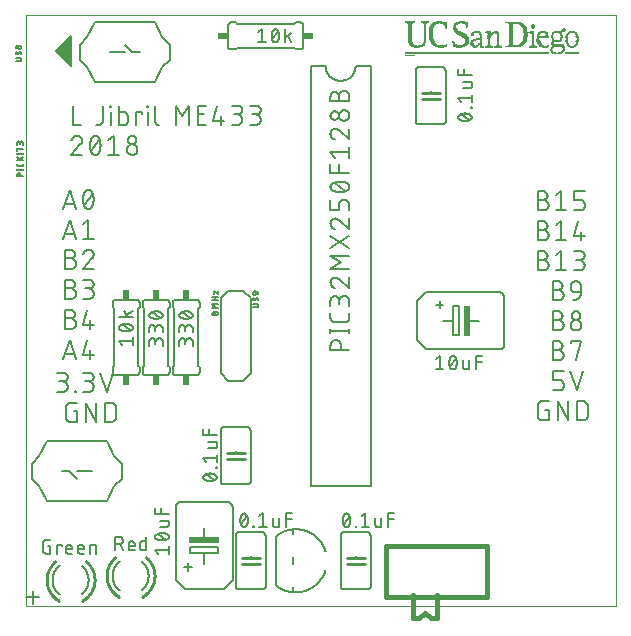
<source format=gto>
G75*
%MOIN*%
%OFA0B0*%
%FSLAX25Y25*%
%IPPOS*%
%LPD*%
%AMOC8*
5,1,8,0,0,1.08239X$1,22.5*
%
%ADD10C,0.00000*%
%ADD11C,0.00600*%
%ADD12R,0.00800X0.00050*%
%ADD13R,0.01500X0.00050*%
%ADD14R,0.48050X0.00050*%
%ADD15R,0.01950X0.00050*%
%ADD16R,0.04750X0.00050*%
%ADD17R,0.48000X0.00050*%
%ADD18R,0.02300X0.00050*%
%ADD19R,0.04700X0.00050*%
%ADD20R,0.47950X0.00050*%
%ADD21R,0.02600X0.00050*%
%ADD22R,0.04600X0.00050*%
%ADD23R,0.47900X0.00050*%
%ADD24R,0.02850X0.00050*%
%ADD25R,0.04550X0.00050*%
%ADD26R,0.47850X0.00050*%
%ADD27R,0.03050X0.00050*%
%ADD28R,0.04500X0.00050*%
%ADD29R,0.47800X0.00050*%
%ADD30R,0.01400X0.00050*%
%ADD31R,0.01350X0.00050*%
%ADD32R,0.04450X0.00050*%
%ADD33R,0.47750X0.00050*%
%ADD34R,0.01200X0.00050*%
%ADD35R,0.01100X0.00050*%
%ADD36R,0.01000X0.00050*%
%ADD37R,0.00900X0.00050*%
%ADD38R,0.00950X0.00050*%
%ADD39R,0.00850X0.00050*%
%ADD40R,0.00750X0.00050*%
%ADD41R,0.00700X0.00050*%
%ADD42R,0.00650X0.00050*%
%ADD43R,0.00600X0.00050*%
%ADD44R,0.01600X0.00050*%
%ADD45R,0.01450X0.00050*%
%ADD46R,0.01050X0.00050*%
%ADD47R,0.02100X0.00050*%
%ADD48R,0.02200X0.00050*%
%ADD49R,0.01150X0.00050*%
%ADD50R,0.02550X0.00050*%
%ADD51R,0.01700X0.00050*%
%ADD52R,0.01300X0.00050*%
%ADD53R,0.02650X0.00050*%
%ADD54R,0.02750X0.00050*%
%ADD55R,0.03550X0.00050*%
%ADD56R,0.02900X0.00050*%
%ADD57R,0.03250X0.00050*%
%ADD58R,0.01550X0.00050*%
%ADD59R,0.04050X0.00050*%
%ADD60R,0.02400X0.00050*%
%ADD61R,0.04300X0.00050*%
%ADD62R,0.01900X0.00050*%
%ADD63R,0.03200X0.00050*%
%ADD64R,0.03350X0.00050*%
%ADD65R,0.03650X0.00050*%
%ADD66R,0.01750X0.00050*%
%ADD67R,0.04400X0.00050*%
%ADD68R,0.04150X0.00050*%
%ADD69R,0.03400X0.00050*%
%ADD70R,0.03800X0.00050*%
%ADD71R,0.00250X0.00050*%
%ADD72R,0.04100X0.00050*%
%ADD73R,0.03600X0.00050*%
%ADD74R,0.03900X0.00050*%
%ADD75R,0.02000X0.00050*%
%ADD76R,0.04800X0.00050*%
%ADD77R,0.03950X0.00050*%
%ADD78R,0.02500X0.00050*%
%ADD79R,0.04000X0.00050*%
%ADD80R,0.04950X0.00050*%
%ADD81R,0.02950X0.00050*%
%ADD82R,0.02250X0.00050*%
%ADD83R,0.01800X0.00050*%
%ADD84R,0.00400X0.00050*%
%ADD85R,0.04200X0.00050*%
%ADD86R,0.01250X0.00050*%
%ADD87R,0.01650X0.00050*%
%ADD88R,0.00200X0.00050*%
%ADD89R,0.00550X0.00050*%
%ADD90R,0.00050X0.00050*%
%ADD91R,0.00500X0.00050*%
%ADD92R,0.00450X0.00050*%
%ADD93R,0.04650X0.00050*%
%ADD94R,0.00350X0.00050*%
%ADD95R,0.03500X0.00050*%
%ADD96R,0.02700X0.00050*%
%ADD97R,0.02450X0.00050*%
%ADD98R,0.01850X0.00050*%
%ADD99R,0.02050X0.00050*%
%ADD100R,0.00300X0.00050*%
%ADD101R,0.02150X0.00050*%
%ADD102R,0.02350X0.00050*%
%ADD103R,0.02800X0.00050*%
%ADD104R,0.00100X0.00050*%
%ADD105R,0.03300X0.00050*%
%ADD106R,0.05000X0.00050*%
%ADD107R,0.03700X0.00050*%
%ADD108R,0.03450X0.00050*%
%ADD109R,0.04350X0.00050*%
%ADD110R,0.03100X0.00050*%
%ADD111C,0.01000*%
%ADD112C,0.00500*%
%ADD113R,0.02000X0.10000*%
%ADD114R,0.10000X0.02000*%
%ADD115R,0.02400X0.03400*%
%ADD116R,0.03400X0.02400*%
%ADD117C,0.00700*%
%ADD118C,0.00800*%
%ADD119C,0.01600*%
D10*
X0006500Y0006048D02*
X0006500Y0202898D01*
X0203350Y0202898D01*
X0203350Y0006048D01*
X0006500Y0006048D01*
X0133022Y0189498D02*
X0133044Y0189498D01*
X0133022Y0189498D02*
X0133014Y0189500D01*
X0133006Y0189504D01*
X0133002Y0189512D01*
X0133000Y0189520D01*
X0133000Y0189576D01*
X0133002Y0189584D01*
X0133006Y0189592D01*
X0133014Y0189596D01*
X0133022Y0189598D01*
X0133044Y0189598D01*
X0133076Y0189556D02*
X0133082Y0189556D01*
X0133082Y0189551D01*
X0133076Y0189551D01*
X0133076Y0189556D01*
X0133076Y0189512D02*
X0133082Y0189512D01*
X0133082Y0189506D01*
X0133076Y0189506D01*
X0133076Y0189512D01*
X0133114Y0189487D02*
X0133158Y0189609D01*
X0133192Y0189598D02*
X0133237Y0189598D01*
X0133192Y0189598D02*
X0133192Y0189498D01*
X0133237Y0189498D01*
X0133262Y0189498D02*
X0133295Y0189598D01*
X0133328Y0189498D01*
X0133320Y0189523D02*
X0133270Y0189523D01*
X0133226Y0189554D02*
X0133192Y0189554D01*
X0133360Y0189576D02*
X0133360Y0189520D01*
X0133362Y0189512D01*
X0133366Y0189504D01*
X0133374Y0189500D01*
X0133382Y0189498D01*
X0133416Y0189498D01*
X0133416Y0189554D01*
X0133399Y0189554D01*
X0133360Y0189576D02*
X0133362Y0189584D01*
X0133366Y0189592D01*
X0133374Y0189596D01*
X0133382Y0189598D01*
X0133416Y0189598D01*
X0133456Y0189598D02*
X0133456Y0189498D01*
X0133501Y0189498D01*
X0133534Y0189498D02*
X0133534Y0189598D01*
X0133579Y0189598D01*
X0133567Y0189554D02*
X0133534Y0189554D01*
X0133534Y0189498D02*
X0133579Y0189498D01*
X0133657Y0189526D02*
X0133659Y0189516D01*
X0133664Y0189508D01*
X0133671Y0189502D01*
X0133680Y0189498D01*
X0133690Y0189498D01*
X0133699Y0189502D01*
X0133706Y0189508D01*
X0133711Y0189516D01*
X0133713Y0189526D01*
X0133711Y0189536D01*
X0133706Y0189544D01*
X0133699Y0189550D01*
X0133690Y0189554D01*
X0133680Y0189554D01*
X0133671Y0189550D01*
X0133664Y0189544D01*
X0133659Y0189536D01*
X0133657Y0189526D01*
X0133663Y0189576D02*
X0133665Y0189568D01*
X0133669Y0189560D01*
X0133677Y0189556D01*
X0133685Y0189554D01*
X0133693Y0189556D01*
X0133701Y0189560D01*
X0133705Y0189568D01*
X0133707Y0189576D01*
X0133705Y0189584D01*
X0133701Y0189592D01*
X0133693Y0189596D01*
X0133685Y0189598D01*
X0133677Y0189596D01*
X0133669Y0189592D01*
X0133665Y0189584D01*
X0133663Y0189576D01*
X0133745Y0189504D02*
X0133751Y0189504D01*
X0133751Y0189498D01*
X0133745Y0189498D01*
X0133745Y0189504D01*
X0133811Y0189498D02*
X0133839Y0189598D01*
X0133783Y0189598D01*
X0133783Y0189587D01*
X0133871Y0189504D02*
X0133877Y0189504D01*
X0133877Y0189498D01*
X0133871Y0189498D01*
X0133871Y0189504D01*
X0133909Y0189498D02*
X0133965Y0189498D01*
X0133937Y0189498D02*
X0133937Y0189598D01*
X0133909Y0189576D01*
X0133996Y0189487D02*
X0134040Y0189609D01*
X0134073Y0189598D02*
X0134073Y0189515D01*
X0134072Y0189515D02*
X0134073Y0189508D01*
X0134077Y0189503D01*
X0134082Y0189499D01*
X0134089Y0189498D01*
X0134122Y0189498D02*
X0134150Y0189498D01*
X0134157Y0189499D01*
X0134162Y0189503D01*
X0134166Y0189508D01*
X0134167Y0189515D01*
X0134166Y0189515D02*
X0134166Y0189548D01*
X0134167Y0189548D02*
X0134166Y0189555D01*
X0134162Y0189560D01*
X0134157Y0189564D01*
X0134150Y0189565D01*
X0134122Y0189565D01*
X0134122Y0189598D02*
X0134122Y0189498D01*
X0134203Y0189498D02*
X0134203Y0189565D01*
X0134236Y0189565D01*
X0134236Y0189554D01*
X0134259Y0189487D02*
X0134304Y0189609D01*
X0134338Y0189598D02*
X0134372Y0189542D01*
X0134405Y0189598D01*
X0134405Y0189498D01*
X0134446Y0189498D02*
X0134446Y0189598D01*
X0134490Y0189598D01*
X0134479Y0189554D02*
X0134446Y0189554D01*
X0134446Y0189498D02*
X0134490Y0189498D01*
X0134521Y0189520D02*
X0134576Y0189520D01*
X0134560Y0189542D02*
X0134560Y0189498D01*
X0134521Y0189520D02*
X0134543Y0189598D01*
X0134611Y0189598D02*
X0134644Y0189598D01*
X0134652Y0189596D01*
X0134660Y0189592D01*
X0134664Y0189584D01*
X0134666Y0189576D01*
X0134664Y0189568D01*
X0134660Y0189560D01*
X0134652Y0189556D01*
X0134644Y0189554D01*
X0134622Y0189554D01*
X0134639Y0189554D02*
X0134649Y0189552D01*
X0134657Y0189547D01*
X0134663Y0189540D01*
X0134667Y0189531D01*
X0134667Y0189521D01*
X0134663Y0189512D01*
X0134657Y0189505D01*
X0134649Y0189500D01*
X0134639Y0189498D01*
X0134611Y0189498D01*
X0134701Y0189498D02*
X0134729Y0189498D01*
X0134739Y0189500D01*
X0134747Y0189505D01*
X0134753Y0189512D01*
X0134757Y0189521D01*
X0134757Y0189531D01*
X0134753Y0189540D01*
X0134747Y0189547D01*
X0134739Y0189552D01*
X0134729Y0189554D01*
X0134734Y0189554D02*
X0134712Y0189554D01*
X0134734Y0189554D02*
X0134742Y0189556D01*
X0134750Y0189560D01*
X0134754Y0189568D01*
X0134756Y0189576D01*
X0134754Y0189584D01*
X0134750Y0189592D01*
X0134742Y0189596D01*
X0134734Y0189598D01*
X0134701Y0189598D01*
X0134787Y0189487D02*
X0134832Y0189487D01*
X0134866Y0189498D02*
X0134866Y0189598D01*
X0134866Y0189554D02*
X0134921Y0189554D01*
X0134921Y0189598D02*
X0134921Y0189498D01*
X0134976Y0189498D02*
X0134999Y0189565D01*
X0135021Y0189498D01*
X0135043Y0189598D01*
X0135129Y0189573D02*
X0135128Y0189566D01*
X0135125Y0189559D01*
X0135121Y0189553D01*
X0135120Y0189554D02*
X0135073Y0189498D01*
X0135128Y0189498D01*
X0135159Y0189487D02*
X0135204Y0189609D01*
X0135238Y0189598D02*
X0135238Y0189526D01*
X0135240Y0189516D01*
X0135245Y0189508D01*
X0135252Y0189502D01*
X0135261Y0189498D01*
X0135271Y0189498D01*
X0135280Y0189502D01*
X0135287Y0189508D01*
X0135292Y0189516D01*
X0135294Y0189526D01*
X0135293Y0189526D02*
X0135293Y0189598D01*
X0135331Y0189576D02*
X0135331Y0189520D01*
X0135333Y0189512D01*
X0135337Y0189504D01*
X0135345Y0189500D01*
X0135353Y0189498D01*
X0135375Y0189498D01*
X0135448Y0189540D02*
X0135454Y0189535D01*
X0135458Y0189528D01*
X0135459Y0189520D01*
X0135458Y0189520D02*
X0135456Y0189512D01*
X0135452Y0189504D01*
X0135444Y0189500D01*
X0135436Y0189498D01*
X0135447Y0189540D02*
X0135417Y0189556D01*
X0135428Y0189598D02*
X0135437Y0189597D01*
X0135445Y0189594D01*
X0135453Y0189590D01*
X0135405Y0189576D02*
X0135406Y0189568D01*
X0135410Y0189561D01*
X0135416Y0189556D01*
X0135403Y0189512D02*
X0135412Y0189504D01*
X0135424Y0189500D01*
X0135436Y0189498D01*
X0135493Y0189498D02*
X0135521Y0189498D01*
X0135530Y0189499D01*
X0135537Y0189503D01*
X0135544Y0189510D01*
X0135548Y0189517D01*
X0135549Y0189526D01*
X0135548Y0189526D02*
X0135548Y0189570D01*
X0135549Y0189570D02*
X0135548Y0189579D01*
X0135544Y0189586D01*
X0135537Y0189593D01*
X0135530Y0189597D01*
X0135521Y0189598D01*
X0135493Y0189598D01*
X0135493Y0189498D01*
X0135584Y0189498D02*
X0135589Y0189498D01*
X0135589Y0189504D01*
X0135584Y0189504D01*
X0135584Y0189498D01*
X0135625Y0189498D02*
X0135652Y0189498D01*
X0135659Y0189499D01*
X0135664Y0189503D01*
X0135668Y0189508D01*
X0135669Y0189515D01*
X0135669Y0189548D01*
X0135668Y0189555D01*
X0135664Y0189560D01*
X0135659Y0189564D01*
X0135652Y0189565D01*
X0135625Y0189565D01*
X0135625Y0189598D02*
X0135625Y0189498D01*
X0135706Y0189498D02*
X0135706Y0189565D01*
X0135756Y0189565D01*
X0135740Y0189565D02*
X0135740Y0189498D01*
X0135773Y0189498D02*
X0135773Y0189548D01*
X0135772Y0189555D01*
X0135768Y0189560D01*
X0135763Y0189564D01*
X0135756Y0189565D01*
X0135814Y0189565D02*
X0135841Y0189565D01*
X0135848Y0189564D01*
X0135853Y0189560D01*
X0135857Y0189555D01*
X0135858Y0189548D01*
X0135858Y0189515D01*
X0135857Y0189508D01*
X0135853Y0189503D01*
X0135848Y0189499D01*
X0135841Y0189498D01*
X0135814Y0189498D01*
X0135814Y0189465D02*
X0135814Y0189565D01*
X0135428Y0189598D02*
X0135420Y0189596D01*
X0135412Y0189592D01*
X0135408Y0189584D01*
X0135406Y0189576D01*
X0135375Y0189598D02*
X0135353Y0189598D01*
X0135345Y0189596D01*
X0135337Y0189592D01*
X0135333Y0189584D01*
X0135331Y0189576D01*
X0135128Y0189573D02*
X0135127Y0189581D01*
X0135123Y0189588D01*
X0135118Y0189593D01*
X0135111Y0189597D01*
X0135103Y0189598D01*
X0135093Y0189596D01*
X0135084Y0189592D01*
X0135077Y0189585D01*
X0135073Y0189576D01*
X0134954Y0189598D02*
X0134976Y0189498D01*
X0134338Y0189498D02*
X0134338Y0189598D01*
D11*
X0137500Y0185548D02*
X0145500Y0185548D01*
X0145560Y0185546D01*
X0145621Y0185541D01*
X0145680Y0185532D01*
X0145739Y0185519D01*
X0145798Y0185503D01*
X0145855Y0185483D01*
X0145910Y0185460D01*
X0145965Y0185433D01*
X0146017Y0185404D01*
X0146068Y0185371D01*
X0146117Y0185335D01*
X0146163Y0185297D01*
X0146207Y0185255D01*
X0146249Y0185211D01*
X0146287Y0185165D01*
X0146323Y0185116D01*
X0146356Y0185065D01*
X0146385Y0185013D01*
X0146412Y0184958D01*
X0146435Y0184903D01*
X0146455Y0184846D01*
X0146471Y0184787D01*
X0146484Y0184728D01*
X0146493Y0184669D01*
X0146498Y0184608D01*
X0146500Y0184548D01*
X0146500Y0167548D01*
X0146498Y0167488D01*
X0146493Y0167427D01*
X0146484Y0167368D01*
X0146471Y0167309D01*
X0146455Y0167250D01*
X0146435Y0167193D01*
X0146412Y0167138D01*
X0146385Y0167083D01*
X0146356Y0167031D01*
X0146323Y0166980D01*
X0146287Y0166931D01*
X0146249Y0166885D01*
X0146207Y0166841D01*
X0146163Y0166799D01*
X0146117Y0166761D01*
X0146068Y0166725D01*
X0146017Y0166692D01*
X0145965Y0166663D01*
X0145910Y0166636D01*
X0145855Y0166613D01*
X0145798Y0166593D01*
X0145739Y0166577D01*
X0145680Y0166564D01*
X0145621Y0166555D01*
X0145560Y0166550D01*
X0145500Y0166548D01*
X0137500Y0166548D01*
X0137440Y0166550D01*
X0137379Y0166555D01*
X0137320Y0166564D01*
X0137261Y0166577D01*
X0137202Y0166593D01*
X0137145Y0166613D01*
X0137090Y0166636D01*
X0137035Y0166663D01*
X0136983Y0166692D01*
X0136932Y0166725D01*
X0136883Y0166761D01*
X0136837Y0166799D01*
X0136793Y0166841D01*
X0136751Y0166885D01*
X0136713Y0166931D01*
X0136677Y0166980D01*
X0136644Y0167031D01*
X0136615Y0167083D01*
X0136588Y0167138D01*
X0136565Y0167193D01*
X0136545Y0167250D01*
X0136529Y0167309D01*
X0136516Y0167368D01*
X0136507Y0167427D01*
X0136502Y0167488D01*
X0136500Y0167548D01*
X0136500Y0184548D01*
X0136502Y0184608D01*
X0136507Y0184669D01*
X0136516Y0184728D01*
X0136529Y0184787D01*
X0136545Y0184846D01*
X0136565Y0184903D01*
X0136588Y0184958D01*
X0136615Y0185013D01*
X0136644Y0185065D01*
X0136677Y0185116D01*
X0136713Y0185165D01*
X0136751Y0185211D01*
X0136793Y0185255D01*
X0136837Y0185297D01*
X0136883Y0185335D01*
X0136932Y0185371D01*
X0136983Y0185404D01*
X0137035Y0185433D01*
X0137090Y0185460D01*
X0137145Y0185483D01*
X0137202Y0185503D01*
X0137261Y0185519D01*
X0137320Y0185532D01*
X0137379Y0185541D01*
X0137440Y0185546D01*
X0137500Y0185548D01*
X0141500Y0177548D02*
X0141500Y0177048D01*
X0141500Y0175048D02*
X0141500Y0174548D01*
X0121500Y0186048D02*
X0121500Y0046048D01*
X0101500Y0046048D01*
X0101500Y0185548D01*
X0101500Y0186048D02*
X0106500Y0186048D01*
X0106502Y0185908D01*
X0106508Y0185768D01*
X0106518Y0185628D01*
X0106531Y0185488D01*
X0106549Y0185349D01*
X0106571Y0185210D01*
X0106596Y0185073D01*
X0106625Y0184935D01*
X0106658Y0184799D01*
X0106695Y0184664D01*
X0106736Y0184530D01*
X0106781Y0184397D01*
X0106829Y0184265D01*
X0106881Y0184135D01*
X0106936Y0184006D01*
X0106995Y0183879D01*
X0107058Y0183753D01*
X0107124Y0183629D01*
X0107193Y0183508D01*
X0107266Y0183388D01*
X0107343Y0183270D01*
X0107422Y0183155D01*
X0107505Y0183041D01*
X0107591Y0182931D01*
X0107680Y0182822D01*
X0107772Y0182716D01*
X0107867Y0182613D01*
X0107964Y0182512D01*
X0108065Y0182415D01*
X0108168Y0182320D01*
X0108274Y0182228D01*
X0108383Y0182139D01*
X0108493Y0182053D01*
X0108607Y0181970D01*
X0108722Y0181891D01*
X0108840Y0181814D01*
X0108960Y0181741D01*
X0109081Y0181672D01*
X0109205Y0181606D01*
X0109331Y0181543D01*
X0109458Y0181484D01*
X0109587Y0181429D01*
X0109717Y0181377D01*
X0109849Y0181329D01*
X0109982Y0181284D01*
X0110116Y0181243D01*
X0110251Y0181206D01*
X0110387Y0181173D01*
X0110525Y0181144D01*
X0110662Y0181119D01*
X0110801Y0181097D01*
X0110940Y0181079D01*
X0111080Y0181066D01*
X0111220Y0181056D01*
X0111360Y0181050D01*
X0111500Y0181048D01*
X0111640Y0181050D01*
X0111780Y0181056D01*
X0111920Y0181066D01*
X0112060Y0181079D01*
X0112199Y0181097D01*
X0112338Y0181119D01*
X0112475Y0181144D01*
X0112613Y0181173D01*
X0112749Y0181206D01*
X0112884Y0181243D01*
X0113018Y0181284D01*
X0113151Y0181329D01*
X0113283Y0181377D01*
X0113413Y0181429D01*
X0113542Y0181484D01*
X0113669Y0181543D01*
X0113795Y0181606D01*
X0113919Y0181672D01*
X0114040Y0181741D01*
X0114160Y0181814D01*
X0114278Y0181891D01*
X0114393Y0181970D01*
X0114507Y0182053D01*
X0114617Y0182139D01*
X0114726Y0182228D01*
X0114832Y0182320D01*
X0114935Y0182415D01*
X0115036Y0182512D01*
X0115133Y0182613D01*
X0115228Y0182716D01*
X0115320Y0182822D01*
X0115409Y0182931D01*
X0115495Y0183041D01*
X0115578Y0183155D01*
X0115657Y0183270D01*
X0115734Y0183388D01*
X0115807Y0183508D01*
X0115876Y0183629D01*
X0115942Y0183753D01*
X0116005Y0183879D01*
X0116064Y0184006D01*
X0116119Y0184135D01*
X0116171Y0184265D01*
X0116219Y0184397D01*
X0116264Y0184530D01*
X0116305Y0184664D01*
X0116342Y0184799D01*
X0116375Y0184935D01*
X0116404Y0185073D01*
X0116429Y0185210D01*
X0116451Y0185349D01*
X0116469Y0185488D01*
X0116482Y0185628D01*
X0116492Y0185768D01*
X0116498Y0185908D01*
X0116500Y0186048D01*
X0121500Y0186048D01*
X0099000Y0192548D02*
X0099000Y0199548D01*
X0098998Y0199608D01*
X0098993Y0199669D01*
X0098984Y0199728D01*
X0098971Y0199787D01*
X0098955Y0199846D01*
X0098935Y0199903D01*
X0098912Y0199958D01*
X0098885Y0200013D01*
X0098856Y0200065D01*
X0098823Y0200116D01*
X0098787Y0200165D01*
X0098749Y0200211D01*
X0098707Y0200255D01*
X0098663Y0200297D01*
X0098617Y0200335D01*
X0098568Y0200371D01*
X0098517Y0200404D01*
X0098465Y0200433D01*
X0098410Y0200460D01*
X0098355Y0200483D01*
X0098298Y0200503D01*
X0098239Y0200519D01*
X0098180Y0200532D01*
X0098121Y0200541D01*
X0098060Y0200546D01*
X0098000Y0200548D01*
X0096500Y0200548D01*
X0096000Y0200048D01*
X0077000Y0200048D01*
X0076500Y0200548D01*
X0075000Y0200548D01*
X0074940Y0200546D01*
X0074879Y0200541D01*
X0074820Y0200532D01*
X0074761Y0200519D01*
X0074702Y0200503D01*
X0074645Y0200483D01*
X0074590Y0200460D01*
X0074535Y0200433D01*
X0074483Y0200404D01*
X0074432Y0200371D01*
X0074383Y0200335D01*
X0074337Y0200297D01*
X0074293Y0200255D01*
X0074251Y0200211D01*
X0074213Y0200165D01*
X0074177Y0200116D01*
X0074144Y0200065D01*
X0074115Y0200013D01*
X0074088Y0199958D01*
X0074065Y0199903D01*
X0074045Y0199846D01*
X0074029Y0199787D01*
X0074016Y0199728D01*
X0074007Y0199669D01*
X0074002Y0199608D01*
X0074000Y0199548D01*
X0074000Y0192548D01*
X0074002Y0192488D01*
X0074007Y0192427D01*
X0074016Y0192368D01*
X0074029Y0192309D01*
X0074045Y0192250D01*
X0074065Y0192193D01*
X0074088Y0192138D01*
X0074115Y0192083D01*
X0074144Y0192031D01*
X0074177Y0191980D01*
X0074213Y0191931D01*
X0074251Y0191885D01*
X0074293Y0191841D01*
X0074337Y0191799D01*
X0074383Y0191761D01*
X0074432Y0191725D01*
X0074483Y0191692D01*
X0074535Y0191663D01*
X0074590Y0191636D01*
X0074645Y0191613D01*
X0074702Y0191593D01*
X0074761Y0191577D01*
X0074820Y0191564D01*
X0074879Y0191555D01*
X0074940Y0191550D01*
X0075000Y0191548D01*
X0076500Y0191548D01*
X0077000Y0192048D01*
X0096000Y0192048D01*
X0096500Y0191548D01*
X0098000Y0191548D01*
X0098060Y0191550D01*
X0098121Y0191555D01*
X0098180Y0191564D01*
X0098239Y0191577D01*
X0098298Y0191593D01*
X0098355Y0191613D01*
X0098410Y0191636D01*
X0098465Y0191663D01*
X0098517Y0191692D01*
X0098568Y0191725D01*
X0098617Y0191761D01*
X0098663Y0191799D01*
X0098707Y0191841D01*
X0098749Y0191885D01*
X0098787Y0191931D01*
X0098823Y0191980D01*
X0098856Y0192031D01*
X0098885Y0192083D01*
X0098912Y0192138D01*
X0098935Y0192193D01*
X0098955Y0192250D01*
X0098971Y0192309D01*
X0098984Y0192368D01*
X0098993Y0192427D01*
X0098998Y0192488D01*
X0099000Y0192548D01*
X0083500Y0172748D02*
X0081367Y0172748D01*
X0083500Y0172748D02*
X0083574Y0172746D01*
X0083649Y0172740D01*
X0083722Y0172730D01*
X0083796Y0172717D01*
X0083868Y0172700D01*
X0083939Y0172678D01*
X0084010Y0172654D01*
X0084078Y0172625D01*
X0084146Y0172593D01*
X0084211Y0172557D01*
X0084274Y0172519D01*
X0084336Y0172476D01*
X0084395Y0172431D01*
X0084452Y0172383D01*
X0084506Y0172332D01*
X0084557Y0172278D01*
X0084605Y0172221D01*
X0084650Y0172162D01*
X0084693Y0172100D01*
X0084731Y0172037D01*
X0084767Y0171972D01*
X0084799Y0171904D01*
X0084828Y0171836D01*
X0084852Y0171765D01*
X0084874Y0171694D01*
X0084891Y0171622D01*
X0084904Y0171548D01*
X0084914Y0171475D01*
X0084920Y0171400D01*
X0084922Y0171326D01*
X0084920Y0171252D01*
X0084914Y0171177D01*
X0084904Y0171104D01*
X0084891Y0171030D01*
X0084874Y0170958D01*
X0084852Y0170887D01*
X0084828Y0170816D01*
X0084799Y0170748D01*
X0084767Y0170680D01*
X0084731Y0170615D01*
X0084693Y0170552D01*
X0084650Y0170490D01*
X0084605Y0170431D01*
X0084557Y0170374D01*
X0084506Y0170320D01*
X0084452Y0170269D01*
X0084395Y0170221D01*
X0084336Y0170176D01*
X0084274Y0170133D01*
X0084211Y0170095D01*
X0084146Y0170059D01*
X0084078Y0170027D01*
X0084010Y0169998D01*
X0083939Y0169974D01*
X0083868Y0169952D01*
X0083796Y0169935D01*
X0083722Y0169922D01*
X0083649Y0169912D01*
X0083574Y0169906D01*
X0083500Y0169904D01*
X0082078Y0169904D01*
X0083145Y0169904D02*
X0083228Y0169902D01*
X0083311Y0169896D01*
X0083394Y0169886D01*
X0083477Y0169873D01*
X0083558Y0169855D01*
X0083639Y0169834D01*
X0083718Y0169809D01*
X0083796Y0169780D01*
X0083873Y0169748D01*
X0083948Y0169712D01*
X0084022Y0169673D01*
X0084093Y0169630D01*
X0084163Y0169584D01*
X0084230Y0169534D01*
X0084295Y0169482D01*
X0084357Y0169427D01*
X0084417Y0169368D01*
X0084474Y0169307D01*
X0084528Y0169244D01*
X0084579Y0169178D01*
X0084626Y0169109D01*
X0084671Y0169039D01*
X0084712Y0168966D01*
X0084749Y0168892D01*
X0084784Y0168816D01*
X0084814Y0168738D01*
X0084841Y0168660D01*
X0084864Y0168579D01*
X0084884Y0168498D01*
X0084899Y0168416D01*
X0084911Y0168334D01*
X0084919Y0168251D01*
X0084923Y0168168D01*
X0084923Y0168084D01*
X0084919Y0168001D01*
X0084911Y0167918D01*
X0084899Y0167836D01*
X0084884Y0167754D01*
X0084864Y0167673D01*
X0084841Y0167592D01*
X0084814Y0167514D01*
X0084784Y0167436D01*
X0084749Y0167360D01*
X0084712Y0167286D01*
X0084671Y0167213D01*
X0084626Y0167143D01*
X0084579Y0167074D01*
X0084528Y0167008D01*
X0084474Y0166945D01*
X0084417Y0166884D01*
X0084357Y0166825D01*
X0084295Y0166770D01*
X0084230Y0166718D01*
X0084163Y0166668D01*
X0084093Y0166622D01*
X0084022Y0166579D01*
X0083948Y0166540D01*
X0083873Y0166504D01*
X0083796Y0166472D01*
X0083718Y0166443D01*
X0083639Y0166418D01*
X0083558Y0166397D01*
X0083477Y0166379D01*
X0083394Y0166366D01*
X0083311Y0166356D01*
X0083228Y0166350D01*
X0083145Y0166348D01*
X0081367Y0166348D01*
X0076991Y0166348D02*
X0075213Y0166348D01*
X0076991Y0166348D02*
X0077074Y0166350D01*
X0077157Y0166356D01*
X0077240Y0166366D01*
X0077323Y0166379D01*
X0077404Y0166397D01*
X0077485Y0166418D01*
X0077564Y0166443D01*
X0077642Y0166472D01*
X0077719Y0166504D01*
X0077794Y0166540D01*
X0077868Y0166579D01*
X0077939Y0166622D01*
X0078009Y0166668D01*
X0078076Y0166718D01*
X0078141Y0166770D01*
X0078203Y0166825D01*
X0078263Y0166884D01*
X0078320Y0166945D01*
X0078374Y0167008D01*
X0078425Y0167074D01*
X0078472Y0167143D01*
X0078517Y0167213D01*
X0078558Y0167286D01*
X0078595Y0167360D01*
X0078630Y0167436D01*
X0078660Y0167514D01*
X0078687Y0167592D01*
X0078710Y0167673D01*
X0078730Y0167754D01*
X0078745Y0167836D01*
X0078757Y0167918D01*
X0078765Y0168001D01*
X0078769Y0168084D01*
X0078769Y0168168D01*
X0078765Y0168251D01*
X0078757Y0168334D01*
X0078745Y0168416D01*
X0078730Y0168498D01*
X0078710Y0168579D01*
X0078687Y0168660D01*
X0078660Y0168738D01*
X0078630Y0168816D01*
X0078595Y0168892D01*
X0078558Y0168966D01*
X0078517Y0169039D01*
X0078472Y0169109D01*
X0078425Y0169178D01*
X0078374Y0169244D01*
X0078320Y0169307D01*
X0078263Y0169368D01*
X0078203Y0169427D01*
X0078141Y0169482D01*
X0078076Y0169534D01*
X0078009Y0169584D01*
X0077939Y0169630D01*
X0077868Y0169673D01*
X0077794Y0169712D01*
X0077719Y0169748D01*
X0077642Y0169780D01*
X0077564Y0169809D01*
X0077485Y0169834D01*
X0077404Y0169855D01*
X0077323Y0169873D01*
X0077240Y0169886D01*
X0077157Y0169896D01*
X0077074Y0169902D01*
X0076991Y0169904D01*
X0077346Y0169904D02*
X0075924Y0169904D01*
X0077346Y0169904D02*
X0077420Y0169906D01*
X0077495Y0169912D01*
X0077568Y0169922D01*
X0077642Y0169935D01*
X0077714Y0169952D01*
X0077785Y0169974D01*
X0077856Y0169998D01*
X0077924Y0170027D01*
X0077992Y0170059D01*
X0078057Y0170095D01*
X0078120Y0170133D01*
X0078182Y0170176D01*
X0078241Y0170221D01*
X0078298Y0170269D01*
X0078352Y0170320D01*
X0078403Y0170374D01*
X0078451Y0170431D01*
X0078496Y0170490D01*
X0078539Y0170552D01*
X0078577Y0170615D01*
X0078613Y0170680D01*
X0078645Y0170748D01*
X0078674Y0170816D01*
X0078698Y0170887D01*
X0078720Y0170958D01*
X0078737Y0171030D01*
X0078750Y0171104D01*
X0078760Y0171177D01*
X0078766Y0171252D01*
X0078768Y0171326D01*
X0078766Y0171400D01*
X0078760Y0171475D01*
X0078750Y0171548D01*
X0078737Y0171622D01*
X0078720Y0171694D01*
X0078698Y0171765D01*
X0078674Y0171836D01*
X0078645Y0171904D01*
X0078613Y0171972D01*
X0078577Y0172037D01*
X0078539Y0172100D01*
X0078496Y0172162D01*
X0078451Y0172221D01*
X0078403Y0172278D01*
X0078352Y0172332D01*
X0078298Y0172383D01*
X0078241Y0172431D01*
X0078182Y0172476D01*
X0078120Y0172519D01*
X0078057Y0172557D01*
X0077992Y0172593D01*
X0077924Y0172625D01*
X0077856Y0172654D01*
X0077785Y0172678D01*
X0077714Y0172700D01*
X0077642Y0172717D01*
X0077568Y0172730D01*
X0077495Y0172740D01*
X0077420Y0172746D01*
X0077346Y0172748D01*
X0075213Y0172748D01*
X0070481Y0172748D02*
X0069059Y0167770D01*
X0072614Y0167770D01*
X0071548Y0169192D02*
X0071548Y0166348D01*
X0066787Y0166348D02*
X0063942Y0166348D01*
X0063942Y0172748D01*
X0066787Y0172748D01*
X0066076Y0169904D02*
X0063942Y0169904D01*
X0060867Y0172748D02*
X0060867Y0166348D01*
X0058734Y0169192D02*
X0060867Y0172748D01*
X0058734Y0169192D02*
X0056600Y0172748D01*
X0056600Y0166348D01*
X0050881Y0166348D02*
X0050817Y0166350D01*
X0050752Y0166356D01*
X0050689Y0166365D01*
X0050626Y0166379D01*
X0050564Y0166396D01*
X0050503Y0166417D01*
X0050443Y0166442D01*
X0050385Y0166470D01*
X0050329Y0166502D01*
X0050275Y0166537D01*
X0050223Y0166575D01*
X0050173Y0166616D01*
X0050127Y0166661D01*
X0050082Y0166707D01*
X0050041Y0166757D01*
X0050003Y0166809D01*
X0049968Y0166863D01*
X0049936Y0166919D01*
X0049908Y0166977D01*
X0049883Y0167037D01*
X0049862Y0167098D01*
X0049845Y0167160D01*
X0049831Y0167223D01*
X0049822Y0167286D01*
X0049816Y0167351D01*
X0049814Y0167415D01*
X0049815Y0167415D02*
X0049815Y0172748D01*
X0047424Y0172748D02*
X0047424Y0172392D01*
X0047068Y0172392D01*
X0047068Y0172748D01*
X0047424Y0172748D01*
X0047246Y0170615D02*
X0047246Y0166348D01*
X0045324Y0169904D02*
X0045324Y0170615D01*
X0043191Y0170615D01*
X0043191Y0166348D01*
X0040492Y0167415D02*
X0040492Y0169548D01*
X0040490Y0169612D01*
X0040484Y0169677D01*
X0040475Y0169740D01*
X0040461Y0169803D01*
X0040444Y0169865D01*
X0040423Y0169926D01*
X0040398Y0169986D01*
X0040370Y0170044D01*
X0040338Y0170100D01*
X0040303Y0170154D01*
X0040265Y0170206D01*
X0040224Y0170256D01*
X0040179Y0170302D01*
X0040133Y0170347D01*
X0040083Y0170388D01*
X0040031Y0170426D01*
X0039977Y0170461D01*
X0039921Y0170493D01*
X0039863Y0170521D01*
X0039803Y0170546D01*
X0039742Y0170567D01*
X0039680Y0170584D01*
X0039617Y0170598D01*
X0039554Y0170607D01*
X0039489Y0170613D01*
X0039425Y0170615D01*
X0037647Y0170615D01*
X0037647Y0172748D02*
X0037647Y0166348D01*
X0039425Y0166348D01*
X0039489Y0166350D01*
X0039554Y0166356D01*
X0039617Y0166365D01*
X0039680Y0166379D01*
X0039742Y0166396D01*
X0039803Y0166417D01*
X0039863Y0166442D01*
X0039921Y0166470D01*
X0039977Y0166502D01*
X0040031Y0166537D01*
X0040083Y0166575D01*
X0040133Y0166616D01*
X0040179Y0166661D01*
X0040224Y0166707D01*
X0040265Y0166757D01*
X0040303Y0166809D01*
X0040338Y0166863D01*
X0040370Y0166919D01*
X0040398Y0166977D01*
X0040423Y0167037D01*
X0040444Y0167098D01*
X0040461Y0167160D01*
X0040475Y0167223D01*
X0040484Y0167286D01*
X0040490Y0167351D01*
X0040492Y0167415D01*
X0034938Y0166348D02*
X0034938Y0170615D01*
X0035116Y0172392D02*
X0034760Y0172392D01*
X0034760Y0172748D01*
X0035116Y0172748D01*
X0035116Y0172392D01*
X0032224Y0172748D02*
X0032224Y0167770D01*
X0032222Y0167696D01*
X0032216Y0167621D01*
X0032206Y0167548D01*
X0032193Y0167474D01*
X0032176Y0167402D01*
X0032154Y0167331D01*
X0032130Y0167260D01*
X0032101Y0167192D01*
X0032069Y0167124D01*
X0032033Y0167059D01*
X0031995Y0166996D01*
X0031952Y0166934D01*
X0031907Y0166875D01*
X0031859Y0166818D01*
X0031808Y0166764D01*
X0031754Y0166713D01*
X0031697Y0166665D01*
X0031638Y0166620D01*
X0031576Y0166577D01*
X0031513Y0166539D01*
X0031448Y0166503D01*
X0031380Y0166471D01*
X0031312Y0166442D01*
X0031241Y0166418D01*
X0031170Y0166396D01*
X0031098Y0166379D01*
X0031024Y0166366D01*
X0030951Y0166356D01*
X0030876Y0166350D01*
X0030802Y0166348D01*
X0030091Y0166348D01*
X0025144Y0166348D02*
X0022300Y0166348D01*
X0022300Y0172748D01*
X0025356Y0161148D02*
X0025354Y0161066D01*
X0025348Y0160984D01*
X0025338Y0160903D01*
X0025325Y0160822D01*
X0025307Y0160742D01*
X0025286Y0160663D01*
X0025261Y0160585D01*
X0025233Y0160509D01*
X0025200Y0160433D01*
X0025165Y0160360D01*
X0025125Y0160288D01*
X0025083Y0160218D01*
X0025037Y0160150D01*
X0024988Y0160085D01*
X0024936Y0160022D01*
X0024880Y0159961D01*
X0024823Y0159903D01*
X0024822Y0159904D02*
X0021800Y0156348D01*
X0025356Y0156348D01*
X0028310Y0157770D02*
X0031154Y0161326D01*
X0030977Y0161859D02*
X0030952Y0161925D01*
X0030924Y0161990D01*
X0030892Y0162054D01*
X0030857Y0162115D01*
X0030818Y0162175D01*
X0030777Y0162233D01*
X0030732Y0162288D01*
X0030684Y0162340D01*
X0030634Y0162390D01*
X0030581Y0162438D01*
X0030526Y0162482D01*
X0030468Y0162523D01*
X0030408Y0162561D01*
X0030346Y0162596D01*
X0030282Y0162627D01*
X0030217Y0162655D01*
X0030150Y0162680D01*
X0030083Y0162700D01*
X0030014Y0162717D01*
X0029944Y0162731D01*
X0029874Y0162740D01*
X0029803Y0162746D01*
X0029732Y0162748D01*
X0029661Y0162746D01*
X0029590Y0162740D01*
X0029520Y0162731D01*
X0029450Y0162717D01*
X0029381Y0162700D01*
X0029314Y0162680D01*
X0029247Y0162655D01*
X0029182Y0162627D01*
X0029118Y0162596D01*
X0029056Y0162561D01*
X0028996Y0162523D01*
X0028938Y0162482D01*
X0028883Y0162438D01*
X0028830Y0162390D01*
X0028780Y0162340D01*
X0028732Y0162288D01*
X0028687Y0162233D01*
X0028646Y0162175D01*
X0028607Y0162115D01*
X0028572Y0162054D01*
X0028540Y0161990D01*
X0028512Y0161925D01*
X0028487Y0161859D01*
X0030976Y0161859D02*
X0031036Y0161732D01*
X0031092Y0161603D01*
X0031145Y0161473D01*
X0031195Y0161341D01*
X0031241Y0161208D01*
X0031283Y0161074D01*
X0031322Y0160939D01*
X0031358Y0160802D01*
X0031389Y0160665D01*
X0031417Y0160527D01*
X0031442Y0160389D01*
X0031462Y0160250D01*
X0031479Y0160110D01*
X0031492Y0159970D01*
X0031501Y0159829D01*
X0031507Y0159689D01*
X0031509Y0159548D01*
X0027954Y0159548D02*
X0027956Y0159689D01*
X0027962Y0159829D01*
X0027971Y0159970D01*
X0027984Y0160110D01*
X0028001Y0160250D01*
X0028021Y0160389D01*
X0028046Y0160527D01*
X0028074Y0160665D01*
X0028105Y0160802D01*
X0028141Y0160939D01*
X0028180Y0161074D01*
X0028222Y0161208D01*
X0028268Y0161341D01*
X0028318Y0161473D01*
X0028371Y0161603D01*
X0028427Y0161732D01*
X0028487Y0161859D01*
X0031509Y0159548D02*
X0031507Y0159407D01*
X0031501Y0159267D01*
X0031492Y0159126D01*
X0031479Y0158986D01*
X0031462Y0158846D01*
X0031442Y0158707D01*
X0031417Y0158569D01*
X0031389Y0158431D01*
X0031358Y0158294D01*
X0031322Y0158157D01*
X0031283Y0158022D01*
X0031241Y0157888D01*
X0031195Y0157755D01*
X0031145Y0157623D01*
X0031092Y0157493D01*
X0031036Y0157364D01*
X0030976Y0157237D01*
X0029732Y0156348D02*
X0029661Y0156350D01*
X0029590Y0156356D01*
X0029520Y0156365D01*
X0029450Y0156379D01*
X0029381Y0156396D01*
X0029314Y0156416D01*
X0029247Y0156441D01*
X0029182Y0156469D01*
X0029118Y0156500D01*
X0029056Y0156535D01*
X0028996Y0156573D01*
X0028938Y0156614D01*
X0028883Y0156658D01*
X0028830Y0156706D01*
X0028780Y0156756D01*
X0028732Y0156808D01*
X0028687Y0156863D01*
X0028646Y0156921D01*
X0028607Y0156981D01*
X0028572Y0157042D01*
X0028540Y0157106D01*
X0028512Y0157171D01*
X0028487Y0157237D01*
X0029732Y0156348D02*
X0029803Y0156350D01*
X0029874Y0156356D01*
X0029944Y0156365D01*
X0030014Y0156379D01*
X0030083Y0156396D01*
X0030150Y0156416D01*
X0030217Y0156441D01*
X0030282Y0156469D01*
X0030346Y0156500D01*
X0030408Y0156535D01*
X0030468Y0156573D01*
X0030525Y0156614D01*
X0030581Y0156658D01*
X0030634Y0156706D01*
X0030684Y0156756D01*
X0030732Y0156808D01*
X0030777Y0156863D01*
X0030818Y0156921D01*
X0030857Y0156981D01*
X0030892Y0157042D01*
X0030924Y0157106D01*
X0030952Y0157171D01*
X0030977Y0157237D01*
X0028487Y0157237D02*
X0028427Y0157364D01*
X0028371Y0157493D01*
X0028318Y0157623D01*
X0028268Y0157755D01*
X0028222Y0157888D01*
X0028180Y0158022D01*
X0028141Y0158157D01*
X0028105Y0158294D01*
X0028074Y0158431D01*
X0028046Y0158569D01*
X0028021Y0158707D01*
X0028001Y0158846D01*
X0027984Y0158986D01*
X0027971Y0159126D01*
X0027962Y0159267D01*
X0027956Y0159407D01*
X0027954Y0159548D01*
X0023756Y0162748D02*
X0023667Y0162746D01*
X0023578Y0162740D01*
X0023489Y0162731D01*
X0023401Y0162717D01*
X0023314Y0162700D01*
X0023227Y0162679D01*
X0023141Y0162654D01*
X0023057Y0162626D01*
X0022974Y0162593D01*
X0022892Y0162558D01*
X0022812Y0162518D01*
X0022734Y0162476D01*
X0022657Y0162430D01*
X0022583Y0162381D01*
X0022511Y0162328D01*
X0022441Y0162273D01*
X0022374Y0162214D01*
X0022309Y0162153D01*
X0022247Y0162089D01*
X0022188Y0162022D01*
X0022132Y0161953D01*
X0022079Y0161881D01*
X0022029Y0161807D01*
X0021982Y0161731D01*
X0021939Y0161654D01*
X0021899Y0161574D01*
X0021862Y0161493D01*
X0021829Y0161410D01*
X0021800Y0161325D01*
X0023756Y0162748D02*
X0023835Y0162746D01*
X0023913Y0162740D01*
X0023991Y0162731D01*
X0024068Y0162717D01*
X0024145Y0162700D01*
X0024220Y0162679D01*
X0024295Y0162654D01*
X0024368Y0162626D01*
X0024440Y0162594D01*
X0024510Y0162559D01*
X0024579Y0162520D01*
X0024645Y0162478D01*
X0024709Y0162433D01*
X0024771Y0162385D01*
X0024830Y0162334D01*
X0024887Y0162279D01*
X0024942Y0162222D01*
X0024993Y0162163D01*
X0025041Y0162101D01*
X0025086Y0162037D01*
X0025128Y0161971D01*
X0025167Y0161902D01*
X0025202Y0161832D01*
X0025234Y0161760D01*
X0025262Y0161687D01*
X0025287Y0161612D01*
X0025308Y0161537D01*
X0025325Y0161460D01*
X0025339Y0161383D01*
X0025348Y0161305D01*
X0025354Y0161227D01*
X0025356Y0161148D01*
X0034108Y0161326D02*
X0035886Y0162748D01*
X0035886Y0156348D01*
X0034108Y0156348D02*
X0037664Y0156348D01*
X0040262Y0158126D02*
X0040264Y0158043D01*
X0040270Y0157960D01*
X0040280Y0157877D01*
X0040293Y0157794D01*
X0040311Y0157713D01*
X0040332Y0157632D01*
X0040357Y0157553D01*
X0040386Y0157475D01*
X0040418Y0157398D01*
X0040454Y0157323D01*
X0040493Y0157249D01*
X0040536Y0157178D01*
X0040582Y0157108D01*
X0040632Y0157041D01*
X0040684Y0156976D01*
X0040739Y0156914D01*
X0040798Y0156854D01*
X0040859Y0156797D01*
X0040922Y0156743D01*
X0040988Y0156692D01*
X0041057Y0156645D01*
X0041127Y0156600D01*
X0041200Y0156559D01*
X0041274Y0156522D01*
X0041350Y0156487D01*
X0041428Y0156457D01*
X0041506Y0156430D01*
X0041587Y0156407D01*
X0041668Y0156387D01*
X0041750Y0156372D01*
X0041832Y0156360D01*
X0041915Y0156352D01*
X0041998Y0156348D01*
X0042082Y0156348D01*
X0042165Y0156352D01*
X0042248Y0156360D01*
X0042330Y0156372D01*
X0042412Y0156387D01*
X0042493Y0156407D01*
X0042574Y0156430D01*
X0042652Y0156457D01*
X0042730Y0156487D01*
X0042806Y0156522D01*
X0042880Y0156559D01*
X0042953Y0156600D01*
X0043023Y0156645D01*
X0043092Y0156692D01*
X0043158Y0156743D01*
X0043221Y0156797D01*
X0043282Y0156854D01*
X0043341Y0156914D01*
X0043396Y0156976D01*
X0043448Y0157041D01*
X0043498Y0157108D01*
X0043544Y0157178D01*
X0043587Y0157249D01*
X0043626Y0157323D01*
X0043662Y0157398D01*
X0043694Y0157475D01*
X0043723Y0157553D01*
X0043748Y0157632D01*
X0043769Y0157713D01*
X0043787Y0157794D01*
X0043800Y0157877D01*
X0043810Y0157960D01*
X0043816Y0158043D01*
X0043818Y0158126D01*
X0043816Y0158209D01*
X0043810Y0158292D01*
X0043800Y0158375D01*
X0043787Y0158458D01*
X0043769Y0158539D01*
X0043748Y0158620D01*
X0043723Y0158699D01*
X0043694Y0158777D01*
X0043662Y0158854D01*
X0043626Y0158929D01*
X0043587Y0159003D01*
X0043544Y0159074D01*
X0043498Y0159144D01*
X0043448Y0159211D01*
X0043396Y0159276D01*
X0043341Y0159338D01*
X0043282Y0159398D01*
X0043221Y0159455D01*
X0043158Y0159509D01*
X0043092Y0159560D01*
X0043023Y0159607D01*
X0042953Y0159652D01*
X0042880Y0159693D01*
X0042806Y0159730D01*
X0042730Y0159765D01*
X0042652Y0159795D01*
X0042574Y0159822D01*
X0042493Y0159845D01*
X0042412Y0159865D01*
X0042330Y0159880D01*
X0042248Y0159892D01*
X0042165Y0159900D01*
X0042082Y0159904D01*
X0041998Y0159904D01*
X0041915Y0159900D01*
X0041832Y0159892D01*
X0041750Y0159880D01*
X0041668Y0159865D01*
X0041587Y0159845D01*
X0041506Y0159822D01*
X0041428Y0159795D01*
X0041350Y0159765D01*
X0041274Y0159730D01*
X0041200Y0159693D01*
X0041127Y0159652D01*
X0041057Y0159607D01*
X0040988Y0159560D01*
X0040922Y0159509D01*
X0040859Y0159455D01*
X0040798Y0159398D01*
X0040739Y0159338D01*
X0040684Y0159276D01*
X0040632Y0159211D01*
X0040582Y0159144D01*
X0040536Y0159074D01*
X0040493Y0159003D01*
X0040454Y0158929D01*
X0040418Y0158854D01*
X0040386Y0158777D01*
X0040357Y0158699D01*
X0040332Y0158620D01*
X0040311Y0158539D01*
X0040293Y0158458D01*
X0040280Y0158375D01*
X0040270Y0158292D01*
X0040264Y0158209D01*
X0040262Y0158126D01*
X0040618Y0161326D02*
X0040620Y0161252D01*
X0040626Y0161177D01*
X0040636Y0161104D01*
X0040649Y0161030D01*
X0040666Y0160958D01*
X0040688Y0160887D01*
X0040712Y0160816D01*
X0040741Y0160748D01*
X0040773Y0160680D01*
X0040809Y0160615D01*
X0040847Y0160552D01*
X0040890Y0160490D01*
X0040935Y0160431D01*
X0040983Y0160374D01*
X0041034Y0160320D01*
X0041088Y0160269D01*
X0041145Y0160221D01*
X0041204Y0160176D01*
X0041266Y0160133D01*
X0041329Y0160095D01*
X0041394Y0160059D01*
X0041462Y0160027D01*
X0041530Y0159998D01*
X0041601Y0159974D01*
X0041672Y0159952D01*
X0041744Y0159935D01*
X0041818Y0159922D01*
X0041891Y0159912D01*
X0041966Y0159906D01*
X0042040Y0159904D01*
X0042114Y0159906D01*
X0042189Y0159912D01*
X0042262Y0159922D01*
X0042336Y0159935D01*
X0042408Y0159952D01*
X0042479Y0159974D01*
X0042550Y0159998D01*
X0042618Y0160027D01*
X0042686Y0160059D01*
X0042751Y0160095D01*
X0042814Y0160133D01*
X0042876Y0160176D01*
X0042935Y0160221D01*
X0042992Y0160269D01*
X0043046Y0160320D01*
X0043097Y0160374D01*
X0043145Y0160431D01*
X0043190Y0160490D01*
X0043233Y0160552D01*
X0043271Y0160615D01*
X0043307Y0160680D01*
X0043339Y0160748D01*
X0043368Y0160816D01*
X0043392Y0160887D01*
X0043414Y0160958D01*
X0043431Y0161030D01*
X0043444Y0161104D01*
X0043454Y0161177D01*
X0043460Y0161252D01*
X0043462Y0161326D01*
X0043460Y0161400D01*
X0043454Y0161475D01*
X0043444Y0161548D01*
X0043431Y0161622D01*
X0043414Y0161694D01*
X0043392Y0161765D01*
X0043368Y0161836D01*
X0043339Y0161904D01*
X0043307Y0161972D01*
X0043271Y0162037D01*
X0043233Y0162100D01*
X0043190Y0162162D01*
X0043145Y0162221D01*
X0043097Y0162278D01*
X0043046Y0162332D01*
X0042992Y0162383D01*
X0042935Y0162431D01*
X0042876Y0162476D01*
X0042814Y0162519D01*
X0042751Y0162557D01*
X0042686Y0162593D01*
X0042618Y0162625D01*
X0042550Y0162654D01*
X0042479Y0162678D01*
X0042408Y0162700D01*
X0042336Y0162717D01*
X0042262Y0162730D01*
X0042189Y0162740D01*
X0042114Y0162746D01*
X0042040Y0162748D01*
X0041966Y0162746D01*
X0041891Y0162740D01*
X0041818Y0162730D01*
X0041744Y0162717D01*
X0041672Y0162700D01*
X0041601Y0162678D01*
X0041530Y0162654D01*
X0041462Y0162625D01*
X0041394Y0162593D01*
X0041329Y0162557D01*
X0041266Y0162519D01*
X0041204Y0162476D01*
X0041145Y0162431D01*
X0041088Y0162383D01*
X0041034Y0162332D01*
X0040983Y0162278D01*
X0040935Y0162221D01*
X0040890Y0162162D01*
X0040847Y0162100D01*
X0040809Y0162037D01*
X0040773Y0161972D01*
X0040741Y0161904D01*
X0040712Y0161836D01*
X0040688Y0161765D01*
X0040666Y0161694D01*
X0040649Y0161622D01*
X0040636Y0161548D01*
X0040626Y0161475D01*
X0040620Y0161400D01*
X0040618Y0161326D01*
X0027422Y0144748D02*
X0027351Y0144746D01*
X0027280Y0144740D01*
X0027210Y0144731D01*
X0027140Y0144717D01*
X0027071Y0144700D01*
X0027004Y0144680D01*
X0026937Y0144655D01*
X0026872Y0144627D01*
X0026808Y0144596D01*
X0026746Y0144561D01*
X0026686Y0144523D01*
X0026628Y0144482D01*
X0026573Y0144438D01*
X0026520Y0144390D01*
X0026470Y0144340D01*
X0026422Y0144288D01*
X0026377Y0144233D01*
X0026336Y0144175D01*
X0026297Y0144115D01*
X0026262Y0144054D01*
X0026230Y0143990D01*
X0026202Y0143925D01*
X0026177Y0143859D01*
X0027422Y0144748D02*
X0027493Y0144746D01*
X0027564Y0144740D01*
X0027634Y0144731D01*
X0027704Y0144717D01*
X0027773Y0144700D01*
X0027840Y0144680D01*
X0027907Y0144655D01*
X0027972Y0144627D01*
X0028036Y0144596D01*
X0028098Y0144561D01*
X0028158Y0144523D01*
X0028216Y0144482D01*
X0028271Y0144438D01*
X0028324Y0144390D01*
X0028374Y0144340D01*
X0028422Y0144288D01*
X0028467Y0144233D01*
X0028508Y0144175D01*
X0028547Y0144115D01*
X0028582Y0144054D01*
X0028614Y0143990D01*
X0028642Y0143925D01*
X0028667Y0143859D01*
X0028844Y0143326D02*
X0026000Y0139770D01*
X0027422Y0138348D02*
X0027493Y0138350D01*
X0027564Y0138356D01*
X0027634Y0138365D01*
X0027704Y0138379D01*
X0027773Y0138396D01*
X0027840Y0138416D01*
X0027907Y0138441D01*
X0027972Y0138469D01*
X0028036Y0138500D01*
X0028098Y0138535D01*
X0028158Y0138573D01*
X0028215Y0138614D01*
X0028271Y0138658D01*
X0028324Y0138706D01*
X0028374Y0138756D01*
X0028422Y0138808D01*
X0028467Y0138863D01*
X0028508Y0138921D01*
X0028547Y0138981D01*
X0028582Y0139042D01*
X0028614Y0139106D01*
X0028642Y0139171D01*
X0028667Y0139237D01*
X0027422Y0138348D02*
X0027351Y0138350D01*
X0027280Y0138356D01*
X0027210Y0138365D01*
X0027140Y0138379D01*
X0027071Y0138396D01*
X0027004Y0138416D01*
X0026937Y0138441D01*
X0026872Y0138469D01*
X0026808Y0138500D01*
X0026746Y0138535D01*
X0026686Y0138573D01*
X0026628Y0138614D01*
X0026573Y0138658D01*
X0026520Y0138706D01*
X0026470Y0138756D01*
X0026422Y0138808D01*
X0026377Y0138863D01*
X0026336Y0138921D01*
X0026297Y0138981D01*
X0026262Y0139042D01*
X0026230Y0139106D01*
X0026202Y0139171D01*
X0026177Y0139237D01*
X0023402Y0138348D02*
X0021268Y0144748D01*
X0019135Y0138348D01*
X0019668Y0139948D02*
X0022868Y0139948D01*
X0028667Y0139237D02*
X0028727Y0139364D01*
X0028783Y0139493D01*
X0028836Y0139623D01*
X0028886Y0139755D01*
X0028932Y0139888D01*
X0028974Y0140022D01*
X0029013Y0140157D01*
X0029049Y0140294D01*
X0029080Y0140431D01*
X0029108Y0140569D01*
X0029133Y0140707D01*
X0029153Y0140846D01*
X0029170Y0140986D01*
X0029183Y0141126D01*
X0029192Y0141267D01*
X0029198Y0141407D01*
X0029200Y0141548D01*
X0025645Y0141548D02*
X0025647Y0141689D01*
X0025653Y0141829D01*
X0025662Y0141970D01*
X0025675Y0142110D01*
X0025692Y0142250D01*
X0025712Y0142389D01*
X0025737Y0142527D01*
X0025765Y0142665D01*
X0025796Y0142802D01*
X0025832Y0142939D01*
X0025871Y0143074D01*
X0025913Y0143208D01*
X0025959Y0143341D01*
X0026009Y0143473D01*
X0026062Y0143603D01*
X0026118Y0143732D01*
X0026178Y0143859D01*
X0028667Y0143859D02*
X0028727Y0143732D01*
X0028783Y0143603D01*
X0028836Y0143473D01*
X0028886Y0143341D01*
X0028932Y0143208D01*
X0028974Y0143074D01*
X0029013Y0142939D01*
X0029049Y0142802D01*
X0029080Y0142665D01*
X0029108Y0142527D01*
X0029133Y0142389D01*
X0029153Y0142250D01*
X0029170Y0142110D01*
X0029183Y0141970D01*
X0029192Y0141829D01*
X0029198Y0141689D01*
X0029200Y0141548D01*
X0025645Y0141548D02*
X0025647Y0141407D01*
X0025653Y0141267D01*
X0025662Y0141126D01*
X0025675Y0140986D01*
X0025692Y0140846D01*
X0025712Y0140707D01*
X0025737Y0140569D01*
X0025765Y0140431D01*
X0025796Y0140294D01*
X0025832Y0140157D01*
X0025871Y0140022D01*
X0025913Y0139888D01*
X0025959Y0139755D01*
X0026009Y0139623D01*
X0026062Y0139493D01*
X0026118Y0139364D01*
X0026178Y0139237D01*
X0027422Y0134748D02*
X0025644Y0133326D01*
X0027422Y0134748D02*
X0027422Y0128348D01*
X0025644Y0128348D02*
X0029200Y0128348D01*
X0027600Y0124748D02*
X0027679Y0124746D01*
X0027757Y0124740D01*
X0027835Y0124731D01*
X0027912Y0124717D01*
X0027989Y0124700D01*
X0028064Y0124679D01*
X0028139Y0124654D01*
X0028212Y0124626D01*
X0028284Y0124594D01*
X0028354Y0124559D01*
X0028423Y0124520D01*
X0028489Y0124478D01*
X0028553Y0124433D01*
X0028615Y0124385D01*
X0028674Y0124334D01*
X0028731Y0124279D01*
X0028786Y0124222D01*
X0028837Y0124163D01*
X0028885Y0124101D01*
X0028930Y0124037D01*
X0028972Y0123971D01*
X0029011Y0123902D01*
X0029046Y0123832D01*
X0029078Y0123760D01*
X0029106Y0123687D01*
X0029131Y0123612D01*
X0029152Y0123537D01*
X0029169Y0123460D01*
X0029183Y0123383D01*
X0029192Y0123305D01*
X0029198Y0123227D01*
X0029200Y0123148D01*
X0028667Y0121904D02*
X0025644Y0118348D01*
X0029200Y0118348D01*
X0027778Y0114748D02*
X0025644Y0114748D01*
X0027778Y0114748D02*
X0027852Y0114746D01*
X0027927Y0114740D01*
X0028000Y0114730D01*
X0028074Y0114717D01*
X0028146Y0114700D01*
X0028217Y0114678D01*
X0028288Y0114654D01*
X0028356Y0114625D01*
X0028424Y0114593D01*
X0028489Y0114557D01*
X0028552Y0114519D01*
X0028614Y0114476D01*
X0028673Y0114431D01*
X0028730Y0114383D01*
X0028784Y0114332D01*
X0028835Y0114278D01*
X0028883Y0114221D01*
X0028928Y0114162D01*
X0028971Y0114100D01*
X0029009Y0114037D01*
X0029045Y0113972D01*
X0029077Y0113904D01*
X0029106Y0113836D01*
X0029130Y0113765D01*
X0029152Y0113694D01*
X0029169Y0113622D01*
X0029182Y0113548D01*
X0029192Y0113475D01*
X0029198Y0113400D01*
X0029200Y0113326D01*
X0029198Y0113252D01*
X0029192Y0113177D01*
X0029182Y0113104D01*
X0029169Y0113030D01*
X0029152Y0112958D01*
X0029130Y0112887D01*
X0029106Y0112816D01*
X0029077Y0112748D01*
X0029045Y0112680D01*
X0029009Y0112615D01*
X0028971Y0112552D01*
X0028928Y0112490D01*
X0028883Y0112431D01*
X0028835Y0112374D01*
X0028784Y0112320D01*
X0028730Y0112269D01*
X0028673Y0112221D01*
X0028614Y0112176D01*
X0028552Y0112133D01*
X0028489Y0112095D01*
X0028424Y0112059D01*
X0028356Y0112027D01*
X0028288Y0111998D01*
X0028217Y0111974D01*
X0028146Y0111952D01*
X0028074Y0111935D01*
X0028000Y0111922D01*
X0027927Y0111912D01*
X0027852Y0111906D01*
X0027778Y0111904D01*
X0026356Y0111904D01*
X0027422Y0111904D02*
X0027505Y0111902D01*
X0027588Y0111896D01*
X0027671Y0111886D01*
X0027754Y0111873D01*
X0027835Y0111855D01*
X0027916Y0111834D01*
X0027995Y0111809D01*
X0028073Y0111780D01*
X0028150Y0111748D01*
X0028225Y0111712D01*
X0028299Y0111673D01*
X0028370Y0111630D01*
X0028440Y0111584D01*
X0028507Y0111534D01*
X0028572Y0111482D01*
X0028634Y0111427D01*
X0028694Y0111368D01*
X0028751Y0111307D01*
X0028805Y0111244D01*
X0028856Y0111178D01*
X0028903Y0111109D01*
X0028948Y0111039D01*
X0028989Y0110966D01*
X0029026Y0110892D01*
X0029061Y0110816D01*
X0029091Y0110738D01*
X0029118Y0110660D01*
X0029141Y0110579D01*
X0029161Y0110498D01*
X0029176Y0110416D01*
X0029188Y0110334D01*
X0029196Y0110251D01*
X0029200Y0110168D01*
X0029200Y0110084D01*
X0029196Y0110001D01*
X0029188Y0109918D01*
X0029176Y0109836D01*
X0029161Y0109754D01*
X0029141Y0109673D01*
X0029118Y0109592D01*
X0029091Y0109514D01*
X0029061Y0109436D01*
X0029026Y0109360D01*
X0028989Y0109286D01*
X0028948Y0109213D01*
X0028903Y0109143D01*
X0028856Y0109074D01*
X0028805Y0109008D01*
X0028751Y0108945D01*
X0028694Y0108884D01*
X0028634Y0108825D01*
X0028572Y0108770D01*
X0028507Y0108718D01*
X0028440Y0108668D01*
X0028370Y0108622D01*
X0028299Y0108579D01*
X0028225Y0108540D01*
X0028150Y0108504D01*
X0028073Y0108472D01*
X0027995Y0108443D01*
X0027916Y0108418D01*
X0027835Y0108397D01*
X0027754Y0108379D01*
X0027671Y0108366D01*
X0027588Y0108356D01*
X0027505Y0108350D01*
X0027422Y0108348D01*
X0025644Y0108348D01*
X0027067Y0104748D02*
X0025644Y0099770D01*
X0029200Y0099770D01*
X0028133Y0101192D02*
X0028133Y0098348D01*
X0027067Y0094748D02*
X0025644Y0089770D01*
X0029200Y0089770D01*
X0028133Y0091192D02*
X0028133Y0088348D01*
X0023402Y0088348D02*
X0021268Y0094748D01*
X0019135Y0088348D01*
X0019668Y0089948D02*
X0022868Y0089948D01*
X0025635Y0083748D02*
X0027768Y0083748D01*
X0027842Y0083746D01*
X0027917Y0083740D01*
X0027990Y0083730D01*
X0028064Y0083717D01*
X0028136Y0083700D01*
X0028207Y0083678D01*
X0028278Y0083654D01*
X0028346Y0083625D01*
X0028414Y0083593D01*
X0028479Y0083557D01*
X0028542Y0083519D01*
X0028604Y0083476D01*
X0028663Y0083431D01*
X0028720Y0083383D01*
X0028774Y0083332D01*
X0028825Y0083278D01*
X0028873Y0083221D01*
X0028918Y0083162D01*
X0028961Y0083100D01*
X0028999Y0083037D01*
X0029035Y0082972D01*
X0029067Y0082904D01*
X0029096Y0082836D01*
X0029120Y0082765D01*
X0029142Y0082694D01*
X0029159Y0082622D01*
X0029172Y0082548D01*
X0029182Y0082475D01*
X0029188Y0082400D01*
X0029190Y0082326D01*
X0029188Y0082252D01*
X0029182Y0082177D01*
X0029172Y0082104D01*
X0029159Y0082030D01*
X0029142Y0081958D01*
X0029120Y0081887D01*
X0029096Y0081816D01*
X0029067Y0081748D01*
X0029035Y0081680D01*
X0028999Y0081615D01*
X0028961Y0081552D01*
X0028918Y0081490D01*
X0028873Y0081431D01*
X0028825Y0081374D01*
X0028774Y0081320D01*
X0028720Y0081269D01*
X0028663Y0081221D01*
X0028604Y0081176D01*
X0028542Y0081133D01*
X0028479Y0081095D01*
X0028414Y0081059D01*
X0028346Y0081027D01*
X0028278Y0080998D01*
X0028207Y0080974D01*
X0028136Y0080952D01*
X0028064Y0080935D01*
X0027990Y0080922D01*
X0027917Y0080912D01*
X0027842Y0080906D01*
X0027768Y0080904D01*
X0026346Y0080904D01*
X0027413Y0080904D02*
X0027496Y0080902D01*
X0027579Y0080896D01*
X0027662Y0080886D01*
X0027745Y0080873D01*
X0027826Y0080855D01*
X0027907Y0080834D01*
X0027986Y0080809D01*
X0028064Y0080780D01*
X0028141Y0080748D01*
X0028216Y0080712D01*
X0028290Y0080673D01*
X0028361Y0080630D01*
X0028431Y0080584D01*
X0028498Y0080534D01*
X0028563Y0080482D01*
X0028625Y0080427D01*
X0028685Y0080368D01*
X0028742Y0080307D01*
X0028796Y0080244D01*
X0028847Y0080178D01*
X0028894Y0080109D01*
X0028939Y0080039D01*
X0028980Y0079966D01*
X0029017Y0079892D01*
X0029052Y0079816D01*
X0029082Y0079738D01*
X0029109Y0079660D01*
X0029132Y0079579D01*
X0029152Y0079498D01*
X0029167Y0079416D01*
X0029179Y0079334D01*
X0029187Y0079251D01*
X0029191Y0079168D01*
X0029191Y0079084D01*
X0029187Y0079001D01*
X0029179Y0078918D01*
X0029167Y0078836D01*
X0029152Y0078754D01*
X0029132Y0078673D01*
X0029109Y0078592D01*
X0029082Y0078514D01*
X0029052Y0078436D01*
X0029017Y0078360D01*
X0028980Y0078286D01*
X0028939Y0078213D01*
X0028894Y0078143D01*
X0028847Y0078074D01*
X0028796Y0078008D01*
X0028742Y0077945D01*
X0028685Y0077884D01*
X0028625Y0077825D01*
X0028563Y0077770D01*
X0028498Y0077718D01*
X0028431Y0077668D01*
X0028361Y0077622D01*
X0028290Y0077579D01*
X0028216Y0077540D01*
X0028141Y0077504D01*
X0028064Y0077472D01*
X0027986Y0077443D01*
X0027907Y0077418D01*
X0027826Y0077397D01*
X0027745Y0077379D01*
X0027662Y0077366D01*
X0027579Y0077356D01*
X0027496Y0077350D01*
X0027413Y0077348D01*
X0025635Y0077348D01*
X0023283Y0077348D02*
X0022927Y0077348D01*
X0022927Y0077704D01*
X0023283Y0077704D01*
X0023283Y0077348D01*
X0023571Y0073748D02*
X0021438Y0073748D01*
X0021364Y0073746D01*
X0021289Y0073740D01*
X0021216Y0073730D01*
X0021142Y0073717D01*
X0021070Y0073700D01*
X0020999Y0073678D01*
X0020928Y0073654D01*
X0020860Y0073625D01*
X0020792Y0073593D01*
X0020727Y0073557D01*
X0020664Y0073519D01*
X0020602Y0073476D01*
X0020543Y0073431D01*
X0020486Y0073383D01*
X0020432Y0073332D01*
X0020381Y0073278D01*
X0020333Y0073221D01*
X0020288Y0073162D01*
X0020245Y0073100D01*
X0020207Y0073037D01*
X0020171Y0072972D01*
X0020139Y0072904D01*
X0020110Y0072836D01*
X0020086Y0072765D01*
X0020064Y0072694D01*
X0020047Y0072622D01*
X0020034Y0072548D01*
X0020024Y0072475D01*
X0020018Y0072400D01*
X0020016Y0072326D01*
X0020016Y0068770D01*
X0020018Y0068696D01*
X0020024Y0068621D01*
X0020034Y0068548D01*
X0020047Y0068474D01*
X0020064Y0068402D01*
X0020086Y0068331D01*
X0020110Y0068260D01*
X0020139Y0068192D01*
X0020171Y0068124D01*
X0020207Y0068059D01*
X0020245Y0067996D01*
X0020288Y0067934D01*
X0020333Y0067875D01*
X0020381Y0067818D01*
X0020432Y0067764D01*
X0020486Y0067713D01*
X0020543Y0067665D01*
X0020602Y0067620D01*
X0020664Y0067577D01*
X0020727Y0067539D01*
X0020792Y0067503D01*
X0020860Y0067471D01*
X0020928Y0067442D01*
X0020999Y0067418D01*
X0021070Y0067396D01*
X0021142Y0067379D01*
X0021216Y0067366D01*
X0021289Y0067356D01*
X0021364Y0067350D01*
X0021438Y0067348D01*
X0023571Y0067348D01*
X0023571Y0070904D01*
X0022505Y0070904D01*
X0026580Y0073748D02*
X0026580Y0067348D01*
X0030136Y0067348D02*
X0030136Y0073748D01*
X0033144Y0073748D02*
X0034922Y0073748D01*
X0033144Y0073748D02*
X0033144Y0067348D01*
X0034922Y0067348D01*
X0035004Y0067350D01*
X0035086Y0067356D01*
X0035168Y0067365D01*
X0035249Y0067378D01*
X0035329Y0067395D01*
X0035409Y0067416D01*
X0035487Y0067440D01*
X0035564Y0067468D01*
X0035640Y0067499D01*
X0035715Y0067534D01*
X0035787Y0067573D01*
X0035858Y0067614D01*
X0035927Y0067659D01*
X0035993Y0067707D01*
X0036058Y0067758D01*
X0036120Y0067812D01*
X0036179Y0067869D01*
X0036236Y0067928D01*
X0036290Y0067990D01*
X0036341Y0068055D01*
X0036389Y0068121D01*
X0036434Y0068190D01*
X0036475Y0068261D01*
X0036514Y0068333D01*
X0036549Y0068408D01*
X0036580Y0068484D01*
X0036608Y0068561D01*
X0036632Y0068639D01*
X0036653Y0068719D01*
X0036670Y0068799D01*
X0036683Y0068880D01*
X0036692Y0068962D01*
X0036698Y0069044D01*
X0036700Y0069126D01*
X0036700Y0071970D01*
X0036698Y0072052D01*
X0036692Y0072134D01*
X0036683Y0072216D01*
X0036670Y0072297D01*
X0036653Y0072377D01*
X0036632Y0072457D01*
X0036608Y0072535D01*
X0036580Y0072612D01*
X0036549Y0072688D01*
X0036514Y0072763D01*
X0036475Y0072835D01*
X0036434Y0072906D01*
X0036389Y0072975D01*
X0036341Y0073041D01*
X0036290Y0073106D01*
X0036236Y0073168D01*
X0036179Y0073227D01*
X0036120Y0073284D01*
X0036058Y0073338D01*
X0035993Y0073389D01*
X0035927Y0073437D01*
X0035858Y0073482D01*
X0035787Y0073523D01*
X0035715Y0073562D01*
X0035640Y0073597D01*
X0035564Y0073628D01*
X0035487Y0073656D01*
X0035409Y0073680D01*
X0035329Y0073701D01*
X0035249Y0073718D01*
X0035168Y0073731D01*
X0035086Y0073740D01*
X0035004Y0073746D01*
X0034922Y0073748D01*
X0033567Y0077348D02*
X0035700Y0083748D01*
X0035500Y0084048D02*
X0035500Y0085548D01*
X0036000Y0086048D01*
X0036000Y0105048D01*
X0035500Y0105548D01*
X0035500Y0107048D01*
X0035502Y0107108D01*
X0035507Y0107169D01*
X0035516Y0107228D01*
X0035529Y0107287D01*
X0035545Y0107346D01*
X0035565Y0107403D01*
X0035588Y0107458D01*
X0035615Y0107513D01*
X0035644Y0107565D01*
X0035677Y0107616D01*
X0035713Y0107665D01*
X0035751Y0107711D01*
X0035793Y0107755D01*
X0035837Y0107797D01*
X0035883Y0107835D01*
X0035932Y0107871D01*
X0035983Y0107904D01*
X0036035Y0107933D01*
X0036090Y0107960D01*
X0036145Y0107983D01*
X0036202Y0108003D01*
X0036261Y0108019D01*
X0036320Y0108032D01*
X0036379Y0108041D01*
X0036440Y0108046D01*
X0036500Y0108048D01*
X0043500Y0108048D01*
X0043560Y0108046D01*
X0043621Y0108041D01*
X0043680Y0108032D01*
X0043739Y0108019D01*
X0043798Y0108003D01*
X0043855Y0107983D01*
X0043910Y0107960D01*
X0043965Y0107933D01*
X0044017Y0107904D01*
X0044068Y0107871D01*
X0044117Y0107835D01*
X0044163Y0107797D01*
X0044207Y0107755D01*
X0044249Y0107711D01*
X0044287Y0107665D01*
X0044323Y0107616D01*
X0044356Y0107565D01*
X0044385Y0107513D01*
X0044412Y0107458D01*
X0044435Y0107403D01*
X0044455Y0107346D01*
X0044471Y0107287D01*
X0044484Y0107228D01*
X0044493Y0107169D01*
X0044498Y0107108D01*
X0044500Y0107048D01*
X0044500Y0105548D01*
X0044000Y0105048D01*
X0044000Y0086048D01*
X0044500Y0085548D01*
X0044500Y0084048D01*
X0044498Y0083988D01*
X0044493Y0083927D01*
X0044484Y0083868D01*
X0044471Y0083809D01*
X0044455Y0083750D01*
X0044435Y0083693D01*
X0044412Y0083638D01*
X0044385Y0083583D01*
X0044356Y0083531D01*
X0044323Y0083480D01*
X0044287Y0083431D01*
X0044249Y0083385D01*
X0044207Y0083341D01*
X0044163Y0083299D01*
X0044117Y0083261D01*
X0044068Y0083225D01*
X0044017Y0083192D01*
X0043965Y0083163D01*
X0043910Y0083136D01*
X0043855Y0083113D01*
X0043798Y0083093D01*
X0043739Y0083077D01*
X0043680Y0083064D01*
X0043621Y0083055D01*
X0043560Y0083050D01*
X0043500Y0083048D01*
X0036500Y0083048D01*
X0036440Y0083050D01*
X0036379Y0083055D01*
X0036320Y0083064D01*
X0036261Y0083077D01*
X0036202Y0083093D01*
X0036145Y0083113D01*
X0036090Y0083136D01*
X0036035Y0083163D01*
X0035983Y0083192D01*
X0035932Y0083225D01*
X0035883Y0083261D01*
X0035837Y0083299D01*
X0035793Y0083341D01*
X0035751Y0083385D01*
X0035713Y0083431D01*
X0035677Y0083480D01*
X0035644Y0083531D01*
X0035615Y0083583D01*
X0035588Y0083638D01*
X0035565Y0083693D01*
X0035545Y0083750D01*
X0035529Y0083809D01*
X0035516Y0083868D01*
X0035507Y0083927D01*
X0035502Y0083988D01*
X0035500Y0084048D01*
X0031433Y0083748D02*
X0033567Y0077348D01*
X0026580Y0073748D02*
X0030136Y0067348D01*
X0018797Y0077348D02*
X0017019Y0077348D01*
X0018797Y0077348D02*
X0018880Y0077350D01*
X0018963Y0077356D01*
X0019046Y0077366D01*
X0019129Y0077379D01*
X0019210Y0077397D01*
X0019291Y0077418D01*
X0019370Y0077443D01*
X0019448Y0077472D01*
X0019525Y0077504D01*
X0019600Y0077540D01*
X0019674Y0077579D01*
X0019745Y0077622D01*
X0019815Y0077668D01*
X0019882Y0077718D01*
X0019947Y0077770D01*
X0020009Y0077825D01*
X0020069Y0077884D01*
X0020126Y0077945D01*
X0020180Y0078008D01*
X0020231Y0078074D01*
X0020278Y0078143D01*
X0020323Y0078213D01*
X0020364Y0078286D01*
X0020401Y0078360D01*
X0020436Y0078436D01*
X0020466Y0078514D01*
X0020493Y0078592D01*
X0020516Y0078673D01*
X0020536Y0078754D01*
X0020551Y0078836D01*
X0020563Y0078918D01*
X0020571Y0079001D01*
X0020575Y0079084D01*
X0020575Y0079168D01*
X0020571Y0079251D01*
X0020563Y0079334D01*
X0020551Y0079416D01*
X0020536Y0079498D01*
X0020516Y0079579D01*
X0020493Y0079660D01*
X0020466Y0079738D01*
X0020436Y0079816D01*
X0020401Y0079892D01*
X0020364Y0079966D01*
X0020323Y0080039D01*
X0020278Y0080109D01*
X0020231Y0080178D01*
X0020180Y0080244D01*
X0020126Y0080307D01*
X0020069Y0080368D01*
X0020009Y0080427D01*
X0019947Y0080482D01*
X0019882Y0080534D01*
X0019815Y0080584D01*
X0019745Y0080630D01*
X0019674Y0080673D01*
X0019600Y0080712D01*
X0019525Y0080748D01*
X0019448Y0080780D01*
X0019370Y0080809D01*
X0019291Y0080834D01*
X0019210Y0080855D01*
X0019129Y0080873D01*
X0019046Y0080886D01*
X0018963Y0080896D01*
X0018880Y0080902D01*
X0018797Y0080904D01*
X0019153Y0080904D02*
X0017730Y0080904D01*
X0019153Y0080904D02*
X0019227Y0080906D01*
X0019302Y0080912D01*
X0019375Y0080922D01*
X0019449Y0080935D01*
X0019521Y0080952D01*
X0019592Y0080974D01*
X0019663Y0080998D01*
X0019731Y0081027D01*
X0019799Y0081059D01*
X0019864Y0081095D01*
X0019927Y0081133D01*
X0019989Y0081176D01*
X0020048Y0081221D01*
X0020105Y0081269D01*
X0020159Y0081320D01*
X0020210Y0081374D01*
X0020258Y0081431D01*
X0020303Y0081490D01*
X0020346Y0081552D01*
X0020384Y0081615D01*
X0020420Y0081680D01*
X0020452Y0081748D01*
X0020481Y0081816D01*
X0020505Y0081887D01*
X0020527Y0081958D01*
X0020544Y0082030D01*
X0020557Y0082104D01*
X0020567Y0082177D01*
X0020573Y0082252D01*
X0020575Y0082326D01*
X0020573Y0082400D01*
X0020567Y0082475D01*
X0020557Y0082548D01*
X0020544Y0082622D01*
X0020527Y0082694D01*
X0020505Y0082765D01*
X0020481Y0082836D01*
X0020452Y0082904D01*
X0020420Y0082972D01*
X0020384Y0083037D01*
X0020346Y0083100D01*
X0020303Y0083162D01*
X0020258Y0083221D01*
X0020210Y0083278D01*
X0020159Y0083332D01*
X0020105Y0083383D01*
X0020048Y0083431D01*
X0019989Y0083476D01*
X0019927Y0083519D01*
X0019864Y0083557D01*
X0019799Y0083593D01*
X0019731Y0083625D01*
X0019663Y0083654D01*
X0019592Y0083678D01*
X0019521Y0083700D01*
X0019449Y0083717D01*
X0019375Y0083730D01*
X0019302Y0083740D01*
X0019227Y0083746D01*
X0019153Y0083748D01*
X0017019Y0083748D01*
X0019779Y0098348D02*
X0019779Y0104748D01*
X0021556Y0104748D01*
X0021630Y0104746D01*
X0021705Y0104740D01*
X0021778Y0104730D01*
X0021852Y0104717D01*
X0021924Y0104700D01*
X0021995Y0104678D01*
X0022066Y0104654D01*
X0022134Y0104625D01*
X0022202Y0104593D01*
X0022267Y0104557D01*
X0022330Y0104519D01*
X0022392Y0104476D01*
X0022451Y0104431D01*
X0022508Y0104383D01*
X0022562Y0104332D01*
X0022613Y0104278D01*
X0022661Y0104221D01*
X0022706Y0104162D01*
X0022749Y0104100D01*
X0022787Y0104037D01*
X0022823Y0103972D01*
X0022855Y0103904D01*
X0022884Y0103836D01*
X0022908Y0103765D01*
X0022930Y0103694D01*
X0022947Y0103622D01*
X0022960Y0103548D01*
X0022970Y0103475D01*
X0022976Y0103400D01*
X0022978Y0103326D01*
X0022976Y0103252D01*
X0022970Y0103177D01*
X0022960Y0103104D01*
X0022947Y0103030D01*
X0022930Y0102958D01*
X0022908Y0102887D01*
X0022884Y0102816D01*
X0022855Y0102748D01*
X0022823Y0102680D01*
X0022787Y0102615D01*
X0022749Y0102552D01*
X0022706Y0102490D01*
X0022661Y0102431D01*
X0022613Y0102374D01*
X0022562Y0102320D01*
X0022508Y0102269D01*
X0022451Y0102221D01*
X0022392Y0102176D01*
X0022330Y0102133D01*
X0022267Y0102095D01*
X0022202Y0102059D01*
X0022134Y0102027D01*
X0022066Y0101998D01*
X0021995Y0101974D01*
X0021924Y0101952D01*
X0021852Y0101935D01*
X0021778Y0101922D01*
X0021705Y0101912D01*
X0021630Y0101906D01*
X0021556Y0101904D01*
X0019779Y0101904D01*
X0021556Y0101904D02*
X0021639Y0101902D01*
X0021722Y0101896D01*
X0021805Y0101886D01*
X0021888Y0101873D01*
X0021969Y0101855D01*
X0022050Y0101834D01*
X0022129Y0101809D01*
X0022207Y0101780D01*
X0022284Y0101748D01*
X0022359Y0101712D01*
X0022433Y0101673D01*
X0022504Y0101630D01*
X0022574Y0101584D01*
X0022641Y0101534D01*
X0022706Y0101482D01*
X0022768Y0101427D01*
X0022828Y0101368D01*
X0022885Y0101307D01*
X0022939Y0101244D01*
X0022990Y0101178D01*
X0023037Y0101109D01*
X0023082Y0101039D01*
X0023123Y0100966D01*
X0023160Y0100892D01*
X0023195Y0100816D01*
X0023225Y0100738D01*
X0023252Y0100660D01*
X0023275Y0100579D01*
X0023295Y0100498D01*
X0023310Y0100416D01*
X0023322Y0100334D01*
X0023330Y0100251D01*
X0023334Y0100168D01*
X0023334Y0100084D01*
X0023330Y0100001D01*
X0023322Y0099918D01*
X0023310Y0099836D01*
X0023295Y0099754D01*
X0023275Y0099673D01*
X0023252Y0099592D01*
X0023225Y0099514D01*
X0023195Y0099436D01*
X0023160Y0099360D01*
X0023123Y0099286D01*
X0023082Y0099213D01*
X0023037Y0099143D01*
X0022990Y0099074D01*
X0022939Y0099008D01*
X0022885Y0098945D01*
X0022828Y0098884D01*
X0022768Y0098825D01*
X0022706Y0098770D01*
X0022641Y0098718D01*
X0022574Y0098668D01*
X0022504Y0098622D01*
X0022433Y0098579D01*
X0022359Y0098540D01*
X0022284Y0098504D01*
X0022207Y0098472D01*
X0022129Y0098443D01*
X0022050Y0098418D01*
X0021969Y0098397D01*
X0021888Y0098379D01*
X0021805Y0098366D01*
X0021722Y0098356D01*
X0021639Y0098350D01*
X0021556Y0098348D01*
X0019779Y0098348D01*
X0019779Y0108348D02*
X0019779Y0114748D01*
X0021556Y0114748D01*
X0021630Y0114746D01*
X0021705Y0114740D01*
X0021778Y0114730D01*
X0021852Y0114717D01*
X0021924Y0114700D01*
X0021995Y0114678D01*
X0022066Y0114654D01*
X0022134Y0114625D01*
X0022202Y0114593D01*
X0022267Y0114557D01*
X0022330Y0114519D01*
X0022392Y0114476D01*
X0022451Y0114431D01*
X0022508Y0114383D01*
X0022562Y0114332D01*
X0022613Y0114278D01*
X0022661Y0114221D01*
X0022706Y0114162D01*
X0022749Y0114100D01*
X0022787Y0114037D01*
X0022823Y0113972D01*
X0022855Y0113904D01*
X0022884Y0113836D01*
X0022908Y0113765D01*
X0022930Y0113694D01*
X0022947Y0113622D01*
X0022960Y0113548D01*
X0022970Y0113475D01*
X0022976Y0113400D01*
X0022978Y0113326D01*
X0022976Y0113252D01*
X0022970Y0113177D01*
X0022960Y0113104D01*
X0022947Y0113030D01*
X0022930Y0112958D01*
X0022908Y0112887D01*
X0022884Y0112816D01*
X0022855Y0112748D01*
X0022823Y0112680D01*
X0022787Y0112615D01*
X0022749Y0112552D01*
X0022706Y0112490D01*
X0022661Y0112431D01*
X0022613Y0112374D01*
X0022562Y0112320D01*
X0022508Y0112269D01*
X0022451Y0112221D01*
X0022392Y0112176D01*
X0022330Y0112133D01*
X0022267Y0112095D01*
X0022202Y0112059D01*
X0022134Y0112027D01*
X0022066Y0111998D01*
X0021995Y0111974D01*
X0021924Y0111952D01*
X0021852Y0111935D01*
X0021778Y0111922D01*
X0021705Y0111912D01*
X0021630Y0111906D01*
X0021556Y0111904D01*
X0019779Y0111904D01*
X0021556Y0111904D02*
X0021639Y0111902D01*
X0021722Y0111896D01*
X0021805Y0111886D01*
X0021888Y0111873D01*
X0021969Y0111855D01*
X0022050Y0111834D01*
X0022129Y0111809D01*
X0022207Y0111780D01*
X0022284Y0111748D01*
X0022359Y0111712D01*
X0022433Y0111673D01*
X0022504Y0111630D01*
X0022574Y0111584D01*
X0022641Y0111534D01*
X0022706Y0111482D01*
X0022768Y0111427D01*
X0022828Y0111368D01*
X0022885Y0111307D01*
X0022939Y0111244D01*
X0022990Y0111178D01*
X0023037Y0111109D01*
X0023082Y0111039D01*
X0023123Y0110966D01*
X0023160Y0110892D01*
X0023195Y0110816D01*
X0023225Y0110738D01*
X0023252Y0110660D01*
X0023275Y0110579D01*
X0023295Y0110498D01*
X0023310Y0110416D01*
X0023322Y0110334D01*
X0023330Y0110251D01*
X0023334Y0110168D01*
X0023334Y0110084D01*
X0023330Y0110001D01*
X0023322Y0109918D01*
X0023310Y0109836D01*
X0023295Y0109754D01*
X0023275Y0109673D01*
X0023252Y0109592D01*
X0023225Y0109514D01*
X0023195Y0109436D01*
X0023160Y0109360D01*
X0023123Y0109286D01*
X0023082Y0109213D01*
X0023037Y0109143D01*
X0022990Y0109074D01*
X0022939Y0109008D01*
X0022885Y0108945D01*
X0022828Y0108884D01*
X0022768Y0108825D01*
X0022706Y0108770D01*
X0022641Y0108718D01*
X0022574Y0108668D01*
X0022504Y0108622D01*
X0022433Y0108579D01*
X0022359Y0108540D01*
X0022284Y0108504D01*
X0022207Y0108472D01*
X0022129Y0108443D01*
X0022050Y0108418D01*
X0021969Y0108397D01*
X0021888Y0108379D01*
X0021805Y0108366D01*
X0021722Y0108356D01*
X0021639Y0108350D01*
X0021556Y0108348D01*
X0019779Y0108348D01*
X0019779Y0118348D02*
X0019779Y0124748D01*
X0021556Y0124748D01*
X0021630Y0124746D01*
X0021705Y0124740D01*
X0021778Y0124730D01*
X0021852Y0124717D01*
X0021924Y0124700D01*
X0021995Y0124678D01*
X0022066Y0124654D01*
X0022134Y0124625D01*
X0022202Y0124593D01*
X0022267Y0124557D01*
X0022330Y0124519D01*
X0022392Y0124476D01*
X0022451Y0124431D01*
X0022508Y0124383D01*
X0022562Y0124332D01*
X0022613Y0124278D01*
X0022661Y0124221D01*
X0022706Y0124162D01*
X0022749Y0124100D01*
X0022787Y0124037D01*
X0022823Y0123972D01*
X0022855Y0123904D01*
X0022884Y0123836D01*
X0022908Y0123765D01*
X0022930Y0123694D01*
X0022947Y0123622D01*
X0022960Y0123548D01*
X0022970Y0123475D01*
X0022976Y0123400D01*
X0022978Y0123326D01*
X0022976Y0123252D01*
X0022970Y0123177D01*
X0022960Y0123104D01*
X0022947Y0123030D01*
X0022930Y0122958D01*
X0022908Y0122887D01*
X0022884Y0122816D01*
X0022855Y0122748D01*
X0022823Y0122680D01*
X0022787Y0122615D01*
X0022749Y0122552D01*
X0022706Y0122490D01*
X0022661Y0122431D01*
X0022613Y0122374D01*
X0022562Y0122320D01*
X0022508Y0122269D01*
X0022451Y0122221D01*
X0022392Y0122176D01*
X0022330Y0122133D01*
X0022267Y0122095D01*
X0022202Y0122059D01*
X0022134Y0122027D01*
X0022066Y0121998D01*
X0021995Y0121974D01*
X0021924Y0121952D01*
X0021852Y0121935D01*
X0021778Y0121922D01*
X0021705Y0121912D01*
X0021630Y0121906D01*
X0021556Y0121904D01*
X0019779Y0121904D01*
X0021556Y0121904D02*
X0021639Y0121902D01*
X0021722Y0121896D01*
X0021805Y0121886D01*
X0021888Y0121873D01*
X0021969Y0121855D01*
X0022050Y0121834D01*
X0022129Y0121809D01*
X0022207Y0121780D01*
X0022284Y0121748D01*
X0022359Y0121712D01*
X0022433Y0121673D01*
X0022504Y0121630D01*
X0022574Y0121584D01*
X0022641Y0121534D01*
X0022706Y0121482D01*
X0022768Y0121427D01*
X0022828Y0121368D01*
X0022885Y0121307D01*
X0022939Y0121244D01*
X0022990Y0121178D01*
X0023037Y0121109D01*
X0023082Y0121039D01*
X0023123Y0120966D01*
X0023160Y0120892D01*
X0023195Y0120816D01*
X0023225Y0120738D01*
X0023252Y0120660D01*
X0023275Y0120579D01*
X0023295Y0120498D01*
X0023310Y0120416D01*
X0023322Y0120334D01*
X0023330Y0120251D01*
X0023334Y0120168D01*
X0023334Y0120084D01*
X0023330Y0120001D01*
X0023322Y0119918D01*
X0023310Y0119836D01*
X0023295Y0119754D01*
X0023275Y0119673D01*
X0023252Y0119592D01*
X0023225Y0119514D01*
X0023195Y0119436D01*
X0023160Y0119360D01*
X0023123Y0119286D01*
X0023082Y0119213D01*
X0023037Y0119143D01*
X0022990Y0119074D01*
X0022939Y0119008D01*
X0022885Y0118945D01*
X0022828Y0118884D01*
X0022768Y0118825D01*
X0022706Y0118770D01*
X0022641Y0118718D01*
X0022574Y0118668D01*
X0022504Y0118622D01*
X0022433Y0118579D01*
X0022359Y0118540D01*
X0022284Y0118504D01*
X0022207Y0118472D01*
X0022129Y0118443D01*
X0022050Y0118418D01*
X0021969Y0118397D01*
X0021888Y0118379D01*
X0021805Y0118366D01*
X0021722Y0118356D01*
X0021639Y0118350D01*
X0021556Y0118348D01*
X0019779Y0118348D01*
X0025644Y0123325D02*
X0025673Y0123410D01*
X0025706Y0123493D01*
X0025743Y0123574D01*
X0025783Y0123654D01*
X0025826Y0123731D01*
X0025873Y0123807D01*
X0025923Y0123881D01*
X0025976Y0123953D01*
X0026032Y0124022D01*
X0026091Y0124089D01*
X0026153Y0124153D01*
X0026218Y0124214D01*
X0026285Y0124273D01*
X0026355Y0124328D01*
X0026427Y0124381D01*
X0026501Y0124430D01*
X0026578Y0124476D01*
X0026656Y0124518D01*
X0026736Y0124558D01*
X0026818Y0124593D01*
X0026901Y0124626D01*
X0026985Y0124654D01*
X0027071Y0124679D01*
X0027158Y0124700D01*
X0027245Y0124717D01*
X0027333Y0124731D01*
X0027422Y0124740D01*
X0027511Y0124746D01*
X0027600Y0124748D01*
X0029200Y0123148D02*
X0029198Y0123066D01*
X0029192Y0122984D01*
X0029182Y0122903D01*
X0029169Y0122822D01*
X0029151Y0122742D01*
X0029130Y0122663D01*
X0029105Y0122585D01*
X0029077Y0122509D01*
X0029044Y0122433D01*
X0029009Y0122360D01*
X0028969Y0122288D01*
X0028927Y0122218D01*
X0028881Y0122150D01*
X0028832Y0122085D01*
X0028780Y0122022D01*
X0028724Y0121961D01*
X0028667Y0121903D01*
X0023402Y0128348D02*
X0021268Y0134748D01*
X0019135Y0128348D01*
X0019668Y0129948D02*
X0022868Y0129948D01*
X0045500Y0107048D02*
X0045500Y0105548D01*
X0046000Y0105048D01*
X0046000Y0086048D01*
X0045500Y0085548D01*
X0045500Y0084048D01*
X0045502Y0083988D01*
X0045507Y0083927D01*
X0045516Y0083868D01*
X0045529Y0083809D01*
X0045545Y0083750D01*
X0045565Y0083693D01*
X0045588Y0083638D01*
X0045615Y0083583D01*
X0045644Y0083531D01*
X0045677Y0083480D01*
X0045713Y0083431D01*
X0045751Y0083385D01*
X0045793Y0083341D01*
X0045837Y0083299D01*
X0045883Y0083261D01*
X0045932Y0083225D01*
X0045983Y0083192D01*
X0046035Y0083163D01*
X0046090Y0083136D01*
X0046145Y0083113D01*
X0046202Y0083093D01*
X0046261Y0083077D01*
X0046320Y0083064D01*
X0046379Y0083055D01*
X0046440Y0083050D01*
X0046500Y0083048D01*
X0053500Y0083048D01*
X0053560Y0083050D01*
X0053621Y0083055D01*
X0053680Y0083064D01*
X0053739Y0083077D01*
X0053798Y0083093D01*
X0053855Y0083113D01*
X0053910Y0083136D01*
X0053965Y0083163D01*
X0054017Y0083192D01*
X0054068Y0083225D01*
X0054117Y0083261D01*
X0054163Y0083299D01*
X0054207Y0083341D01*
X0054249Y0083385D01*
X0054287Y0083431D01*
X0054323Y0083480D01*
X0054356Y0083531D01*
X0054385Y0083583D01*
X0054412Y0083638D01*
X0054435Y0083693D01*
X0054455Y0083750D01*
X0054471Y0083809D01*
X0054484Y0083868D01*
X0054493Y0083927D01*
X0054498Y0083988D01*
X0054500Y0084048D01*
X0054500Y0085548D01*
X0054000Y0086048D01*
X0054000Y0105048D01*
X0054500Y0105548D01*
X0054500Y0107048D01*
X0054498Y0107108D01*
X0054493Y0107169D01*
X0054484Y0107228D01*
X0054471Y0107287D01*
X0054455Y0107346D01*
X0054435Y0107403D01*
X0054412Y0107458D01*
X0054385Y0107513D01*
X0054356Y0107565D01*
X0054323Y0107616D01*
X0054287Y0107665D01*
X0054249Y0107711D01*
X0054207Y0107755D01*
X0054163Y0107797D01*
X0054117Y0107835D01*
X0054068Y0107871D01*
X0054017Y0107904D01*
X0053965Y0107933D01*
X0053910Y0107960D01*
X0053855Y0107983D01*
X0053798Y0108003D01*
X0053739Y0108019D01*
X0053680Y0108032D01*
X0053621Y0108041D01*
X0053560Y0108046D01*
X0053500Y0108048D01*
X0046500Y0108048D01*
X0046440Y0108046D01*
X0046379Y0108041D01*
X0046320Y0108032D01*
X0046261Y0108019D01*
X0046202Y0108003D01*
X0046145Y0107983D01*
X0046090Y0107960D01*
X0046035Y0107933D01*
X0045983Y0107904D01*
X0045932Y0107871D01*
X0045883Y0107835D01*
X0045837Y0107797D01*
X0045793Y0107755D01*
X0045751Y0107711D01*
X0045713Y0107665D01*
X0045677Y0107616D01*
X0045644Y0107565D01*
X0045615Y0107513D01*
X0045588Y0107458D01*
X0045565Y0107403D01*
X0045545Y0107346D01*
X0045529Y0107287D01*
X0045516Y0107228D01*
X0045507Y0107169D01*
X0045502Y0107108D01*
X0045500Y0107048D01*
X0055500Y0107048D02*
X0055500Y0105548D01*
X0056000Y0105048D01*
X0056000Y0086048D01*
X0055500Y0085548D01*
X0055500Y0084048D01*
X0055502Y0083988D01*
X0055507Y0083927D01*
X0055516Y0083868D01*
X0055529Y0083809D01*
X0055545Y0083750D01*
X0055565Y0083693D01*
X0055588Y0083638D01*
X0055615Y0083583D01*
X0055644Y0083531D01*
X0055677Y0083480D01*
X0055713Y0083431D01*
X0055751Y0083385D01*
X0055793Y0083341D01*
X0055837Y0083299D01*
X0055883Y0083261D01*
X0055932Y0083225D01*
X0055983Y0083192D01*
X0056035Y0083163D01*
X0056090Y0083136D01*
X0056145Y0083113D01*
X0056202Y0083093D01*
X0056261Y0083077D01*
X0056320Y0083064D01*
X0056379Y0083055D01*
X0056440Y0083050D01*
X0056500Y0083048D01*
X0063500Y0083048D01*
X0063560Y0083050D01*
X0063621Y0083055D01*
X0063680Y0083064D01*
X0063739Y0083077D01*
X0063798Y0083093D01*
X0063855Y0083113D01*
X0063910Y0083136D01*
X0063965Y0083163D01*
X0064017Y0083192D01*
X0064068Y0083225D01*
X0064117Y0083261D01*
X0064163Y0083299D01*
X0064207Y0083341D01*
X0064249Y0083385D01*
X0064287Y0083431D01*
X0064323Y0083480D01*
X0064356Y0083531D01*
X0064385Y0083583D01*
X0064412Y0083638D01*
X0064435Y0083693D01*
X0064455Y0083750D01*
X0064471Y0083809D01*
X0064484Y0083868D01*
X0064493Y0083927D01*
X0064498Y0083988D01*
X0064500Y0084048D01*
X0064500Y0085548D01*
X0064000Y0086048D01*
X0064000Y0105048D01*
X0064500Y0105548D01*
X0064500Y0107048D01*
X0064498Y0107108D01*
X0064493Y0107169D01*
X0064484Y0107228D01*
X0064471Y0107287D01*
X0064455Y0107346D01*
X0064435Y0107403D01*
X0064412Y0107458D01*
X0064385Y0107513D01*
X0064356Y0107565D01*
X0064323Y0107616D01*
X0064287Y0107665D01*
X0064249Y0107711D01*
X0064207Y0107755D01*
X0064163Y0107797D01*
X0064117Y0107835D01*
X0064068Y0107871D01*
X0064017Y0107904D01*
X0063965Y0107933D01*
X0063910Y0107960D01*
X0063855Y0107983D01*
X0063798Y0108003D01*
X0063739Y0108019D01*
X0063680Y0108032D01*
X0063621Y0108041D01*
X0063560Y0108046D01*
X0063500Y0108048D01*
X0056500Y0108048D01*
X0056440Y0108046D01*
X0056379Y0108041D01*
X0056320Y0108032D01*
X0056261Y0108019D01*
X0056202Y0108003D01*
X0056145Y0107983D01*
X0056090Y0107960D01*
X0056035Y0107933D01*
X0055983Y0107904D01*
X0055932Y0107871D01*
X0055883Y0107835D01*
X0055837Y0107797D01*
X0055793Y0107755D01*
X0055751Y0107711D01*
X0055713Y0107665D01*
X0055677Y0107616D01*
X0055644Y0107565D01*
X0055615Y0107513D01*
X0055588Y0107458D01*
X0055565Y0107403D01*
X0055545Y0107346D01*
X0055529Y0107287D01*
X0055516Y0107228D01*
X0055507Y0107169D01*
X0055502Y0107108D01*
X0055500Y0107048D01*
X0072500Y0065548D02*
X0080500Y0065548D01*
X0080560Y0065546D01*
X0080621Y0065541D01*
X0080680Y0065532D01*
X0080739Y0065519D01*
X0080798Y0065503D01*
X0080855Y0065483D01*
X0080910Y0065460D01*
X0080965Y0065433D01*
X0081017Y0065404D01*
X0081068Y0065371D01*
X0081117Y0065335D01*
X0081163Y0065297D01*
X0081207Y0065255D01*
X0081249Y0065211D01*
X0081287Y0065165D01*
X0081323Y0065116D01*
X0081356Y0065065D01*
X0081385Y0065013D01*
X0081412Y0064958D01*
X0081435Y0064903D01*
X0081455Y0064846D01*
X0081471Y0064787D01*
X0081484Y0064728D01*
X0081493Y0064669D01*
X0081498Y0064608D01*
X0081500Y0064548D01*
X0081500Y0047548D01*
X0081498Y0047488D01*
X0081493Y0047427D01*
X0081484Y0047368D01*
X0081471Y0047309D01*
X0081455Y0047250D01*
X0081435Y0047193D01*
X0081412Y0047138D01*
X0081385Y0047083D01*
X0081356Y0047031D01*
X0081323Y0046980D01*
X0081287Y0046931D01*
X0081249Y0046885D01*
X0081207Y0046841D01*
X0081163Y0046799D01*
X0081117Y0046761D01*
X0081068Y0046725D01*
X0081017Y0046692D01*
X0080965Y0046663D01*
X0080910Y0046636D01*
X0080855Y0046613D01*
X0080798Y0046593D01*
X0080739Y0046577D01*
X0080680Y0046564D01*
X0080621Y0046555D01*
X0080560Y0046550D01*
X0080500Y0046548D01*
X0072500Y0046548D01*
X0072440Y0046550D01*
X0072379Y0046555D01*
X0072320Y0046564D01*
X0072261Y0046577D01*
X0072202Y0046593D01*
X0072145Y0046613D01*
X0072090Y0046636D01*
X0072035Y0046663D01*
X0071983Y0046692D01*
X0071932Y0046725D01*
X0071883Y0046761D01*
X0071837Y0046799D01*
X0071793Y0046841D01*
X0071751Y0046885D01*
X0071713Y0046931D01*
X0071677Y0046980D01*
X0071644Y0047031D01*
X0071615Y0047083D01*
X0071588Y0047138D01*
X0071565Y0047193D01*
X0071545Y0047250D01*
X0071529Y0047309D01*
X0071516Y0047368D01*
X0071507Y0047427D01*
X0071502Y0047488D01*
X0071500Y0047548D01*
X0071500Y0064548D01*
X0071502Y0064608D01*
X0071507Y0064669D01*
X0071516Y0064728D01*
X0071529Y0064787D01*
X0071545Y0064846D01*
X0071565Y0064903D01*
X0071588Y0064958D01*
X0071615Y0065013D01*
X0071644Y0065065D01*
X0071677Y0065116D01*
X0071713Y0065165D01*
X0071751Y0065211D01*
X0071793Y0065255D01*
X0071837Y0065297D01*
X0071883Y0065335D01*
X0071932Y0065371D01*
X0071983Y0065404D01*
X0072035Y0065433D01*
X0072090Y0065460D01*
X0072145Y0065483D01*
X0072202Y0065503D01*
X0072261Y0065519D01*
X0072320Y0065532D01*
X0072379Y0065541D01*
X0072440Y0065546D01*
X0072500Y0065548D01*
X0076500Y0057548D02*
X0076500Y0057048D01*
X0076500Y0055048D02*
X0076500Y0054548D01*
X0074000Y0040548D02*
X0058000Y0040548D01*
X0057924Y0040546D01*
X0057848Y0040540D01*
X0057773Y0040531D01*
X0057698Y0040517D01*
X0057624Y0040500D01*
X0057551Y0040479D01*
X0057479Y0040455D01*
X0057408Y0040426D01*
X0057339Y0040395D01*
X0057272Y0040360D01*
X0057207Y0040321D01*
X0057143Y0040279D01*
X0057082Y0040234D01*
X0057023Y0040186D01*
X0056967Y0040135D01*
X0056913Y0040081D01*
X0056862Y0040025D01*
X0056814Y0039966D01*
X0056769Y0039905D01*
X0056727Y0039841D01*
X0056688Y0039776D01*
X0056653Y0039709D01*
X0056622Y0039640D01*
X0056593Y0039569D01*
X0056569Y0039497D01*
X0056548Y0039424D01*
X0056531Y0039350D01*
X0056517Y0039275D01*
X0056508Y0039200D01*
X0056502Y0039124D01*
X0056500Y0039048D01*
X0056500Y0014548D01*
X0059500Y0011548D01*
X0072500Y0011548D01*
X0075500Y0014548D01*
X0075500Y0039048D01*
X0075498Y0039124D01*
X0075492Y0039200D01*
X0075483Y0039275D01*
X0075469Y0039350D01*
X0075452Y0039424D01*
X0075431Y0039497D01*
X0075407Y0039569D01*
X0075378Y0039640D01*
X0075347Y0039709D01*
X0075312Y0039776D01*
X0075273Y0039841D01*
X0075231Y0039905D01*
X0075186Y0039966D01*
X0075138Y0040025D01*
X0075087Y0040081D01*
X0075033Y0040135D01*
X0074977Y0040186D01*
X0074918Y0040234D01*
X0074857Y0040279D01*
X0074793Y0040321D01*
X0074728Y0040360D01*
X0074661Y0040395D01*
X0074592Y0040426D01*
X0074521Y0040455D01*
X0074449Y0040479D01*
X0074376Y0040500D01*
X0074302Y0040517D01*
X0074227Y0040531D01*
X0074152Y0040540D01*
X0074076Y0040546D01*
X0074000Y0040548D01*
X0066000Y0032048D02*
X0066000Y0028548D01*
X0066000Y0023548D02*
X0061200Y0023548D01*
X0061200Y0025548D01*
X0070800Y0025548D01*
X0070800Y0023548D01*
X0066000Y0023548D01*
X0066000Y0020048D01*
X0061900Y0019048D02*
X0059400Y0019048D01*
X0060600Y0020348D02*
X0060600Y0017748D01*
X0076500Y0012548D02*
X0076500Y0029548D01*
X0076502Y0029608D01*
X0076507Y0029669D01*
X0076516Y0029728D01*
X0076529Y0029787D01*
X0076545Y0029846D01*
X0076565Y0029903D01*
X0076588Y0029958D01*
X0076615Y0030013D01*
X0076644Y0030065D01*
X0076677Y0030116D01*
X0076713Y0030165D01*
X0076751Y0030211D01*
X0076793Y0030255D01*
X0076837Y0030297D01*
X0076883Y0030335D01*
X0076932Y0030371D01*
X0076983Y0030404D01*
X0077035Y0030433D01*
X0077090Y0030460D01*
X0077145Y0030483D01*
X0077202Y0030503D01*
X0077261Y0030519D01*
X0077320Y0030532D01*
X0077379Y0030541D01*
X0077440Y0030546D01*
X0077500Y0030548D01*
X0085500Y0030548D01*
X0085560Y0030546D01*
X0085621Y0030541D01*
X0085680Y0030532D01*
X0085739Y0030519D01*
X0085798Y0030503D01*
X0085855Y0030483D01*
X0085910Y0030460D01*
X0085965Y0030433D01*
X0086017Y0030404D01*
X0086068Y0030371D01*
X0086117Y0030335D01*
X0086163Y0030297D01*
X0086207Y0030255D01*
X0086249Y0030211D01*
X0086287Y0030165D01*
X0086323Y0030116D01*
X0086356Y0030065D01*
X0086385Y0030013D01*
X0086412Y0029958D01*
X0086435Y0029903D01*
X0086455Y0029846D01*
X0086471Y0029787D01*
X0086484Y0029728D01*
X0086493Y0029669D01*
X0086498Y0029608D01*
X0086500Y0029548D01*
X0086500Y0012548D01*
X0086498Y0012488D01*
X0086493Y0012427D01*
X0086484Y0012368D01*
X0086471Y0012309D01*
X0086455Y0012250D01*
X0086435Y0012193D01*
X0086412Y0012138D01*
X0086385Y0012083D01*
X0086356Y0012031D01*
X0086323Y0011980D01*
X0086287Y0011931D01*
X0086249Y0011885D01*
X0086207Y0011841D01*
X0086163Y0011799D01*
X0086117Y0011761D01*
X0086068Y0011725D01*
X0086017Y0011692D01*
X0085965Y0011663D01*
X0085910Y0011636D01*
X0085855Y0011613D01*
X0085798Y0011593D01*
X0085739Y0011577D01*
X0085680Y0011564D01*
X0085621Y0011555D01*
X0085560Y0011550D01*
X0085500Y0011548D01*
X0077500Y0011548D01*
X0077440Y0011550D01*
X0077379Y0011555D01*
X0077320Y0011564D01*
X0077261Y0011577D01*
X0077202Y0011593D01*
X0077145Y0011613D01*
X0077090Y0011636D01*
X0077035Y0011663D01*
X0076983Y0011692D01*
X0076932Y0011725D01*
X0076883Y0011761D01*
X0076837Y0011799D01*
X0076793Y0011841D01*
X0076751Y0011885D01*
X0076713Y0011931D01*
X0076677Y0011980D01*
X0076644Y0012031D01*
X0076615Y0012083D01*
X0076588Y0012138D01*
X0076565Y0012193D01*
X0076545Y0012250D01*
X0076529Y0012309D01*
X0076516Y0012368D01*
X0076507Y0012427D01*
X0076502Y0012488D01*
X0076500Y0012548D01*
X0081500Y0019548D02*
X0081500Y0020048D01*
X0081500Y0022048D02*
X0081500Y0022548D01*
X0111500Y0029548D02*
X0111500Y0012548D01*
X0111502Y0012488D01*
X0111507Y0012427D01*
X0111516Y0012368D01*
X0111529Y0012309D01*
X0111545Y0012250D01*
X0111565Y0012193D01*
X0111588Y0012138D01*
X0111615Y0012083D01*
X0111644Y0012031D01*
X0111677Y0011980D01*
X0111713Y0011931D01*
X0111751Y0011885D01*
X0111793Y0011841D01*
X0111837Y0011799D01*
X0111883Y0011761D01*
X0111932Y0011725D01*
X0111983Y0011692D01*
X0112035Y0011663D01*
X0112090Y0011636D01*
X0112145Y0011613D01*
X0112202Y0011593D01*
X0112261Y0011577D01*
X0112320Y0011564D01*
X0112379Y0011555D01*
X0112440Y0011550D01*
X0112500Y0011548D01*
X0120500Y0011548D01*
X0120560Y0011550D01*
X0120621Y0011555D01*
X0120680Y0011564D01*
X0120739Y0011577D01*
X0120798Y0011593D01*
X0120855Y0011613D01*
X0120910Y0011636D01*
X0120965Y0011663D01*
X0121017Y0011692D01*
X0121068Y0011725D01*
X0121117Y0011761D01*
X0121163Y0011799D01*
X0121207Y0011841D01*
X0121249Y0011885D01*
X0121287Y0011931D01*
X0121323Y0011980D01*
X0121356Y0012031D01*
X0121385Y0012083D01*
X0121412Y0012138D01*
X0121435Y0012193D01*
X0121455Y0012250D01*
X0121471Y0012309D01*
X0121484Y0012368D01*
X0121493Y0012427D01*
X0121498Y0012488D01*
X0121500Y0012548D01*
X0121500Y0029548D01*
X0121498Y0029608D01*
X0121493Y0029669D01*
X0121484Y0029728D01*
X0121471Y0029787D01*
X0121455Y0029846D01*
X0121435Y0029903D01*
X0121412Y0029958D01*
X0121385Y0030013D01*
X0121356Y0030065D01*
X0121323Y0030116D01*
X0121287Y0030165D01*
X0121249Y0030211D01*
X0121207Y0030255D01*
X0121163Y0030297D01*
X0121117Y0030335D01*
X0121068Y0030371D01*
X0121017Y0030404D01*
X0120965Y0030433D01*
X0120910Y0030460D01*
X0120855Y0030483D01*
X0120798Y0030503D01*
X0120739Y0030519D01*
X0120680Y0030532D01*
X0120621Y0030541D01*
X0120560Y0030546D01*
X0120500Y0030548D01*
X0112500Y0030548D01*
X0112440Y0030546D01*
X0112379Y0030541D01*
X0112320Y0030532D01*
X0112261Y0030519D01*
X0112202Y0030503D01*
X0112145Y0030483D01*
X0112090Y0030460D01*
X0112035Y0030433D01*
X0111983Y0030404D01*
X0111932Y0030371D01*
X0111883Y0030335D01*
X0111837Y0030297D01*
X0111793Y0030255D01*
X0111751Y0030211D01*
X0111713Y0030165D01*
X0111677Y0030116D01*
X0111644Y0030065D01*
X0111615Y0030013D01*
X0111588Y0029958D01*
X0111565Y0029903D01*
X0111545Y0029846D01*
X0111529Y0029787D01*
X0111516Y0029728D01*
X0111507Y0029669D01*
X0111502Y0029608D01*
X0111500Y0029548D01*
X0116500Y0022548D02*
X0116500Y0022048D01*
X0116500Y0020048D02*
X0116500Y0019548D01*
X0177300Y0069270D02*
X0177300Y0072826D01*
X0177302Y0072900D01*
X0177308Y0072975D01*
X0177318Y0073048D01*
X0177331Y0073122D01*
X0177348Y0073194D01*
X0177370Y0073265D01*
X0177394Y0073336D01*
X0177423Y0073404D01*
X0177455Y0073472D01*
X0177491Y0073537D01*
X0177529Y0073600D01*
X0177572Y0073662D01*
X0177617Y0073721D01*
X0177665Y0073777D01*
X0177716Y0073832D01*
X0177770Y0073883D01*
X0177827Y0073931D01*
X0177886Y0073976D01*
X0177948Y0074019D01*
X0178011Y0074057D01*
X0178076Y0074093D01*
X0178144Y0074125D01*
X0178212Y0074154D01*
X0178283Y0074178D01*
X0178354Y0074200D01*
X0178426Y0074217D01*
X0178500Y0074230D01*
X0178573Y0074240D01*
X0178648Y0074246D01*
X0178722Y0074248D01*
X0180856Y0074248D01*
X0183864Y0074248D02*
X0187420Y0067848D01*
X0187420Y0074248D01*
X0190429Y0074248D02*
X0192206Y0074248D01*
X0190429Y0074248D02*
X0190429Y0067848D01*
X0192206Y0067848D01*
X0192288Y0067850D01*
X0192370Y0067856D01*
X0192452Y0067865D01*
X0192533Y0067878D01*
X0192613Y0067895D01*
X0192693Y0067916D01*
X0192771Y0067940D01*
X0192848Y0067968D01*
X0192924Y0067999D01*
X0192999Y0068034D01*
X0193071Y0068073D01*
X0193142Y0068114D01*
X0193211Y0068159D01*
X0193277Y0068207D01*
X0193342Y0068258D01*
X0193404Y0068312D01*
X0193463Y0068369D01*
X0193520Y0068428D01*
X0193574Y0068490D01*
X0193625Y0068555D01*
X0193673Y0068621D01*
X0193718Y0068690D01*
X0193759Y0068761D01*
X0193798Y0068833D01*
X0193833Y0068908D01*
X0193864Y0068984D01*
X0193892Y0069061D01*
X0193916Y0069139D01*
X0193937Y0069219D01*
X0193954Y0069299D01*
X0193967Y0069380D01*
X0193976Y0069462D01*
X0193982Y0069544D01*
X0193984Y0069626D01*
X0193984Y0072470D01*
X0193982Y0072552D01*
X0193976Y0072634D01*
X0193967Y0072716D01*
X0193954Y0072797D01*
X0193937Y0072877D01*
X0193916Y0072957D01*
X0193892Y0073035D01*
X0193864Y0073112D01*
X0193833Y0073188D01*
X0193798Y0073263D01*
X0193759Y0073335D01*
X0193718Y0073406D01*
X0193673Y0073475D01*
X0193625Y0073541D01*
X0193574Y0073606D01*
X0193520Y0073668D01*
X0193463Y0073727D01*
X0193404Y0073784D01*
X0193342Y0073838D01*
X0193277Y0073889D01*
X0193211Y0073937D01*
X0193142Y0073982D01*
X0193071Y0074023D01*
X0192999Y0074062D01*
X0192924Y0074097D01*
X0192848Y0074128D01*
X0192771Y0074156D01*
X0192693Y0074180D01*
X0192613Y0074201D01*
X0192533Y0074218D01*
X0192452Y0074231D01*
X0192370Y0074240D01*
X0192288Y0074246D01*
X0192206Y0074248D01*
X0190232Y0077848D02*
X0192365Y0084248D01*
X0189944Y0087848D02*
X0191721Y0094248D01*
X0188166Y0094248D01*
X0188166Y0093537D01*
X0184078Y0094248D02*
X0182300Y0094248D01*
X0182300Y0087848D01*
X0184078Y0087848D01*
X0184161Y0087850D01*
X0184244Y0087856D01*
X0184327Y0087866D01*
X0184410Y0087879D01*
X0184491Y0087897D01*
X0184572Y0087918D01*
X0184651Y0087943D01*
X0184729Y0087972D01*
X0184806Y0088004D01*
X0184881Y0088040D01*
X0184955Y0088079D01*
X0185026Y0088122D01*
X0185096Y0088168D01*
X0185163Y0088218D01*
X0185228Y0088270D01*
X0185290Y0088325D01*
X0185350Y0088384D01*
X0185407Y0088445D01*
X0185461Y0088508D01*
X0185512Y0088574D01*
X0185559Y0088643D01*
X0185604Y0088713D01*
X0185645Y0088786D01*
X0185682Y0088860D01*
X0185717Y0088936D01*
X0185747Y0089014D01*
X0185774Y0089092D01*
X0185797Y0089173D01*
X0185817Y0089254D01*
X0185832Y0089336D01*
X0185844Y0089418D01*
X0185852Y0089501D01*
X0185856Y0089584D01*
X0185856Y0089668D01*
X0185852Y0089751D01*
X0185844Y0089834D01*
X0185832Y0089916D01*
X0185817Y0089998D01*
X0185797Y0090079D01*
X0185774Y0090160D01*
X0185747Y0090238D01*
X0185717Y0090316D01*
X0185682Y0090392D01*
X0185645Y0090466D01*
X0185604Y0090539D01*
X0185559Y0090609D01*
X0185512Y0090678D01*
X0185461Y0090744D01*
X0185407Y0090807D01*
X0185350Y0090868D01*
X0185290Y0090927D01*
X0185228Y0090982D01*
X0185163Y0091034D01*
X0185096Y0091084D01*
X0185026Y0091130D01*
X0184955Y0091173D01*
X0184881Y0091212D01*
X0184806Y0091248D01*
X0184729Y0091280D01*
X0184651Y0091309D01*
X0184572Y0091334D01*
X0184491Y0091355D01*
X0184410Y0091373D01*
X0184327Y0091386D01*
X0184244Y0091396D01*
X0184161Y0091402D01*
X0184078Y0091404D01*
X0182300Y0091404D01*
X0184078Y0091404D02*
X0184152Y0091406D01*
X0184227Y0091412D01*
X0184300Y0091422D01*
X0184374Y0091435D01*
X0184446Y0091452D01*
X0184517Y0091474D01*
X0184588Y0091498D01*
X0184656Y0091527D01*
X0184724Y0091559D01*
X0184789Y0091595D01*
X0184852Y0091633D01*
X0184914Y0091676D01*
X0184973Y0091721D01*
X0185030Y0091769D01*
X0185084Y0091820D01*
X0185135Y0091874D01*
X0185183Y0091931D01*
X0185228Y0091990D01*
X0185271Y0092052D01*
X0185309Y0092115D01*
X0185345Y0092180D01*
X0185377Y0092248D01*
X0185406Y0092316D01*
X0185430Y0092387D01*
X0185452Y0092458D01*
X0185469Y0092530D01*
X0185482Y0092604D01*
X0185492Y0092677D01*
X0185498Y0092752D01*
X0185500Y0092826D01*
X0185498Y0092900D01*
X0185492Y0092975D01*
X0185482Y0093048D01*
X0185469Y0093122D01*
X0185452Y0093194D01*
X0185430Y0093265D01*
X0185406Y0093336D01*
X0185377Y0093404D01*
X0185345Y0093472D01*
X0185309Y0093537D01*
X0185271Y0093600D01*
X0185228Y0093662D01*
X0185183Y0093721D01*
X0185135Y0093778D01*
X0185084Y0093832D01*
X0185030Y0093883D01*
X0184973Y0093931D01*
X0184914Y0093976D01*
X0184852Y0094019D01*
X0184789Y0094057D01*
X0184724Y0094093D01*
X0184656Y0094125D01*
X0184588Y0094154D01*
X0184517Y0094178D01*
X0184446Y0094200D01*
X0184374Y0094217D01*
X0184300Y0094230D01*
X0184227Y0094240D01*
X0184152Y0094246D01*
X0184078Y0094248D01*
X0184078Y0097848D02*
X0182300Y0097848D01*
X0182300Y0104248D01*
X0184078Y0104248D01*
X0184152Y0104246D01*
X0184227Y0104240D01*
X0184300Y0104230D01*
X0184374Y0104217D01*
X0184446Y0104200D01*
X0184517Y0104178D01*
X0184588Y0104154D01*
X0184656Y0104125D01*
X0184724Y0104093D01*
X0184789Y0104057D01*
X0184852Y0104019D01*
X0184914Y0103976D01*
X0184973Y0103931D01*
X0185030Y0103883D01*
X0185084Y0103832D01*
X0185135Y0103778D01*
X0185183Y0103721D01*
X0185228Y0103662D01*
X0185271Y0103600D01*
X0185309Y0103537D01*
X0185345Y0103472D01*
X0185377Y0103404D01*
X0185406Y0103336D01*
X0185430Y0103265D01*
X0185452Y0103194D01*
X0185469Y0103122D01*
X0185482Y0103048D01*
X0185492Y0102975D01*
X0185498Y0102900D01*
X0185500Y0102826D01*
X0185498Y0102752D01*
X0185492Y0102677D01*
X0185482Y0102604D01*
X0185469Y0102530D01*
X0185452Y0102458D01*
X0185430Y0102387D01*
X0185406Y0102316D01*
X0185377Y0102248D01*
X0185345Y0102180D01*
X0185309Y0102115D01*
X0185271Y0102052D01*
X0185228Y0101990D01*
X0185183Y0101931D01*
X0185135Y0101874D01*
X0185084Y0101820D01*
X0185030Y0101769D01*
X0184973Y0101721D01*
X0184914Y0101676D01*
X0184852Y0101633D01*
X0184789Y0101595D01*
X0184724Y0101559D01*
X0184656Y0101527D01*
X0184588Y0101498D01*
X0184517Y0101474D01*
X0184446Y0101452D01*
X0184374Y0101435D01*
X0184300Y0101422D01*
X0184227Y0101412D01*
X0184152Y0101406D01*
X0184078Y0101404D01*
X0182300Y0101404D01*
X0184078Y0101404D02*
X0184161Y0101402D01*
X0184244Y0101396D01*
X0184327Y0101386D01*
X0184410Y0101373D01*
X0184491Y0101355D01*
X0184572Y0101334D01*
X0184651Y0101309D01*
X0184729Y0101280D01*
X0184806Y0101248D01*
X0184881Y0101212D01*
X0184955Y0101173D01*
X0185026Y0101130D01*
X0185096Y0101084D01*
X0185163Y0101034D01*
X0185228Y0100982D01*
X0185290Y0100927D01*
X0185350Y0100868D01*
X0185407Y0100807D01*
X0185461Y0100744D01*
X0185512Y0100678D01*
X0185559Y0100609D01*
X0185604Y0100539D01*
X0185645Y0100466D01*
X0185682Y0100392D01*
X0185717Y0100316D01*
X0185747Y0100238D01*
X0185774Y0100160D01*
X0185797Y0100079D01*
X0185817Y0099998D01*
X0185832Y0099916D01*
X0185844Y0099834D01*
X0185852Y0099751D01*
X0185856Y0099668D01*
X0185856Y0099584D01*
X0185852Y0099501D01*
X0185844Y0099418D01*
X0185832Y0099336D01*
X0185817Y0099254D01*
X0185797Y0099173D01*
X0185774Y0099092D01*
X0185747Y0099014D01*
X0185717Y0098936D01*
X0185682Y0098860D01*
X0185645Y0098786D01*
X0185604Y0098713D01*
X0185559Y0098643D01*
X0185512Y0098574D01*
X0185461Y0098508D01*
X0185407Y0098445D01*
X0185350Y0098384D01*
X0185290Y0098325D01*
X0185228Y0098270D01*
X0185163Y0098218D01*
X0185096Y0098168D01*
X0185026Y0098122D01*
X0184955Y0098079D01*
X0184881Y0098040D01*
X0184806Y0098004D01*
X0184729Y0097972D01*
X0184651Y0097943D01*
X0184572Y0097918D01*
X0184491Y0097897D01*
X0184410Y0097879D01*
X0184327Y0097866D01*
X0184244Y0097856D01*
X0184161Y0097850D01*
X0184078Y0097848D01*
X0188166Y0099626D02*
X0188168Y0099543D01*
X0188174Y0099460D01*
X0188184Y0099377D01*
X0188197Y0099294D01*
X0188215Y0099213D01*
X0188236Y0099132D01*
X0188261Y0099053D01*
X0188290Y0098975D01*
X0188322Y0098898D01*
X0188358Y0098823D01*
X0188397Y0098749D01*
X0188440Y0098678D01*
X0188486Y0098608D01*
X0188536Y0098541D01*
X0188588Y0098476D01*
X0188643Y0098414D01*
X0188702Y0098354D01*
X0188763Y0098297D01*
X0188826Y0098243D01*
X0188892Y0098192D01*
X0188961Y0098145D01*
X0189031Y0098100D01*
X0189104Y0098059D01*
X0189178Y0098022D01*
X0189254Y0097987D01*
X0189332Y0097957D01*
X0189410Y0097930D01*
X0189491Y0097907D01*
X0189572Y0097887D01*
X0189654Y0097872D01*
X0189736Y0097860D01*
X0189819Y0097852D01*
X0189902Y0097848D01*
X0189986Y0097848D01*
X0190069Y0097852D01*
X0190152Y0097860D01*
X0190234Y0097872D01*
X0190316Y0097887D01*
X0190397Y0097907D01*
X0190478Y0097930D01*
X0190556Y0097957D01*
X0190634Y0097987D01*
X0190710Y0098022D01*
X0190784Y0098059D01*
X0190857Y0098100D01*
X0190927Y0098145D01*
X0190996Y0098192D01*
X0191062Y0098243D01*
X0191125Y0098297D01*
X0191186Y0098354D01*
X0191245Y0098414D01*
X0191300Y0098476D01*
X0191352Y0098541D01*
X0191402Y0098608D01*
X0191448Y0098678D01*
X0191491Y0098749D01*
X0191530Y0098823D01*
X0191566Y0098898D01*
X0191598Y0098975D01*
X0191627Y0099053D01*
X0191652Y0099132D01*
X0191673Y0099213D01*
X0191691Y0099294D01*
X0191704Y0099377D01*
X0191714Y0099460D01*
X0191720Y0099543D01*
X0191722Y0099626D01*
X0191720Y0099709D01*
X0191714Y0099792D01*
X0191704Y0099875D01*
X0191691Y0099958D01*
X0191673Y0100039D01*
X0191652Y0100120D01*
X0191627Y0100199D01*
X0191598Y0100277D01*
X0191566Y0100354D01*
X0191530Y0100429D01*
X0191491Y0100503D01*
X0191448Y0100574D01*
X0191402Y0100644D01*
X0191352Y0100711D01*
X0191300Y0100776D01*
X0191245Y0100838D01*
X0191186Y0100898D01*
X0191125Y0100955D01*
X0191062Y0101009D01*
X0190996Y0101060D01*
X0190927Y0101107D01*
X0190857Y0101152D01*
X0190784Y0101193D01*
X0190710Y0101230D01*
X0190634Y0101265D01*
X0190556Y0101295D01*
X0190478Y0101322D01*
X0190397Y0101345D01*
X0190316Y0101365D01*
X0190234Y0101380D01*
X0190152Y0101392D01*
X0190069Y0101400D01*
X0189986Y0101404D01*
X0189902Y0101404D01*
X0189819Y0101400D01*
X0189736Y0101392D01*
X0189654Y0101380D01*
X0189572Y0101365D01*
X0189491Y0101345D01*
X0189410Y0101322D01*
X0189332Y0101295D01*
X0189254Y0101265D01*
X0189178Y0101230D01*
X0189104Y0101193D01*
X0189031Y0101152D01*
X0188961Y0101107D01*
X0188892Y0101060D01*
X0188826Y0101009D01*
X0188763Y0100955D01*
X0188702Y0100898D01*
X0188643Y0100838D01*
X0188588Y0100776D01*
X0188536Y0100711D01*
X0188486Y0100644D01*
X0188440Y0100574D01*
X0188397Y0100503D01*
X0188358Y0100429D01*
X0188322Y0100354D01*
X0188290Y0100277D01*
X0188261Y0100199D01*
X0188236Y0100120D01*
X0188215Y0100039D01*
X0188197Y0099958D01*
X0188184Y0099875D01*
X0188174Y0099792D01*
X0188168Y0099709D01*
X0188166Y0099626D01*
X0188522Y0102826D02*
X0188524Y0102752D01*
X0188530Y0102677D01*
X0188540Y0102604D01*
X0188553Y0102530D01*
X0188570Y0102458D01*
X0188592Y0102387D01*
X0188616Y0102316D01*
X0188645Y0102248D01*
X0188677Y0102180D01*
X0188713Y0102115D01*
X0188751Y0102052D01*
X0188794Y0101990D01*
X0188839Y0101931D01*
X0188887Y0101874D01*
X0188938Y0101820D01*
X0188992Y0101769D01*
X0189049Y0101721D01*
X0189108Y0101676D01*
X0189170Y0101633D01*
X0189233Y0101595D01*
X0189298Y0101559D01*
X0189366Y0101527D01*
X0189434Y0101498D01*
X0189505Y0101474D01*
X0189576Y0101452D01*
X0189648Y0101435D01*
X0189722Y0101422D01*
X0189795Y0101412D01*
X0189870Y0101406D01*
X0189944Y0101404D01*
X0190018Y0101406D01*
X0190093Y0101412D01*
X0190166Y0101422D01*
X0190240Y0101435D01*
X0190312Y0101452D01*
X0190383Y0101474D01*
X0190454Y0101498D01*
X0190522Y0101527D01*
X0190590Y0101559D01*
X0190655Y0101595D01*
X0190718Y0101633D01*
X0190780Y0101676D01*
X0190839Y0101721D01*
X0190896Y0101769D01*
X0190950Y0101820D01*
X0191001Y0101874D01*
X0191049Y0101931D01*
X0191094Y0101990D01*
X0191137Y0102052D01*
X0191175Y0102115D01*
X0191211Y0102180D01*
X0191243Y0102248D01*
X0191272Y0102316D01*
X0191296Y0102387D01*
X0191318Y0102458D01*
X0191335Y0102530D01*
X0191348Y0102604D01*
X0191358Y0102677D01*
X0191364Y0102752D01*
X0191366Y0102826D01*
X0191364Y0102900D01*
X0191358Y0102975D01*
X0191348Y0103048D01*
X0191335Y0103122D01*
X0191318Y0103194D01*
X0191296Y0103265D01*
X0191272Y0103336D01*
X0191243Y0103404D01*
X0191211Y0103472D01*
X0191175Y0103537D01*
X0191137Y0103600D01*
X0191094Y0103662D01*
X0191049Y0103721D01*
X0191001Y0103778D01*
X0190950Y0103832D01*
X0190896Y0103883D01*
X0190839Y0103931D01*
X0190780Y0103976D01*
X0190718Y0104019D01*
X0190655Y0104057D01*
X0190590Y0104093D01*
X0190522Y0104125D01*
X0190454Y0104154D01*
X0190383Y0104178D01*
X0190312Y0104200D01*
X0190240Y0104217D01*
X0190166Y0104230D01*
X0190093Y0104240D01*
X0190018Y0104246D01*
X0189944Y0104248D01*
X0189870Y0104246D01*
X0189795Y0104240D01*
X0189722Y0104230D01*
X0189648Y0104217D01*
X0189576Y0104200D01*
X0189505Y0104178D01*
X0189434Y0104154D01*
X0189366Y0104125D01*
X0189298Y0104093D01*
X0189233Y0104057D01*
X0189170Y0104019D01*
X0189108Y0103976D01*
X0189049Y0103931D01*
X0188992Y0103883D01*
X0188938Y0103832D01*
X0188887Y0103778D01*
X0188839Y0103721D01*
X0188794Y0103662D01*
X0188751Y0103600D01*
X0188713Y0103537D01*
X0188677Y0103472D01*
X0188645Y0103404D01*
X0188616Y0103336D01*
X0188592Y0103265D01*
X0188570Y0103194D01*
X0188553Y0103122D01*
X0188540Y0103048D01*
X0188530Y0102975D01*
X0188524Y0102900D01*
X0188522Y0102826D01*
X0184078Y0107848D02*
X0182300Y0107848D01*
X0182300Y0114248D01*
X0184078Y0114248D01*
X0184152Y0114246D01*
X0184227Y0114240D01*
X0184300Y0114230D01*
X0184374Y0114217D01*
X0184446Y0114200D01*
X0184517Y0114178D01*
X0184588Y0114154D01*
X0184656Y0114125D01*
X0184724Y0114093D01*
X0184789Y0114057D01*
X0184852Y0114019D01*
X0184914Y0113976D01*
X0184973Y0113931D01*
X0185030Y0113883D01*
X0185084Y0113832D01*
X0185135Y0113778D01*
X0185183Y0113721D01*
X0185228Y0113662D01*
X0185271Y0113600D01*
X0185309Y0113537D01*
X0185345Y0113472D01*
X0185377Y0113404D01*
X0185406Y0113336D01*
X0185430Y0113265D01*
X0185452Y0113194D01*
X0185469Y0113122D01*
X0185482Y0113048D01*
X0185492Y0112975D01*
X0185498Y0112900D01*
X0185500Y0112826D01*
X0185498Y0112752D01*
X0185492Y0112677D01*
X0185482Y0112604D01*
X0185469Y0112530D01*
X0185452Y0112458D01*
X0185430Y0112387D01*
X0185406Y0112316D01*
X0185377Y0112248D01*
X0185345Y0112180D01*
X0185309Y0112115D01*
X0185271Y0112052D01*
X0185228Y0111990D01*
X0185183Y0111931D01*
X0185135Y0111874D01*
X0185084Y0111820D01*
X0185030Y0111769D01*
X0184973Y0111721D01*
X0184914Y0111676D01*
X0184852Y0111633D01*
X0184789Y0111595D01*
X0184724Y0111559D01*
X0184656Y0111527D01*
X0184588Y0111498D01*
X0184517Y0111474D01*
X0184446Y0111452D01*
X0184374Y0111435D01*
X0184300Y0111422D01*
X0184227Y0111412D01*
X0184152Y0111406D01*
X0184078Y0111404D01*
X0182300Y0111404D01*
X0184078Y0111404D02*
X0184161Y0111402D01*
X0184244Y0111396D01*
X0184327Y0111386D01*
X0184410Y0111373D01*
X0184491Y0111355D01*
X0184572Y0111334D01*
X0184651Y0111309D01*
X0184729Y0111280D01*
X0184806Y0111248D01*
X0184881Y0111212D01*
X0184955Y0111173D01*
X0185026Y0111130D01*
X0185096Y0111084D01*
X0185163Y0111034D01*
X0185228Y0110982D01*
X0185290Y0110927D01*
X0185350Y0110868D01*
X0185407Y0110807D01*
X0185461Y0110744D01*
X0185512Y0110678D01*
X0185559Y0110609D01*
X0185604Y0110539D01*
X0185645Y0110466D01*
X0185682Y0110392D01*
X0185717Y0110316D01*
X0185747Y0110238D01*
X0185774Y0110160D01*
X0185797Y0110079D01*
X0185817Y0109998D01*
X0185832Y0109916D01*
X0185844Y0109834D01*
X0185852Y0109751D01*
X0185856Y0109668D01*
X0185856Y0109584D01*
X0185852Y0109501D01*
X0185844Y0109418D01*
X0185832Y0109336D01*
X0185817Y0109254D01*
X0185797Y0109173D01*
X0185774Y0109092D01*
X0185747Y0109014D01*
X0185717Y0108936D01*
X0185682Y0108860D01*
X0185645Y0108786D01*
X0185604Y0108713D01*
X0185559Y0108643D01*
X0185512Y0108574D01*
X0185461Y0108508D01*
X0185407Y0108445D01*
X0185350Y0108384D01*
X0185290Y0108325D01*
X0185228Y0108270D01*
X0185163Y0108218D01*
X0185096Y0108168D01*
X0185026Y0108122D01*
X0184955Y0108079D01*
X0184881Y0108040D01*
X0184806Y0108004D01*
X0184729Y0107972D01*
X0184651Y0107943D01*
X0184572Y0107918D01*
X0184491Y0107897D01*
X0184410Y0107879D01*
X0184327Y0107866D01*
X0184244Y0107856D01*
X0184161Y0107850D01*
X0184078Y0107848D01*
X0188166Y0112115D02*
X0188166Y0112470D01*
X0188166Y0112115D02*
X0188168Y0112041D01*
X0188174Y0111966D01*
X0188184Y0111893D01*
X0188197Y0111819D01*
X0188214Y0111747D01*
X0188236Y0111676D01*
X0188260Y0111605D01*
X0188289Y0111537D01*
X0188321Y0111469D01*
X0188357Y0111404D01*
X0188395Y0111341D01*
X0188438Y0111279D01*
X0188483Y0111220D01*
X0188531Y0111163D01*
X0188582Y0111109D01*
X0188636Y0111058D01*
X0188693Y0111010D01*
X0188752Y0110965D01*
X0188814Y0110922D01*
X0188877Y0110884D01*
X0188942Y0110848D01*
X0189010Y0110816D01*
X0189078Y0110787D01*
X0189149Y0110763D01*
X0189220Y0110741D01*
X0189292Y0110724D01*
X0189366Y0110711D01*
X0189439Y0110701D01*
X0189514Y0110695D01*
X0189588Y0110693D01*
X0189588Y0110692D02*
X0191721Y0110692D01*
X0191721Y0112470D01*
X0191722Y0112470D02*
X0191720Y0112553D01*
X0191714Y0112636D01*
X0191704Y0112719D01*
X0191691Y0112802D01*
X0191673Y0112883D01*
X0191652Y0112964D01*
X0191627Y0113043D01*
X0191598Y0113121D01*
X0191566Y0113198D01*
X0191530Y0113273D01*
X0191491Y0113347D01*
X0191448Y0113418D01*
X0191402Y0113488D01*
X0191352Y0113555D01*
X0191300Y0113620D01*
X0191245Y0113682D01*
X0191186Y0113742D01*
X0191125Y0113799D01*
X0191062Y0113853D01*
X0190996Y0113904D01*
X0190927Y0113951D01*
X0190857Y0113996D01*
X0190784Y0114037D01*
X0190710Y0114074D01*
X0190634Y0114109D01*
X0190556Y0114139D01*
X0190478Y0114166D01*
X0190397Y0114189D01*
X0190316Y0114209D01*
X0190234Y0114224D01*
X0190152Y0114236D01*
X0190069Y0114244D01*
X0189986Y0114248D01*
X0189902Y0114248D01*
X0189819Y0114244D01*
X0189736Y0114236D01*
X0189654Y0114224D01*
X0189572Y0114209D01*
X0189491Y0114189D01*
X0189410Y0114166D01*
X0189332Y0114139D01*
X0189254Y0114109D01*
X0189178Y0114074D01*
X0189104Y0114037D01*
X0189031Y0113996D01*
X0188961Y0113951D01*
X0188892Y0113904D01*
X0188826Y0113853D01*
X0188763Y0113799D01*
X0188702Y0113742D01*
X0188643Y0113682D01*
X0188588Y0113620D01*
X0188536Y0113555D01*
X0188486Y0113488D01*
X0188440Y0113418D01*
X0188397Y0113347D01*
X0188358Y0113273D01*
X0188322Y0113198D01*
X0188290Y0113121D01*
X0188261Y0113043D01*
X0188236Y0112964D01*
X0188215Y0112883D01*
X0188197Y0112802D01*
X0188184Y0112719D01*
X0188174Y0112636D01*
X0188168Y0112553D01*
X0188166Y0112470D01*
X0191721Y0110692D02*
X0191719Y0110588D01*
X0191713Y0110484D01*
X0191704Y0110381D01*
X0191691Y0110278D01*
X0191674Y0110175D01*
X0191653Y0110074D01*
X0191629Y0109973D01*
X0191600Y0109873D01*
X0191569Y0109774D01*
X0191533Y0109676D01*
X0191494Y0109580D01*
X0191452Y0109485D01*
X0191406Y0109392D01*
X0191357Y0109300D01*
X0191305Y0109210D01*
X0191249Y0109123D01*
X0191190Y0109037D01*
X0191128Y0108954D01*
X0191063Y0108873D01*
X0190995Y0108794D01*
X0190924Y0108718D01*
X0190851Y0108645D01*
X0190775Y0108574D01*
X0190696Y0108506D01*
X0190615Y0108441D01*
X0190532Y0108379D01*
X0190446Y0108320D01*
X0190359Y0108264D01*
X0190269Y0108212D01*
X0190177Y0108163D01*
X0190084Y0108117D01*
X0189989Y0108075D01*
X0189893Y0108036D01*
X0189795Y0108000D01*
X0189696Y0107969D01*
X0189596Y0107940D01*
X0189495Y0107916D01*
X0189394Y0107895D01*
X0189291Y0107878D01*
X0189188Y0107865D01*
X0189085Y0107856D01*
X0188981Y0107850D01*
X0188877Y0107848D01*
X0189320Y0117848D02*
X0191098Y0117848D01*
X0191181Y0117850D01*
X0191264Y0117856D01*
X0191347Y0117866D01*
X0191430Y0117879D01*
X0191511Y0117897D01*
X0191592Y0117918D01*
X0191671Y0117943D01*
X0191749Y0117972D01*
X0191826Y0118004D01*
X0191901Y0118040D01*
X0191975Y0118079D01*
X0192046Y0118122D01*
X0192116Y0118168D01*
X0192183Y0118218D01*
X0192248Y0118270D01*
X0192310Y0118325D01*
X0192370Y0118384D01*
X0192427Y0118445D01*
X0192481Y0118508D01*
X0192532Y0118574D01*
X0192579Y0118643D01*
X0192624Y0118713D01*
X0192665Y0118786D01*
X0192702Y0118860D01*
X0192737Y0118936D01*
X0192767Y0119014D01*
X0192794Y0119092D01*
X0192817Y0119173D01*
X0192837Y0119254D01*
X0192852Y0119336D01*
X0192864Y0119418D01*
X0192872Y0119501D01*
X0192876Y0119584D01*
X0192876Y0119668D01*
X0192872Y0119751D01*
X0192864Y0119834D01*
X0192852Y0119916D01*
X0192837Y0119998D01*
X0192817Y0120079D01*
X0192794Y0120160D01*
X0192767Y0120238D01*
X0192737Y0120316D01*
X0192702Y0120392D01*
X0192665Y0120466D01*
X0192624Y0120539D01*
X0192579Y0120609D01*
X0192532Y0120678D01*
X0192481Y0120744D01*
X0192427Y0120807D01*
X0192370Y0120868D01*
X0192310Y0120927D01*
X0192248Y0120982D01*
X0192183Y0121034D01*
X0192116Y0121084D01*
X0192046Y0121130D01*
X0191975Y0121173D01*
X0191901Y0121212D01*
X0191826Y0121248D01*
X0191749Y0121280D01*
X0191671Y0121309D01*
X0191592Y0121334D01*
X0191511Y0121355D01*
X0191430Y0121373D01*
X0191347Y0121386D01*
X0191264Y0121396D01*
X0191181Y0121402D01*
X0191098Y0121404D01*
X0191453Y0121404D02*
X0190031Y0121404D01*
X0191453Y0121404D02*
X0191527Y0121406D01*
X0191602Y0121412D01*
X0191675Y0121422D01*
X0191749Y0121435D01*
X0191821Y0121452D01*
X0191892Y0121474D01*
X0191963Y0121498D01*
X0192031Y0121527D01*
X0192099Y0121559D01*
X0192164Y0121595D01*
X0192227Y0121633D01*
X0192289Y0121676D01*
X0192348Y0121721D01*
X0192405Y0121769D01*
X0192459Y0121820D01*
X0192510Y0121874D01*
X0192558Y0121931D01*
X0192603Y0121990D01*
X0192646Y0122052D01*
X0192684Y0122115D01*
X0192720Y0122180D01*
X0192752Y0122248D01*
X0192781Y0122316D01*
X0192805Y0122387D01*
X0192827Y0122458D01*
X0192844Y0122530D01*
X0192857Y0122604D01*
X0192867Y0122677D01*
X0192873Y0122752D01*
X0192875Y0122826D01*
X0192873Y0122900D01*
X0192867Y0122975D01*
X0192857Y0123048D01*
X0192844Y0123122D01*
X0192827Y0123194D01*
X0192805Y0123265D01*
X0192781Y0123336D01*
X0192752Y0123404D01*
X0192720Y0123472D01*
X0192684Y0123537D01*
X0192646Y0123600D01*
X0192603Y0123662D01*
X0192558Y0123721D01*
X0192510Y0123778D01*
X0192459Y0123832D01*
X0192405Y0123883D01*
X0192348Y0123931D01*
X0192289Y0123976D01*
X0192227Y0124019D01*
X0192164Y0124057D01*
X0192099Y0124093D01*
X0192031Y0124125D01*
X0191963Y0124154D01*
X0191892Y0124178D01*
X0191821Y0124200D01*
X0191749Y0124217D01*
X0191675Y0124230D01*
X0191602Y0124240D01*
X0191527Y0124246D01*
X0191453Y0124248D01*
X0189320Y0124248D01*
X0184944Y0124248D02*
X0184944Y0117848D01*
X0186721Y0117848D02*
X0183166Y0117848D01*
X0179078Y0117848D02*
X0177300Y0117848D01*
X0177300Y0124248D01*
X0179078Y0124248D01*
X0179152Y0124246D01*
X0179227Y0124240D01*
X0179300Y0124230D01*
X0179374Y0124217D01*
X0179446Y0124200D01*
X0179517Y0124178D01*
X0179588Y0124154D01*
X0179656Y0124125D01*
X0179724Y0124093D01*
X0179789Y0124057D01*
X0179852Y0124019D01*
X0179914Y0123976D01*
X0179973Y0123931D01*
X0180030Y0123883D01*
X0180084Y0123832D01*
X0180135Y0123778D01*
X0180183Y0123721D01*
X0180228Y0123662D01*
X0180271Y0123600D01*
X0180309Y0123537D01*
X0180345Y0123472D01*
X0180377Y0123404D01*
X0180406Y0123336D01*
X0180430Y0123265D01*
X0180452Y0123194D01*
X0180469Y0123122D01*
X0180482Y0123048D01*
X0180492Y0122975D01*
X0180498Y0122900D01*
X0180500Y0122826D01*
X0180498Y0122752D01*
X0180492Y0122677D01*
X0180482Y0122604D01*
X0180469Y0122530D01*
X0180452Y0122458D01*
X0180430Y0122387D01*
X0180406Y0122316D01*
X0180377Y0122248D01*
X0180345Y0122180D01*
X0180309Y0122115D01*
X0180271Y0122052D01*
X0180228Y0121990D01*
X0180183Y0121931D01*
X0180135Y0121874D01*
X0180084Y0121820D01*
X0180030Y0121769D01*
X0179973Y0121721D01*
X0179914Y0121676D01*
X0179852Y0121633D01*
X0179789Y0121595D01*
X0179724Y0121559D01*
X0179656Y0121527D01*
X0179588Y0121498D01*
X0179517Y0121474D01*
X0179446Y0121452D01*
X0179374Y0121435D01*
X0179300Y0121422D01*
X0179227Y0121412D01*
X0179152Y0121406D01*
X0179078Y0121404D01*
X0177300Y0121404D01*
X0179078Y0121404D02*
X0179161Y0121402D01*
X0179244Y0121396D01*
X0179327Y0121386D01*
X0179410Y0121373D01*
X0179491Y0121355D01*
X0179572Y0121334D01*
X0179651Y0121309D01*
X0179729Y0121280D01*
X0179806Y0121248D01*
X0179881Y0121212D01*
X0179955Y0121173D01*
X0180026Y0121130D01*
X0180096Y0121084D01*
X0180163Y0121034D01*
X0180228Y0120982D01*
X0180290Y0120927D01*
X0180350Y0120868D01*
X0180407Y0120807D01*
X0180461Y0120744D01*
X0180512Y0120678D01*
X0180559Y0120609D01*
X0180604Y0120539D01*
X0180645Y0120466D01*
X0180682Y0120392D01*
X0180717Y0120316D01*
X0180747Y0120238D01*
X0180774Y0120160D01*
X0180797Y0120079D01*
X0180817Y0119998D01*
X0180832Y0119916D01*
X0180844Y0119834D01*
X0180852Y0119751D01*
X0180856Y0119668D01*
X0180856Y0119584D01*
X0180852Y0119501D01*
X0180844Y0119418D01*
X0180832Y0119336D01*
X0180817Y0119254D01*
X0180797Y0119173D01*
X0180774Y0119092D01*
X0180747Y0119014D01*
X0180717Y0118936D01*
X0180682Y0118860D01*
X0180645Y0118786D01*
X0180604Y0118713D01*
X0180559Y0118643D01*
X0180512Y0118574D01*
X0180461Y0118508D01*
X0180407Y0118445D01*
X0180350Y0118384D01*
X0180290Y0118325D01*
X0180228Y0118270D01*
X0180163Y0118218D01*
X0180096Y0118168D01*
X0180026Y0118122D01*
X0179955Y0118079D01*
X0179881Y0118040D01*
X0179806Y0118004D01*
X0179729Y0117972D01*
X0179651Y0117943D01*
X0179572Y0117918D01*
X0179491Y0117897D01*
X0179410Y0117879D01*
X0179327Y0117866D01*
X0179244Y0117856D01*
X0179161Y0117850D01*
X0179078Y0117848D01*
X0183166Y0122826D02*
X0184944Y0124248D01*
X0184944Y0127848D02*
X0184944Y0134248D01*
X0183166Y0132826D01*
X0179078Y0131404D02*
X0179152Y0131406D01*
X0179227Y0131412D01*
X0179300Y0131422D01*
X0179374Y0131435D01*
X0179446Y0131452D01*
X0179517Y0131474D01*
X0179588Y0131498D01*
X0179656Y0131527D01*
X0179724Y0131559D01*
X0179789Y0131595D01*
X0179852Y0131633D01*
X0179914Y0131676D01*
X0179973Y0131721D01*
X0180030Y0131769D01*
X0180084Y0131820D01*
X0180135Y0131874D01*
X0180183Y0131931D01*
X0180228Y0131990D01*
X0180271Y0132052D01*
X0180309Y0132115D01*
X0180345Y0132180D01*
X0180377Y0132248D01*
X0180406Y0132316D01*
X0180430Y0132387D01*
X0180452Y0132458D01*
X0180469Y0132530D01*
X0180482Y0132604D01*
X0180492Y0132677D01*
X0180498Y0132752D01*
X0180500Y0132826D01*
X0180498Y0132900D01*
X0180492Y0132975D01*
X0180482Y0133048D01*
X0180469Y0133122D01*
X0180452Y0133194D01*
X0180430Y0133265D01*
X0180406Y0133336D01*
X0180377Y0133404D01*
X0180345Y0133472D01*
X0180309Y0133537D01*
X0180271Y0133600D01*
X0180228Y0133662D01*
X0180183Y0133721D01*
X0180135Y0133778D01*
X0180084Y0133832D01*
X0180030Y0133883D01*
X0179973Y0133931D01*
X0179914Y0133976D01*
X0179852Y0134019D01*
X0179789Y0134057D01*
X0179724Y0134093D01*
X0179656Y0134125D01*
X0179588Y0134154D01*
X0179517Y0134178D01*
X0179446Y0134200D01*
X0179374Y0134217D01*
X0179300Y0134230D01*
X0179227Y0134240D01*
X0179152Y0134246D01*
X0179078Y0134248D01*
X0177300Y0134248D01*
X0177300Y0127848D01*
X0179078Y0127848D01*
X0179161Y0127850D01*
X0179244Y0127856D01*
X0179327Y0127866D01*
X0179410Y0127879D01*
X0179491Y0127897D01*
X0179572Y0127918D01*
X0179651Y0127943D01*
X0179729Y0127972D01*
X0179806Y0128004D01*
X0179881Y0128040D01*
X0179955Y0128079D01*
X0180026Y0128122D01*
X0180096Y0128168D01*
X0180163Y0128218D01*
X0180228Y0128270D01*
X0180290Y0128325D01*
X0180350Y0128384D01*
X0180407Y0128445D01*
X0180461Y0128508D01*
X0180512Y0128574D01*
X0180559Y0128643D01*
X0180604Y0128713D01*
X0180645Y0128786D01*
X0180682Y0128860D01*
X0180717Y0128936D01*
X0180747Y0129014D01*
X0180774Y0129092D01*
X0180797Y0129173D01*
X0180817Y0129254D01*
X0180832Y0129336D01*
X0180844Y0129418D01*
X0180852Y0129501D01*
X0180856Y0129584D01*
X0180856Y0129668D01*
X0180852Y0129751D01*
X0180844Y0129834D01*
X0180832Y0129916D01*
X0180817Y0129998D01*
X0180797Y0130079D01*
X0180774Y0130160D01*
X0180747Y0130238D01*
X0180717Y0130316D01*
X0180682Y0130392D01*
X0180645Y0130466D01*
X0180604Y0130539D01*
X0180559Y0130609D01*
X0180512Y0130678D01*
X0180461Y0130744D01*
X0180407Y0130807D01*
X0180350Y0130868D01*
X0180290Y0130927D01*
X0180228Y0130982D01*
X0180163Y0131034D01*
X0180096Y0131084D01*
X0180026Y0131130D01*
X0179955Y0131173D01*
X0179881Y0131212D01*
X0179806Y0131248D01*
X0179729Y0131280D01*
X0179651Y0131309D01*
X0179572Y0131334D01*
X0179491Y0131355D01*
X0179410Y0131373D01*
X0179327Y0131386D01*
X0179244Y0131396D01*
X0179161Y0131402D01*
X0179078Y0131404D01*
X0177300Y0131404D01*
X0177300Y0137848D02*
X0177300Y0144248D01*
X0179078Y0144248D01*
X0179152Y0144246D01*
X0179227Y0144240D01*
X0179300Y0144230D01*
X0179374Y0144217D01*
X0179446Y0144200D01*
X0179517Y0144178D01*
X0179588Y0144154D01*
X0179656Y0144125D01*
X0179724Y0144093D01*
X0179789Y0144057D01*
X0179852Y0144019D01*
X0179914Y0143976D01*
X0179973Y0143931D01*
X0180030Y0143883D01*
X0180084Y0143832D01*
X0180135Y0143778D01*
X0180183Y0143721D01*
X0180228Y0143662D01*
X0180271Y0143600D01*
X0180309Y0143537D01*
X0180345Y0143472D01*
X0180377Y0143404D01*
X0180406Y0143336D01*
X0180430Y0143265D01*
X0180452Y0143194D01*
X0180469Y0143122D01*
X0180482Y0143048D01*
X0180492Y0142975D01*
X0180498Y0142900D01*
X0180500Y0142826D01*
X0180498Y0142752D01*
X0180492Y0142677D01*
X0180482Y0142604D01*
X0180469Y0142530D01*
X0180452Y0142458D01*
X0180430Y0142387D01*
X0180406Y0142316D01*
X0180377Y0142248D01*
X0180345Y0142180D01*
X0180309Y0142115D01*
X0180271Y0142052D01*
X0180228Y0141990D01*
X0180183Y0141931D01*
X0180135Y0141874D01*
X0180084Y0141820D01*
X0180030Y0141769D01*
X0179973Y0141721D01*
X0179914Y0141676D01*
X0179852Y0141633D01*
X0179789Y0141595D01*
X0179724Y0141559D01*
X0179656Y0141527D01*
X0179588Y0141498D01*
X0179517Y0141474D01*
X0179446Y0141452D01*
X0179374Y0141435D01*
X0179300Y0141422D01*
X0179227Y0141412D01*
X0179152Y0141406D01*
X0179078Y0141404D01*
X0177300Y0141404D01*
X0179078Y0141404D02*
X0179161Y0141402D01*
X0179244Y0141396D01*
X0179327Y0141386D01*
X0179410Y0141373D01*
X0179491Y0141355D01*
X0179572Y0141334D01*
X0179651Y0141309D01*
X0179729Y0141280D01*
X0179806Y0141248D01*
X0179881Y0141212D01*
X0179955Y0141173D01*
X0180026Y0141130D01*
X0180096Y0141084D01*
X0180163Y0141034D01*
X0180228Y0140982D01*
X0180290Y0140927D01*
X0180350Y0140868D01*
X0180407Y0140807D01*
X0180461Y0140744D01*
X0180512Y0140678D01*
X0180559Y0140609D01*
X0180604Y0140539D01*
X0180645Y0140466D01*
X0180682Y0140392D01*
X0180717Y0140316D01*
X0180747Y0140238D01*
X0180774Y0140160D01*
X0180797Y0140079D01*
X0180817Y0139998D01*
X0180832Y0139916D01*
X0180844Y0139834D01*
X0180852Y0139751D01*
X0180856Y0139668D01*
X0180856Y0139584D01*
X0180852Y0139501D01*
X0180844Y0139418D01*
X0180832Y0139336D01*
X0180817Y0139254D01*
X0180797Y0139173D01*
X0180774Y0139092D01*
X0180747Y0139014D01*
X0180717Y0138936D01*
X0180682Y0138860D01*
X0180645Y0138786D01*
X0180604Y0138713D01*
X0180559Y0138643D01*
X0180512Y0138574D01*
X0180461Y0138508D01*
X0180407Y0138445D01*
X0180350Y0138384D01*
X0180290Y0138325D01*
X0180228Y0138270D01*
X0180163Y0138218D01*
X0180096Y0138168D01*
X0180026Y0138122D01*
X0179955Y0138079D01*
X0179881Y0138040D01*
X0179806Y0138004D01*
X0179729Y0137972D01*
X0179651Y0137943D01*
X0179572Y0137918D01*
X0179491Y0137897D01*
X0179410Y0137879D01*
X0179327Y0137866D01*
X0179244Y0137856D01*
X0179161Y0137850D01*
X0179078Y0137848D01*
X0177300Y0137848D01*
X0183166Y0137848D02*
X0186721Y0137848D01*
X0184944Y0137848D02*
X0184944Y0144248D01*
X0183166Y0142826D01*
X0189320Y0141404D02*
X0189320Y0144248D01*
X0192875Y0144248D01*
X0191453Y0141404D02*
X0189320Y0141404D01*
X0191453Y0141403D02*
X0191527Y0141401D01*
X0191602Y0141395D01*
X0191675Y0141385D01*
X0191749Y0141372D01*
X0191821Y0141355D01*
X0191892Y0141333D01*
X0191963Y0141309D01*
X0192031Y0141280D01*
X0192099Y0141248D01*
X0192164Y0141212D01*
X0192227Y0141174D01*
X0192289Y0141131D01*
X0192348Y0141086D01*
X0192405Y0141038D01*
X0192459Y0140987D01*
X0192510Y0140933D01*
X0192558Y0140876D01*
X0192603Y0140817D01*
X0192646Y0140755D01*
X0192684Y0140692D01*
X0192720Y0140627D01*
X0192752Y0140559D01*
X0192781Y0140491D01*
X0192805Y0140420D01*
X0192827Y0140349D01*
X0192844Y0140277D01*
X0192857Y0140203D01*
X0192867Y0140130D01*
X0192873Y0140055D01*
X0192875Y0139981D01*
X0192875Y0139270D01*
X0192873Y0139196D01*
X0192867Y0139121D01*
X0192857Y0139048D01*
X0192844Y0138974D01*
X0192827Y0138902D01*
X0192805Y0138831D01*
X0192781Y0138760D01*
X0192752Y0138692D01*
X0192720Y0138624D01*
X0192684Y0138559D01*
X0192646Y0138496D01*
X0192603Y0138434D01*
X0192558Y0138375D01*
X0192510Y0138318D01*
X0192459Y0138264D01*
X0192405Y0138213D01*
X0192348Y0138165D01*
X0192289Y0138120D01*
X0192227Y0138077D01*
X0192164Y0138039D01*
X0192099Y0138003D01*
X0192031Y0137971D01*
X0191963Y0137942D01*
X0191892Y0137918D01*
X0191821Y0137896D01*
X0191749Y0137879D01*
X0191675Y0137866D01*
X0191602Y0137856D01*
X0191527Y0137850D01*
X0191453Y0137848D01*
X0189320Y0137848D01*
X0190742Y0134248D02*
X0189320Y0129270D01*
X0192875Y0129270D01*
X0191809Y0130692D02*
X0191809Y0127848D01*
X0186721Y0127848D02*
X0183166Y0127848D01*
X0164500Y0110548D02*
X0140000Y0110548D01*
X0137000Y0107548D01*
X0137000Y0094548D01*
X0140000Y0091548D01*
X0164500Y0091548D01*
X0164576Y0091550D01*
X0164652Y0091556D01*
X0164727Y0091565D01*
X0164802Y0091579D01*
X0164876Y0091596D01*
X0164949Y0091617D01*
X0165021Y0091641D01*
X0165092Y0091670D01*
X0165161Y0091701D01*
X0165228Y0091736D01*
X0165293Y0091775D01*
X0165357Y0091817D01*
X0165418Y0091862D01*
X0165477Y0091910D01*
X0165533Y0091961D01*
X0165587Y0092015D01*
X0165638Y0092071D01*
X0165686Y0092130D01*
X0165731Y0092191D01*
X0165773Y0092255D01*
X0165812Y0092320D01*
X0165847Y0092387D01*
X0165878Y0092456D01*
X0165907Y0092527D01*
X0165931Y0092599D01*
X0165952Y0092672D01*
X0165969Y0092746D01*
X0165983Y0092821D01*
X0165992Y0092896D01*
X0165998Y0092972D01*
X0166000Y0093048D01*
X0166000Y0109048D01*
X0165998Y0109124D01*
X0165992Y0109200D01*
X0165983Y0109275D01*
X0165969Y0109350D01*
X0165952Y0109424D01*
X0165931Y0109497D01*
X0165907Y0109569D01*
X0165878Y0109640D01*
X0165847Y0109709D01*
X0165812Y0109776D01*
X0165773Y0109841D01*
X0165731Y0109905D01*
X0165686Y0109966D01*
X0165638Y0110025D01*
X0165587Y0110081D01*
X0165533Y0110135D01*
X0165477Y0110186D01*
X0165418Y0110234D01*
X0165357Y0110279D01*
X0165293Y0110321D01*
X0165228Y0110360D01*
X0165161Y0110395D01*
X0165092Y0110426D01*
X0165021Y0110455D01*
X0164949Y0110479D01*
X0164876Y0110500D01*
X0164802Y0110517D01*
X0164727Y0110531D01*
X0164652Y0110540D01*
X0164576Y0110546D01*
X0164500Y0110548D01*
X0157500Y0101048D02*
X0154000Y0101048D01*
X0151000Y0096248D02*
X0151000Y0105848D01*
X0149000Y0105848D01*
X0149000Y0101048D01*
X0149000Y0096248D01*
X0151000Y0096248D01*
X0149000Y0101048D02*
X0145500Y0101048D01*
X0144500Y0105148D02*
X0144500Y0107648D01*
X0145800Y0106448D02*
X0143200Y0106448D01*
X0179789Y0071404D02*
X0180856Y0071404D01*
X0180856Y0067848D01*
X0178722Y0067848D01*
X0178648Y0067850D01*
X0178573Y0067856D01*
X0178500Y0067866D01*
X0178426Y0067879D01*
X0178354Y0067896D01*
X0178283Y0067918D01*
X0178212Y0067942D01*
X0178144Y0067971D01*
X0178076Y0068003D01*
X0178011Y0068039D01*
X0177948Y0068077D01*
X0177886Y0068120D01*
X0177827Y0068165D01*
X0177770Y0068213D01*
X0177716Y0068264D01*
X0177665Y0068318D01*
X0177617Y0068375D01*
X0177572Y0068434D01*
X0177529Y0068496D01*
X0177491Y0068559D01*
X0177455Y0068624D01*
X0177423Y0068692D01*
X0177394Y0068760D01*
X0177370Y0068831D01*
X0177348Y0068902D01*
X0177331Y0068974D01*
X0177318Y0069048D01*
X0177308Y0069121D01*
X0177302Y0069196D01*
X0177300Y0069270D01*
X0183864Y0067848D02*
X0183864Y0074248D01*
X0184433Y0077848D02*
X0182300Y0077848D01*
X0184433Y0077848D02*
X0184507Y0077850D01*
X0184582Y0077856D01*
X0184655Y0077866D01*
X0184729Y0077879D01*
X0184801Y0077896D01*
X0184872Y0077918D01*
X0184943Y0077942D01*
X0185011Y0077971D01*
X0185079Y0078003D01*
X0185144Y0078039D01*
X0185207Y0078077D01*
X0185269Y0078120D01*
X0185328Y0078165D01*
X0185385Y0078213D01*
X0185439Y0078264D01*
X0185490Y0078318D01*
X0185538Y0078375D01*
X0185583Y0078434D01*
X0185626Y0078496D01*
X0185664Y0078559D01*
X0185700Y0078624D01*
X0185732Y0078692D01*
X0185761Y0078760D01*
X0185785Y0078831D01*
X0185807Y0078902D01*
X0185824Y0078974D01*
X0185837Y0079048D01*
X0185847Y0079121D01*
X0185853Y0079196D01*
X0185855Y0079270D01*
X0185856Y0079270D02*
X0185856Y0079981D01*
X0185855Y0079981D02*
X0185853Y0080055D01*
X0185847Y0080130D01*
X0185837Y0080203D01*
X0185824Y0080277D01*
X0185807Y0080349D01*
X0185785Y0080420D01*
X0185761Y0080491D01*
X0185732Y0080559D01*
X0185700Y0080627D01*
X0185664Y0080692D01*
X0185626Y0080755D01*
X0185583Y0080817D01*
X0185538Y0080876D01*
X0185490Y0080933D01*
X0185439Y0080987D01*
X0185385Y0081038D01*
X0185328Y0081086D01*
X0185269Y0081131D01*
X0185207Y0081174D01*
X0185144Y0081212D01*
X0185079Y0081248D01*
X0185011Y0081280D01*
X0184943Y0081309D01*
X0184872Y0081333D01*
X0184801Y0081355D01*
X0184729Y0081372D01*
X0184655Y0081385D01*
X0184582Y0081395D01*
X0184507Y0081401D01*
X0184433Y0081403D01*
X0184433Y0081404D02*
X0182300Y0081404D01*
X0182300Y0084248D01*
X0185856Y0084248D01*
X0188098Y0084248D02*
X0190232Y0077848D01*
X0047500Y0016048D02*
X0047498Y0015896D01*
X0047492Y0015745D01*
X0047483Y0015594D01*
X0047469Y0015442D01*
X0047452Y0015292D01*
X0047431Y0015142D01*
X0047406Y0014992D01*
X0047378Y0014843D01*
X0047345Y0014695D01*
X0047309Y0014548D01*
X0047270Y0014401D01*
X0047226Y0014256D01*
X0047179Y0014112D01*
X0047128Y0013969D01*
X0047074Y0013828D01*
X0047016Y0013687D01*
X0046955Y0013549D01*
X0046890Y0013412D01*
X0046821Y0013276D01*
X0046750Y0013143D01*
X0046675Y0013011D01*
X0046596Y0012881D01*
X0046515Y0012754D01*
X0046430Y0012628D01*
X0046342Y0012504D01*
X0046251Y0012383D01*
X0046157Y0012264D01*
X0046059Y0012148D01*
X0045959Y0012034D01*
X0045857Y0011922D01*
X0045751Y0011814D01*
X0045643Y0011708D01*
X0045532Y0011604D01*
X0045418Y0011504D01*
X0045302Y0011406D01*
X0045183Y0011312D01*
X0035500Y0016048D02*
X0035502Y0016202D01*
X0035508Y0016356D01*
X0035518Y0016510D01*
X0035532Y0016664D01*
X0035549Y0016817D01*
X0035571Y0016969D01*
X0035597Y0017121D01*
X0035626Y0017273D01*
X0035660Y0017423D01*
X0035697Y0017573D01*
X0035738Y0017721D01*
X0035783Y0017869D01*
X0035832Y0018015D01*
X0035884Y0018160D01*
X0035940Y0018303D01*
X0036000Y0018446D01*
X0036063Y0018586D01*
X0036130Y0018725D01*
X0036201Y0018862D01*
X0036275Y0018997D01*
X0036352Y0019130D01*
X0036433Y0019262D01*
X0036517Y0019391D01*
X0036605Y0019518D01*
X0036696Y0019642D01*
X0036789Y0019764D01*
X0036887Y0019884D01*
X0036987Y0020001D01*
X0037090Y0020116D01*
X0037196Y0020228D01*
X0037304Y0020337D01*
X0037416Y0020443D01*
X0037530Y0020547D01*
X0037647Y0020647D01*
X0037766Y0020745D01*
X0037888Y0020839D01*
X0038013Y0020930D01*
X0035500Y0016048D02*
X0035502Y0015898D01*
X0035508Y0015747D01*
X0035517Y0015597D01*
X0035530Y0015448D01*
X0035547Y0015298D01*
X0035568Y0015149D01*
X0035592Y0015001D01*
X0035620Y0014853D01*
X0035652Y0014706D01*
X0035687Y0014560D01*
X0035727Y0014415D01*
X0035769Y0014271D01*
X0035816Y0014128D01*
X0035866Y0013986D01*
X0035919Y0013845D01*
X0035976Y0013706D01*
X0036036Y0013568D01*
X0036100Y0013432D01*
X0036167Y0013298D01*
X0036238Y0013165D01*
X0036312Y0013034D01*
X0036389Y0012905D01*
X0036470Y0012778D01*
X0036553Y0012653D01*
X0036640Y0012530D01*
X0036729Y0012409D01*
X0036822Y0012291D01*
X0036918Y0012175D01*
X0037016Y0012061D01*
X0037117Y0011950D01*
X0037222Y0011841D01*
X0037328Y0011736D01*
X0037438Y0011632D01*
X0037550Y0011532D01*
X0037664Y0011434D01*
X0037781Y0011340D01*
X0037900Y0011248D01*
X0047500Y0016048D02*
X0047498Y0016200D01*
X0047492Y0016351D01*
X0047483Y0016502D01*
X0047469Y0016654D01*
X0047452Y0016804D01*
X0047431Y0016954D01*
X0047406Y0017104D01*
X0047378Y0017253D01*
X0047345Y0017401D01*
X0047309Y0017548D01*
X0047270Y0017695D01*
X0047226Y0017840D01*
X0047179Y0017984D01*
X0047128Y0018127D01*
X0047074Y0018268D01*
X0047016Y0018409D01*
X0046955Y0018547D01*
X0046890Y0018684D01*
X0046821Y0018820D01*
X0046750Y0018953D01*
X0046675Y0019085D01*
X0046596Y0019215D01*
X0046515Y0019342D01*
X0046430Y0019468D01*
X0046342Y0019592D01*
X0046251Y0019713D01*
X0046157Y0019832D01*
X0046059Y0019948D01*
X0045959Y0020062D01*
X0045857Y0020174D01*
X0045751Y0020282D01*
X0045643Y0020388D01*
X0045532Y0020492D01*
X0045418Y0020592D01*
X0045302Y0020690D01*
X0045183Y0020784D01*
X0027500Y0014698D02*
X0027498Y0014546D01*
X0027492Y0014395D01*
X0027483Y0014244D01*
X0027469Y0014092D01*
X0027452Y0013942D01*
X0027431Y0013792D01*
X0027406Y0013642D01*
X0027378Y0013493D01*
X0027345Y0013345D01*
X0027309Y0013198D01*
X0027270Y0013051D01*
X0027226Y0012906D01*
X0027179Y0012762D01*
X0027128Y0012619D01*
X0027074Y0012478D01*
X0027016Y0012337D01*
X0026955Y0012199D01*
X0026890Y0012062D01*
X0026821Y0011926D01*
X0026750Y0011793D01*
X0026675Y0011661D01*
X0026596Y0011531D01*
X0026515Y0011404D01*
X0026430Y0011278D01*
X0026342Y0011154D01*
X0026251Y0011033D01*
X0026157Y0010914D01*
X0026059Y0010798D01*
X0025959Y0010684D01*
X0025857Y0010572D01*
X0025751Y0010464D01*
X0025643Y0010358D01*
X0025532Y0010254D01*
X0025418Y0010154D01*
X0025302Y0010056D01*
X0025183Y0009962D01*
X0015500Y0014698D02*
X0015502Y0014852D01*
X0015508Y0015006D01*
X0015518Y0015160D01*
X0015532Y0015314D01*
X0015549Y0015467D01*
X0015571Y0015619D01*
X0015597Y0015771D01*
X0015626Y0015923D01*
X0015660Y0016073D01*
X0015697Y0016223D01*
X0015738Y0016371D01*
X0015783Y0016519D01*
X0015832Y0016665D01*
X0015884Y0016810D01*
X0015940Y0016953D01*
X0016000Y0017096D01*
X0016063Y0017236D01*
X0016130Y0017375D01*
X0016201Y0017512D01*
X0016275Y0017647D01*
X0016352Y0017780D01*
X0016433Y0017912D01*
X0016517Y0018041D01*
X0016605Y0018168D01*
X0016696Y0018292D01*
X0016789Y0018414D01*
X0016887Y0018534D01*
X0016987Y0018651D01*
X0017090Y0018766D01*
X0017196Y0018878D01*
X0017304Y0018987D01*
X0017416Y0019093D01*
X0017530Y0019197D01*
X0017647Y0019297D01*
X0017766Y0019395D01*
X0017888Y0019489D01*
X0018013Y0019580D01*
X0015500Y0014698D02*
X0015502Y0014548D01*
X0015508Y0014397D01*
X0015517Y0014247D01*
X0015530Y0014098D01*
X0015547Y0013948D01*
X0015568Y0013799D01*
X0015592Y0013651D01*
X0015620Y0013503D01*
X0015652Y0013356D01*
X0015687Y0013210D01*
X0015727Y0013065D01*
X0015769Y0012921D01*
X0015816Y0012778D01*
X0015866Y0012636D01*
X0015919Y0012495D01*
X0015976Y0012356D01*
X0016036Y0012218D01*
X0016100Y0012082D01*
X0016167Y0011948D01*
X0016238Y0011815D01*
X0016312Y0011684D01*
X0016389Y0011555D01*
X0016470Y0011428D01*
X0016553Y0011303D01*
X0016640Y0011180D01*
X0016729Y0011059D01*
X0016822Y0010941D01*
X0016918Y0010825D01*
X0017016Y0010711D01*
X0017117Y0010600D01*
X0017222Y0010491D01*
X0017328Y0010386D01*
X0017438Y0010282D01*
X0017550Y0010182D01*
X0017664Y0010084D01*
X0017781Y0009990D01*
X0017900Y0009898D01*
X0027500Y0014698D02*
X0027498Y0014850D01*
X0027492Y0015001D01*
X0027483Y0015152D01*
X0027469Y0015304D01*
X0027452Y0015454D01*
X0027431Y0015604D01*
X0027406Y0015754D01*
X0027378Y0015903D01*
X0027345Y0016051D01*
X0027309Y0016198D01*
X0027270Y0016345D01*
X0027226Y0016490D01*
X0027179Y0016634D01*
X0027128Y0016777D01*
X0027074Y0016918D01*
X0027016Y0017059D01*
X0026955Y0017197D01*
X0026890Y0017334D01*
X0026821Y0017470D01*
X0026750Y0017603D01*
X0026675Y0017735D01*
X0026596Y0017865D01*
X0026515Y0017992D01*
X0026430Y0018118D01*
X0026342Y0018242D01*
X0026251Y0018363D01*
X0026157Y0018482D01*
X0026059Y0018598D01*
X0025959Y0018712D01*
X0025857Y0018824D01*
X0025751Y0018932D01*
X0025643Y0019038D01*
X0025532Y0019142D01*
X0025418Y0019242D01*
X0025302Y0019340D01*
X0025183Y0019434D01*
X0011067Y0008837D02*
X0006800Y0008837D01*
X0008933Y0006704D02*
X0008933Y0010970D01*
D12*
X0183675Y0189798D03*
X0185325Y0190398D03*
X0185375Y0190448D03*
X0185975Y0191798D03*
X0185975Y0191848D03*
X0182225Y0193048D03*
X0181825Y0190998D03*
X0181875Y0190898D03*
X0181875Y0190848D03*
X0181925Y0190798D03*
X0181925Y0190748D03*
X0177325Y0195698D03*
X0177375Y0195898D03*
X0177375Y0195948D03*
X0177425Y0196098D03*
X0177475Y0196198D03*
X0177575Y0196398D03*
X0177625Y0196498D03*
X0158225Y0192548D03*
X0158225Y0192498D03*
X0155525Y0195948D03*
X0153475Y0199648D03*
X0146425Y0199398D03*
X0149425Y0193048D03*
X0139425Y0193498D03*
X0139375Y0193398D03*
X0139325Y0193298D03*
X0139325Y0193248D03*
X0139275Y0193198D03*
X0139225Y0193098D03*
D13*
X0135625Y0192598D03*
X0142925Y0192948D03*
X0142975Y0192898D03*
X0144775Y0192048D03*
X0149975Y0197648D03*
X0150675Y0200098D03*
X0153425Y0195148D03*
X0152725Y0192648D03*
X0164025Y0192398D03*
X0168275Y0192698D03*
X0171725Y0199748D03*
X0178425Y0192598D03*
X0175525Y0192398D03*
X0179025Y0197248D03*
X0184425Y0196998D03*
X0188725Y0197248D03*
X0183675Y0189848D03*
X0143025Y0200048D03*
D14*
X0157100Y0189898D03*
D15*
X0152900Y0195648D03*
X0150400Y0197248D03*
X0152900Y0200098D03*
X0143450Y0192648D03*
X0183600Y0193948D03*
X0183650Y0197198D03*
X0183700Y0189898D03*
D16*
X0188600Y0189898D03*
D17*
X0157075Y0189948D03*
D18*
X0152425Y0195998D03*
X0152325Y0196048D03*
X0150875Y0196948D03*
X0183675Y0189948D03*
X0188725Y0192298D03*
D19*
X0188625Y0189948D03*
D20*
X0157050Y0189998D03*
D21*
X0157325Y0194698D03*
X0164025Y0192348D03*
X0164025Y0192298D03*
X0164025Y0192248D03*
X0164025Y0192198D03*
X0164025Y0192148D03*
X0164025Y0192098D03*
X0175525Y0192098D03*
X0175525Y0192148D03*
X0175525Y0192198D03*
X0175525Y0192248D03*
X0175525Y0192298D03*
X0175525Y0192348D03*
X0183575Y0194098D03*
X0183675Y0189998D03*
X0144525Y0200448D03*
D22*
X0168875Y0200298D03*
X0168875Y0192298D03*
X0188675Y0189998D03*
D23*
X0157025Y0190048D03*
D24*
X0157200Y0194598D03*
X0179450Y0192348D03*
X0183700Y0190048D03*
D25*
X0188700Y0190048D03*
X0169750Y0192598D03*
X0169750Y0199998D03*
X0169650Y0200048D03*
D26*
X0157000Y0190098D03*
D27*
X0144900Y0192198D03*
X0144550Y0200398D03*
X0183700Y0190098D03*
D28*
X0188725Y0190098D03*
X0169675Y0192548D03*
X0169575Y0192498D03*
X0169575Y0200098D03*
D29*
X0156975Y0190148D03*
D30*
X0158725Y0192198D03*
X0161175Y0196048D03*
X0164025Y0192448D03*
X0171775Y0192898D03*
X0171875Y0192948D03*
X0178275Y0192698D03*
X0182775Y0190148D03*
X0185725Y0197398D03*
X0185775Y0197448D03*
X0185825Y0197548D03*
X0185825Y0197598D03*
X0185875Y0197648D03*
X0185875Y0197698D03*
X0171875Y0199648D03*
X0153175Y0199998D03*
X0149875Y0197748D03*
X0153525Y0194948D03*
X0152925Y0192748D03*
X0152825Y0192698D03*
X0149725Y0192698D03*
X0142725Y0193098D03*
X0142675Y0193148D03*
X0142625Y0193198D03*
X0142575Y0193248D03*
X0142525Y0193298D03*
X0142925Y0199998D03*
X0139575Y0200098D03*
X0134675Y0199898D03*
X0135475Y0192698D03*
D31*
X0135400Y0192748D03*
X0135350Y0192798D03*
X0142400Y0193448D03*
X0142450Y0193398D03*
X0142500Y0193348D03*
X0142800Y0199948D03*
X0146150Y0199848D03*
X0149850Y0197798D03*
X0150500Y0200048D03*
X0151950Y0200548D03*
X0156150Y0196998D03*
X0153600Y0194848D03*
X0153600Y0194798D03*
X0153550Y0194898D03*
X0153000Y0192798D03*
X0156250Y0192148D03*
X0158750Y0192148D03*
X0160950Y0192448D03*
X0161150Y0195998D03*
X0160750Y0196848D03*
X0160750Y0197148D03*
X0168250Y0199848D03*
X0171950Y0199598D03*
X0172000Y0199548D03*
X0172100Y0199498D03*
X0172150Y0199448D03*
X0172000Y0193048D03*
X0171950Y0192998D03*
X0175550Y0192448D03*
X0178050Y0192898D03*
X0178100Y0192848D03*
X0178150Y0192798D03*
X0178200Y0192748D03*
X0179650Y0196998D03*
X0185900Y0197748D03*
X0184650Y0190148D03*
X0168250Y0192748D03*
X0168250Y0192798D03*
D32*
X0169450Y0192448D03*
X0169450Y0200148D03*
X0188750Y0190198D03*
X0188750Y0190148D03*
D33*
X0156950Y0190198D03*
X0156950Y0190248D03*
D34*
X0155675Y0192548D03*
X0155625Y0192598D03*
X0155975Y0194398D03*
X0156075Y0194448D03*
X0158025Y0192898D03*
X0158025Y0192848D03*
X0161075Y0195698D03*
X0161075Y0195748D03*
X0160825Y0196798D03*
X0163225Y0197248D03*
X0163725Y0196798D03*
X0168225Y0199598D03*
X0168225Y0199648D03*
X0172475Y0199098D03*
X0172575Y0198948D03*
X0172625Y0198848D03*
X0172675Y0198798D03*
X0172725Y0198698D03*
X0172775Y0198598D03*
X0172775Y0198548D03*
X0172825Y0198498D03*
X0172825Y0198448D03*
X0172875Y0198398D03*
X0172875Y0198348D03*
X0172875Y0198298D03*
X0172925Y0198248D03*
X0172925Y0198198D03*
X0172925Y0198148D03*
X0172975Y0198098D03*
X0172975Y0198048D03*
X0172975Y0197998D03*
X0173025Y0197898D03*
X0173025Y0197848D03*
X0173025Y0197798D03*
X0173075Y0197648D03*
X0173075Y0197598D03*
X0173075Y0197548D03*
X0173075Y0197498D03*
X0173125Y0197348D03*
X0173125Y0197298D03*
X0173125Y0197248D03*
X0173125Y0197198D03*
X0173125Y0197148D03*
X0173175Y0196848D03*
X0173175Y0196798D03*
X0173175Y0196748D03*
X0173175Y0196698D03*
X0173175Y0196648D03*
X0173175Y0196598D03*
X0173175Y0196548D03*
X0173175Y0196498D03*
X0173175Y0196448D03*
X0173175Y0196398D03*
X0173175Y0196348D03*
X0173175Y0196298D03*
X0173175Y0196248D03*
X0173175Y0196198D03*
X0173175Y0196148D03*
X0173175Y0196098D03*
X0173175Y0196048D03*
X0173175Y0195998D03*
X0173175Y0195948D03*
X0173175Y0195898D03*
X0173175Y0195848D03*
X0173175Y0195798D03*
X0173175Y0195748D03*
X0173125Y0195448D03*
X0173125Y0195398D03*
X0173125Y0195348D03*
X0173125Y0195298D03*
X0173125Y0195248D03*
X0173075Y0195098D03*
X0173075Y0195048D03*
X0173075Y0194998D03*
X0173075Y0194948D03*
X0173025Y0194798D03*
X0173025Y0194748D03*
X0173025Y0194698D03*
X0172975Y0194598D03*
X0172975Y0194548D03*
X0172975Y0194498D03*
X0172925Y0194448D03*
X0172925Y0194398D03*
X0172925Y0194348D03*
X0172875Y0194298D03*
X0172875Y0194248D03*
X0172875Y0194198D03*
X0172825Y0194148D03*
X0172825Y0194098D03*
X0172775Y0194048D03*
X0172775Y0193998D03*
X0172725Y0193948D03*
X0172725Y0193898D03*
X0172675Y0193848D03*
X0172625Y0193748D03*
X0172575Y0193648D03*
X0172525Y0193598D03*
X0172425Y0193448D03*
X0168225Y0192998D03*
X0168225Y0192948D03*
X0164025Y0192548D03*
X0153725Y0194198D03*
X0153725Y0194248D03*
X0153725Y0194298D03*
X0153725Y0194348D03*
X0153725Y0194398D03*
X0153725Y0194448D03*
X0153675Y0194548D03*
X0153675Y0194598D03*
X0153525Y0193398D03*
X0153475Y0193298D03*
X0153425Y0193248D03*
X0153425Y0193198D03*
X0153375Y0193148D03*
X0153325Y0193098D03*
X0153275Y0193048D03*
X0149725Y0197998D03*
X0149725Y0198048D03*
X0146225Y0199748D03*
X0142525Y0199748D03*
X0142475Y0199698D03*
X0142425Y0199648D03*
X0142375Y0199598D03*
X0142325Y0199548D03*
X0142275Y0199498D03*
X0142175Y0199348D03*
X0142075Y0199198D03*
X0142025Y0199098D03*
X0141975Y0198998D03*
X0141925Y0198898D03*
X0141875Y0198798D03*
X0141875Y0198748D03*
X0141825Y0198648D03*
X0141825Y0198598D03*
X0141775Y0198548D03*
X0141775Y0198498D03*
X0141775Y0198448D03*
X0141725Y0198348D03*
X0141725Y0198298D03*
X0141725Y0198248D03*
X0141675Y0198148D03*
X0141675Y0198098D03*
X0141675Y0198048D03*
X0141675Y0197998D03*
X0141625Y0197898D03*
X0141625Y0197848D03*
X0141625Y0197798D03*
X0141625Y0197748D03*
X0141625Y0197698D03*
X0141625Y0197648D03*
X0141625Y0197598D03*
X0141575Y0197498D03*
X0141575Y0197448D03*
X0141575Y0197398D03*
X0141575Y0197348D03*
X0141575Y0197298D03*
X0141575Y0197248D03*
X0141575Y0197198D03*
X0141575Y0197148D03*
X0141575Y0197098D03*
X0141575Y0197048D03*
X0141575Y0196148D03*
X0141575Y0196098D03*
X0141575Y0196048D03*
X0141575Y0195998D03*
X0141575Y0195948D03*
X0141575Y0195898D03*
X0141625Y0195598D03*
X0141625Y0195548D03*
X0141625Y0195498D03*
X0141675Y0195248D03*
X0141675Y0195198D03*
X0141675Y0195148D03*
X0141725Y0194998D03*
X0141725Y0194948D03*
X0141775Y0194798D03*
X0141775Y0194748D03*
X0141825Y0194598D03*
X0141875Y0194448D03*
X0135125Y0193048D03*
X0135075Y0193098D03*
X0135025Y0193198D03*
X0134975Y0193248D03*
X0134975Y0193298D03*
X0134925Y0193398D03*
X0134875Y0193498D03*
X0134675Y0199598D03*
X0134675Y0199648D03*
X0134675Y0199698D03*
X0153275Y0199898D03*
X0175375Y0196798D03*
X0177625Y0193498D03*
X0177675Y0193398D03*
X0177725Y0193298D03*
X0177775Y0193248D03*
X0177775Y0193198D03*
X0177825Y0193148D03*
X0182575Y0190198D03*
X0185925Y0197898D03*
D35*
X0188725Y0197298D03*
X0182775Y0194198D03*
X0182475Y0190248D03*
X0184875Y0190198D03*
X0187975Y0192398D03*
X0189475Y0192398D03*
X0179825Y0196948D03*
X0179025Y0197298D03*
X0175425Y0196748D03*
X0177475Y0193898D03*
X0177475Y0193848D03*
X0177525Y0193798D03*
X0177525Y0193748D03*
X0175525Y0192598D03*
X0164025Y0192598D03*
X0161025Y0195448D03*
X0161025Y0195498D03*
X0160875Y0196698D03*
X0158075Y0193048D03*
X0158075Y0192998D03*
X0156225Y0192098D03*
X0155525Y0192748D03*
X0155475Y0192798D03*
X0155425Y0192898D03*
X0155825Y0194298D03*
X0155875Y0194348D03*
X0153325Y0199848D03*
X0150225Y0199898D03*
X0149625Y0198298D03*
X0149625Y0198248D03*
X0146275Y0199698D03*
X0134675Y0199448D03*
X0134675Y0199398D03*
X0134675Y0199348D03*
X0134675Y0199298D03*
X0134675Y0199248D03*
X0134675Y0199198D03*
X0134675Y0199148D03*
X0134675Y0199098D03*
X0134675Y0199048D03*
X0134675Y0198998D03*
X0134675Y0198948D03*
X0134675Y0198898D03*
X0134675Y0198848D03*
X0134675Y0198798D03*
X0134675Y0198748D03*
X0134675Y0198698D03*
X0134675Y0198648D03*
X0134675Y0198598D03*
X0134675Y0198548D03*
X0134675Y0198498D03*
X0134675Y0198448D03*
X0134675Y0198398D03*
X0134675Y0198348D03*
X0134675Y0198298D03*
X0134675Y0198248D03*
X0134675Y0198198D03*
X0134675Y0198148D03*
X0134675Y0198098D03*
X0134675Y0198048D03*
X0134675Y0197998D03*
X0134675Y0197948D03*
X0134675Y0197898D03*
X0134675Y0197848D03*
X0134675Y0197798D03*
X0134675Y0197748D03*
X0134675Y0197698D03*
X0134675Y0197648D03*
X0134675Y0197598D03*
X0134675Y0197548D03*
X0134675Y0197498D03*
X0134675Y0197448D03*
X0134675Y0197398D03*
X0134675Y0197348D03*
X0134675Y0197298D03*
X0134675Y0197248D03*
X0134675Y0197198D03*
X0134675Y0197148D03*
X0134675Y0197098D03*
X0134675Y0197048D03*
X0134675Y0196998D03*
X0134675Y0196948D03*
X0134675Y0196898D03*
X0134675Y0196848D03*
X0134675Y0196798D03*
X0134675Y0196748D03*
X0134675Y0196698D03*
X0134675Y0196648D03*
X0134675Y0196598D03*
X0134675Y0196548D03*
X0134675Y0196498D03*
X0134675Y0196448D03*
X0134675Y0196398D03*
X0134675Y0196348D03*
X0134675Y0196298D03*
X0134675Y0196248D03*
X0134675Y0196198D03*
X0134675Y0196148D03*
X0134675Y0196098D03*
X0134675Y0196048D03*
X0134675Y0195998D03*
X0134675Y0195948D03*
X0134675Y0195898D03*
X0134675Y0195848D03*
X0134675Y0195798D03*
X0134675Y0195748D03*
X0134675Y0195698D03*
X0134675Y0195648D03*
X0134675Y0195598D03*
X0134675Y0195548D03*
X0134675Y0195498D03*
X0134675Y0195448D03*
X0134675Y0195398D03*
X0134675Y0195348D03*
X0134675Y0195298D03*
X0134675Y0195248D03*
X0134675Y0195198D03*
X0134675Y0195148D03*
X0134675Y0195098D03*
X0134675Y0195048D03*
X0134675Y0194998D03*
X0134675Y0194948D03*
X0134675Y0194898D03*
X0134675Y0194848D03*
X0134675Y0194798D03*
X0134675Y0194748D03*
X0134675Y0194698D03*
X0134675Y0194648D03*
X0134675Y0194598D03*
X0134675Y0194548D03*
X0134675Y0194498D03*
X0134675Y0194448D03*
X0134675Y0194398D03*
X0134725Y0194248D03*
X0134725Y0194198D03*
X0134725Y0194148D03*
X0134725Y0194098D03*
X0134725Y0194048D03*
X0134775Y0193898D03*
X0134775Y0193848D03*
D36*
X0138925Y0192748D03*
X0146425Y0192598D03*
X0149525Y0192898D03*
X0149575Y0198498D03*
X0149575Y0198548D03*
X0149575Y0198598D03*
X0149575Y0198648D03*
X0149575Y0198698D03*
X0149575Y0198748D03*
X0149675Y0199198D03*
X0149825Y0199498D03*
X0149875Y0199548D03*
X0149925Y0199648D03*
X0153375Y0199798D03*
X0155925Y0196948D03*
X0155625Y0196698D03*
X0155575Y0196598D03*
X0155575Y0196548D03*
X0155525Y0196498D03*
X0155525Y0196448D03*
X0155525Y0196398D03*
X0155525Y0196348D03*
X0155525Y0196298D03*
X0155525Y0196248D03*
X0155525Y0196198D03*
X0155525Y0196148D03*
X0155525Y0196098D03*
X0155675Y0194198D03*
X0155625Y0194148D03*
X0155375Y0193698D03*
X0155325Y0193448D03*
X0155325Y0193398D03*
X0155325Y0193348D03*
X0155325Y0193298D03*
X0155325Y0193248D03*
X0155325Y0193198D03*
X0155375Y0193048D03*
X0158125Y0193198D03*
X0158125Y0193248D03*
X0160975Y0192698D03*
X0160975Y0195098D03*
X0160975Y0195148D03*
X0160975Y0195198D03*
X0160975Y0195248D03*
X0160925Y0196548D03*
X0160925Y0196598D03*
X0160925Y0197198D03*
X0163825Y0196698D03*
X0164025Y0192748D03*
X0164025Y0192698D03*
X0164025Y0192648D03*
X0175525Y0192698D03*
X0177375Y0194248D03*
X0177375Y0194298D03*
X0177375Y0194348D03*
X0177325Y0194448D03*
X0177325Y0194498D03*
X0177325Y0194548D03*
X0177325Y0194598D03*
X0175475Y0196648D03*
X0175475Y0197198D03*
X0178125Y0196948D03*
X0179925Y0196898D03*
X0180475Y0195898D03*
X0180475Y0195848D03*
X0180475Y0195798D03*
X0180475Y0195748D03*
X0180475Y0195698D03*
X0182625Y0194298D03*
X0184525Y0194198D03*
X0185825Y0192098D03*
X0185875Y0192048D03*
X0185025Y0190248D03*
X0187825Y0192448D03*
X0189625Y0192448D03*
X0190475Y0193848D03*
X0190525Y0194098D03*
X0190525Y0194148D03*
X0190525Y0194198D03*
X0190525Y0195198D03*
X0190525Y0195248D03*
X0190525Y0195298D03*
X0190475Y0195548D03*
X0190425Y0195748D03*
X0189675Y0196898D03*
X0189575Y0196948D03*
X0187875Y0196948D03*
X0186975Y0195548D03*
X0186925Y0195298D03*
X0186925Y0195248D03*
X0186925Y0194148D03*
X0186925Y0194098D03*
X0186925Y0194048D03*
X0184675Y0196848D03*
X0184625Y0196898D03*
X0185975Y0198048D03*
X0182725Y0196948D03*
X0182375Y0190298D03*
X0146325Y0199598D03*
D37*
X0146375Y0199548D03*
X0153425Y0199748D03*
X0155525Y0196048D03*
X0157925Y0196748D03*
X0157975Y0196698D03*
X0158025Y0196648D03*
X0158125Y0196398D03*
X0158175Y0196148D03*
X0158175Y0196098D03*
X0158175Y0196048D03*
X0158175Y0195998D03*
X0158175Y0195948D03*
X0158175Y0195898D03*
X0158175Y0195848D03*
X0158175Y0195798D03*
X0158175Y0195748D03*
X0158175Y0195698D03*
X0158175Y0195648D03*
X0158175Y0195598D03*
X0158175Y0195548D03*
X0158175Y0195498D03*
X0158175Y0195448D03*
X0158175Y0195398D03*
X0158175Y0195348D03*
X0158175Y0195298D03*
X0158175Y0195248D03*
X0158175Y0195198D03*
X0158175Y0195148D03*
X0158175Y0195098D03*
X0158175Y0195048D03*
X0158175Y0194998D03*
X0158175Y0193548D03*
X0158175Y0193498D03*
X0158175Y0193448D03*
X0158175Y0193398D03*
X0164025Y0193398D03*
X0164025Y0193348D03*
X0164025Y0193298D03*
X0164025Y0193248D03*
X0164025Y0193198D03*
X0164025Y0193148D03*
X0164025Y0193098D03*
X0164025Y0193048D03*
X0164025Y0192998D03*
X0164025Y0192948D03*
X0164025Y0192898D03*
X0164025Y0192848D03*
X0164025Y0192798D03*
X0164025Y0193448D03*
X0164025Y0193498D03*
X0164025Y0193548D03*
X0164025Y0193598D03*
X0164025Y0193648D03*
X0164025Y0193698D03*
X0164025Y0193748D03*
X0164025Y0193798D03*
X0164025Y0193848D03*
X0164025Y0193898D03*
X0164025Y0193948D03*
X0164025Y0193998D03*
X0164025Y0194048D03*
X0164025Y0194098D03*
X0164025Y0194148D03*
X0164025Y0194198D03*
X0164025Y0194248D03*
X0164025Y0194298D03*
X0164025Y0194348D03*
X0164025Y0194398D03*
X0164025Y0194448D03*
X0164025Y0194498D03*
X0164025Y0194548D03*
X0164025Y0194598D03*
X0164025Y0194648D03*
X0164025Y0194698D03*
X0164025Y0194748D03*
X0164025Y0194798D03*
X0164025Y0194848D03*
X0164025Y0194898D03*
X0164025Y0194948D03*
X0164025Y0194998D03*
X0164025Y0195048D03*
X0164025Y0195098D03*
X0164025Y0195148D03*
X0164025Y0195198D03*
X0164025Y0195248D03*
X0164025Y0195298D03*
X0164025Y0195348D03*
X0164025Y0195398D03*
X0164025Y0195448D03*
X0164025Y0195498D03*
X0164025Y0195548D03*
X0164025Y0195598D03*
X0164025Y0195648D03*
X0164025Y0195698D03*
X0164025Y0195748D03*
X0164025Y0195798D03*
X0164025Y0195848D03*
X0164025Y0195898D03*
X0164025Y0195948D03*
X0164025Y0195998D03*
X0163975Y0196348D03*
X0163975Y0196398D03*
X0163975Y0196448D03*
X0163975Y0196498D03*
X0163925Y0196548D03*
X0163225Y0197298D03*
X0175525Y0196498D03*
X0175525Y0196448D03*
X0175525Y0196398D03*
X0175525Y0196348D03*
X0175525Y0196298D03*
X0175525Y0196248D03*
X0175525Y0196198D03*
X0175525Y0196148D03*
X0175525Y0196098D03*
X0175525Y0196048D03*
X0175525Y0195998D03*
X0175525Y0195948D03*
X0175525Y0195898D03*
X0175525Y0195848D03*
X0175525Y0195798D03*
X0175525Y0195748D03*
X0175525Y0195698D03*
X0175525Y0195648D03*
X0175525Y0195598D03*
X0175525Y0195548D03*
X0175525Y0195498D03*
X0175525Y0195448D03*
X0175525Y0195398D03*
X0175525Y0195348D03*
X0175525Y0195298D03*
X0175525Y0195248D03*
X0175525Y0195198D03*
X0175525Y0195148D03*
X0175525Y0195098D03*
X0175525Y0195048D03*
X0175525Y0194998D03*
X0175525Y0194948D03*
X0175525Y0194898D03*
X0175525Y0194848D03*
X0175525Y0194798D03*
X0175525Y0194748D03*
X0175525Y0194698D03*
X0175525Y0194648D03*
X0175525Y0194598D03*
X0175525Y0194548D03*
X0175525Y0194498D03*
X0175525Y0194448D03*
X0175525Y0194398D03*
X0175525Y0194348D03*
X0175525Y0194298D03*
X0175525Y0194248D03*
X0175525Y0194198D03*
X0175525Y0194148D03*
X0175525Y0194098D03*
X0175525Y0194048D03*
X0175525Y0193998D03*
X0175525Y0193948D03*
X0175525Y0193898D03*
X0175525Y0193848D03*
X0175525Y0193798D03*
X0175525Y0193748D03*
X0175525Y0193698D03*
X0175525Y0193648D03*
X0175525Y0193598D03*
X0175525Y0193548D03*
X0175525Y0193498D03*
X0175525Y0193448D03*
X0175525Y0193398D03*
X0175525Y0193348D03*
X0175525Y0193298D03*
X0175525Y0193248D03*
X0175525Y0193198D03*
X0175525Y0193148D03*
X0175525Y0193098D03*
X0175525Y0193048D03*
X0175525Y0192998D03*
X0175525Y0192948D03*
X0175525Y0192898D03*
X0175525Y0192848D03*
X0177825Y0196748D03*
X0177875Y0196798D03*
X0178025Y0196898D03*
X0180225Y0196598D03*
X0180375Y0196298D03*
X0182125Y0196048D03*
X0182125Y0195998D03*
X0182125Y0195948D03*
X0182125Y0195898D03*
X0182125Y0195848D03*
X0182125Y0195798D03*
X0182125Y0195748D03*
X0182125Y0195698D03*
X0182125Y0195648D03*
X0182125Y0195598D03*
X0182125Y0195548D03*
X0182125Y0195498D03*
X0182125Y0195448D03*
X0182125Y0195398D03*
X0182125Y0195348D03*
X0182125Y0195298D03*
X0182175Y0195098D03*
X0182175Y0195048D03*
X0182175Y0194998D03*
X0182225Y0194898D03*
X0182225Y0194848D03*
X0182275Y0194748D03*
X0182325Y0194648D03*
X0182375Y0194548D03*
X0182175Y0196148D03*
X0182175Y0196198D03*
X0182175Y0196248D03*
X0182225Y0196348D03*
X0182225Y0196398D03*
X0182275Y0196498D03*
X0182325Y0196598D03*
X0182475Y0196798D03*
X0182575Y0196848D03*
X0184825Y0196698D03*
X0184875Y0196648D03*
X0184925Y0196548D03*
X0184975Y0196498D03*
X0184975Y0196448D03*
X0185025Y0196398D03*
X0185025Y0196348D03*
X0185075Y0196248D03*
X0185075Y0196198D03*
X0185125Y0196098D03*
X0185125Y0196048D03*
X0185125Y0195998D03*
X0185125Y0195948D03*
X0185175Y0195798D03*
X0185175Y0195748D03*
X0185175Y0195698D03*
X0185175Y0195648D03*
X0185175Y0195598D03*
X0185175Y0195548D03*
X0185175Y0195498D03*
X0185175Y0195448D03*
X0185175Y0195398D03*
X0185175Y0195348D03*
X0185175Y0195298D03*
X0185175Y0195248D03*
X0185175Y0195198D03*
X0185125Y0195098D03*
X0185125Y0195048D03*
X0185125Y0194998D03*
X0185075Y0194848D03*
X0185025Y0194698D03*
X0184775Y0194348D03*
X0187075Y0193448D03*
X0187125Y0193298D03*
X0187175Y0193198D03*
X0187175Y0193148D03*
X0187225Y0193098D03*
X0187225Y0193048D03*
X0187275Y0192998D03*
X0187325Y0192898D03*
X0187375Y0192848D03*
X0187425Y0192798D03*
X0187525Y0192648D03*
X0187575Y0192598D03*
X0187675Y0192548D03*
X0185925Y0191948D03*
X0185125Y0190298D03*
X0182175Y0190448D03*
X0182125Y0190498D03*
X0182075Y0190548D03*
X0182025Y0190598D03*
X0187125Y0196098D03*
X0187175Y0196198D03*
X0187225Y0196248D03*
X0187225Y0196298D03*
X0187275Y0196348D03*
X0187275Y0196398D03*
X0187325Y0196448D03*
X0187425Y0196598D03*
X0187475Y0196648D03*
X0187525Y0196698D03*
X0187575Y0196748D03*
X0187625Y0196798D03*
X0185975Y0198098D03*
X0189825Y0196798D03*
X0189875Y0196748D03*
X0189925Y0196698D03*
X0189975Y0196648D03*
X0190025Y0196598D03*
X0190075Y0196498D03*
X0190125Y0196448D03*
X0190175Y0196398D03*
X0190175Y0196348D03*
X0190225Y0196298D03*
X0190225Y0196248D03*
X0190275Y0196198D03*
X0190275Y0196148D03*
X0190325Y0196048D03*
X0190325Y0193298D03*
X0190275Y0193198D03*
X0190225Y0193098D03*
X0190175Y0192998D03*
X0190125Y0192948D03*
X0190075Y0192848D03*
X0190025Y0192798D03*
X0189975Y0192748D03*
X0189925Y0192698D03*
X0189775Y0192548D03*
X0149475Y0192948D03*
X0139075Y0192898D03*
X0139025Y0192848D03*
D38*
X0138950Y0192798D03*
X0139600Y0199848D03*
X0139600Y0199898D03*
X0149600Y0198998D03*
X0149600Y0198948D03*
X0149600Y0198898D03*
X0149600Y0198848D03*
X0149600Y0198798D03*
X0149650Y0199048D03*
X0149650Y0199098D03*
X0149650Y0199148D03*
X0149700Y0199248D03*
X0149700Y0199298D03*
X0149750Y0199348D03*
X0149750Y0199398D03*
X0149800Y0199448D03*
X0155600Y0196648D03*
X0155650Y0196748D03*
X0155700Y0196798D03*
X0155750Y0196848D03*
X0155800Y0196898D03*
X0157800Y0196898D03*
X0157850Y0196848D03*
X0157900Y0196798D03*
X0158150Y0194948D03*
X0158150Y0193348D03*
X0158150Y0193298D03*
X0158350Y0192348D03*
X0160950Y0192748D03*
X0160950Y0192798D03*
X0160950Y0192848D03*
X0160950Y0192898D03*
X0160950Y0192948D03*
X0160950Y0192998D03*
X0160950Y0193048D03*
X0160950Y0193098D03*
X0160950Y0193148D03*
X0160950Y0193198D03*
X0160950Y0193248D03*
X0160950Y0193298D03*
X0160950Y0193348D03*
X0160950Y0193398D03*
X0160950Y0193448D03*
X0160950Y0193498D03*
X0160950Y0193548D03*
X0160950Y0193598D03*
X0160950Y0193648D03*
X0160950Y0193698D03*
X0160950Y0193748D03*
X0160950Y0193798D03*
X0160950Y0193848D03*
X0160950Y0193898D03*
X0160950Y0193948D03*
X0160950Y0193998D03*
X0160950Y0194048D03*
X0160950Y0194098D03*
X0160950Y0194148D03*
X0160950Y0194198D03*
X0160950Y0194248D03*
X0160950Y0194298D03*
X0160950Y0194348D03*
X0160950Y0194398D03*
X0160950Y0194448D03*
X0160950Y0194498D03*
X0160950Y0194548D03*
X0160950Y0194598D03*
X0160950Y0194648D03*
X0160950Y0194698D03*
X0160950Y0194748D03*
X0160950Y0194798D03*
X0160950Y0194848D03*
X0160950Y0194898D03*
X0160950Y0194948D03*
X0160950Y0194998D03*
X0160950Y0195048D03*
X0160950Y0196098D03*
X0160950Y0196148D03*
X0160950Y0196198D03*
X0160950Y0196248D03*
X0160950Y0196298D03*
X0160950Y0196348D03*
X0160950Y0196398D03*
X0160950Y0196448D03*
X0160950Y0196498D03*
X0163900Y0196598D03*
X0163900Y0196648D03*
X0155600Y0194098D03*
X0155550Y0194048D03*
X0155500Y0193998D03*
X0155500Y0193948D03*
X0155450Y0193898D03*
X0155450Y0193848D03*
X0155400Y0193798D03*
X0155400Y0193748D03*
X0155350Y0193648D03*
X0155350Y0193598D03*
X0155350Y0193548D03*
X0155350Y0193498D03*
X0175550Y0192798D03*
X0175550Y0192748D03*
X0177300Y0194648D03*
X0177300Y0194698D03*
X0177300Y0194748D03*
X0177300Y0194798D03*
X0177300Y0194848D03*
X0177300Y0194898D03*
X0177300Y0194948D03*
X0177300Y0194998D03*
X0177300Y0195048D03*
X0177300Y0195098D03*
X0177300Y0195148D03*
X0177300Y0195198D03*
X0177950Y0196848D03*
X0180000Y0196848D03*
X0180050Y0196798D03*
X0180100Y0196748D03*
X0180150Y0196698D03*
X0180200Y0196648D03*
X0180250Y0196548D03*
X0180300Y0196498D03*
X0180300Y0196448D03*
X0180350Y0196398D03*
X0180350Y0196348D03*
X0180400Y0196248D03*
X0180400Y0196198D03*
X0180400Y0196148D03*
X0180450Y0196098D03*
X0180450Y0196048D03*
X0180450Y0195998D03*
X0180450Y0195948D03*
X0182150Y0195248D03*
X0182150Y0195198D03*
X0182150Y0195148D03*
X0182200Y0194948D03*
X0182250Y0194798D03*
X0182300Y0194698D03*
X0182350Y0194598D03*
X0182400Y0194498D03*
X0182450Y0194448D03*
X0182500Y0194398D03*
X0182550Y0194348D03*
X0184650Y0194248D03*
X0184700Y0194298D03*
X0185150Y0195848D03*
X0185150Y0195898D03*
X0185100Y0196148D03*
X0185050Y0196298D03*
X0184900Y0196598D03*
X0184800Y0196748D03*
X0184750Y0196798D03*
X0182650Y0196898D03*
X0187000Y0195748D03*
X0187000Y0195698D03*
X0187000Y0195648D03*
X0187000Y0195598D03*
X0186950Y0195498D03*
X0186950Y0195448D03*
X0186950Y0195398D03*
X0186950Y0195348D03*
X0186900Y0195198D03*
X0186900Y0195148D03*
X0186900Y0195098D03*
X0186900Y0195048D03*
X0186900Y0194998D03*
X0186900Y0194948D03*
X0186900Y0194898D03*
X0186900Y0194848D03*
X0186900Y0194798D03*
X0186900Y0194748D03*
X0186900Y0194698D03*
X0186900Y0194648D03*
X0186900Y0194598D03*
X0186900Y0194548D03*
X0186900Y0194498D03*
X0186900Y0194448D03*
X0186900Y0194398D03*
X0186900Y0194348D03*
X0186900Y0194298D03*
X0186900Y0194248D03*
X0186900Y0194198D03*
X0186950Y0193998D03*
X0186950Y0193948D03*
X0186950Y0193898D03*
X0186950Y0193848D03*
X0187000Y0193798D03*
X0187000Y0193748D03*
X0187000Y0193698D03*
X0187000Y0193648D03*
X0187050Y0193598D03*
X0187050Y0193548D03*
X0187050Y0193498D03*
X0187100Y0193398D03*
X0187100Y0193348D03*
X0187150Y0193248D03*
X0187750Y0192498D03*
X0185900Y0191998D03*
X0189700Y0192498D03*
X0189850Y0192598D03*
X0189900Y0192648D03*
X0190250Y0193148D03*
X0190300Y0193248D03*
X0190350Y0193348D03*
X0190350Y0193398D03*
X0190350Y0193448D03*
X0190400Y0193498D03*
X0190400Y0193548D03*
X0190400Y0193598D03*
X0190450Y0193648D03*
X0190450Y0193698D03*
X0190450Y0193748D03*
X0190450Y0193798D03*
X0190500Y0193898D03*
X0190500Y0193948D03*
X0190500Y0193998D03*
X0190500Y0194048D03*
X0190550Y0194248D03*
X0190550Y0194298D03*
X0190550Y0194348D03*
X0190550Y0194398D03*
X0190550Y0194448D03*
X0190550Y0194498D03*
X0190550Y0194548D03*
X0190550Y0194598D03*
X0190550Y0194648D03*
X0190550Y0194698D03*
X0190550Y0194748D03*
X0190550Y0194798D03*
X0190550Y0194848D03*
X0190550Y0194898D03*
X0190550Y0194948D03*
X0190550Y0194998D03*
X0190550Y0195048D03*
X0190550Y0195098D03*
X0190550Y0195148D03*
X0190500Y0195348D03*
X0190500Y0195398D03*
X0190500Y0195448D03*
X0190500Y0195498D03*
X0190450Y0195598D03*
X0190450Y0195648D03*
X0190450Y0195698D03*
X0190400Y0195798D03*
X0190400Y0195848D03*
X0190400Y0195898D03*
X0190350Y0195948D03*
X0190350Y0195998D03*
X0190300Y0196098D03*
X0189750Y0196848D03*
X0187750Y0196898D03*
X0187700Y0196848D03*
X0187150Y0196148D03*
X0187100Y0196048D03*
X0187100Y0195998D03*
X0187100Y0195948D03*
X0187050Y0195898D03*
X0187050Y0195848D03*
X0187050Y0195798D03*
X0182300Y0190348D03*
X0182200Y0190398D03*
X0175500Y0196548D03*
X0175500Y0196598D03*
X0175500Y0198598D03*
X0175500Y0199448D03*
D39*
X0175500Y0199498D03*
X0175500Y0198548D03*
X0177650Y0196548D03*
X0177700Y0196598D03*
X0177750Y0196648D03*
X0177800Y0196698D03*
X0177600Y0196448D03*
X0177550Y0196348D03*
X0177500Y0196298D03*
X0177500Y0196248D03*
X0177450Y0196148D03*
X0177400Y0196048D03*
X0177400Y0195998D03*
X0177350Y0195848D03*
X0177350Y0195798D03*
X0177350Y0195748D03*
X0182150Y0196098D03*
X0182200Y0196298D03*
X0182250Y0196448D03*
X0182300Y0196548D03*
X0182350Y0196648D03*
X0182400Y0196698D03*
X0182450Y0196748D03*
X0185150Y0195148D03*
X0185100Y0194948D03*
X0185100Y0194898D03*
X0185050Y0194798D03*
X0185050Y0194748D03*
X0185000Y0194648D03*
X0184950Y0194598D03*
X0184950Y0194548D03*
X0184900Y0194498D03*
X0184850Y0194448D03*
X0184800Y0194398D03*
X0185950Y0191898D03*
X0187300Y0192948D03*
X0187450Y0192748D03*
X0187500Y0192698D03*
X0188700Y0192048D03*
X0190100Y0192898D03*
X0190200Y0193048D03*
X0190050Y0196548D03*
X0187400Y0196548D03*
X0187350Y0196498D03*
X0185200Y0190348D03*
X0182000Y0190648D03*
X0181950Y0190698D03*
X0164000Y0196048D03*
X0164000Y0196098D03*
X0164000Y0196148D03*
X0164000Y0196198D03*
X0164000Y0196248D03*
X0164000Y0196298D03*
X0158150Y0196298D03*
X0158150Y0196248D03*
X0158150Y0196198D03*
X0158150Y0196348D03*
X0158100Y0196448D03*
X0158100Y0196498D03*
X0158050Y0196548D03*
X0158050Y0196598D03*
X0158200Y0194548D03*
X0158200Y0194498D03*
X0158200Y0194448D03*
X0158200Y0194398D03*
X0158200Y0194348D03*
X0158200Y0194298D03*
X0158200Y0194248D03*
X0158200Y0194198D03*
X0158200Y0194148D03*
X0158200Y0194098D03*
X0158200Y0194048D03*
X0158200Y0193998D03*
X0158200Y0193948D03*
X0158200Y0193898D03*
X0158200Y0193848D03*
X0158200Y0193798D03*
X0158200Y0193748D03*
X0158200Y0193698D03*
X0158200Y0193648D03*
X0158200Y0193598D03*
X0158200Y0192798D03*
X0158200Y0192748D03*
X0158200Y0192698D03*
X0158200Y0192648D03*
X0158200Y0192598D03*
X0158250Y0192448D03*
X0158300Y0192398D03*
X0155500Y0195998D03*
X0153450Y0199698D03*
X0146400Y0199498D03*
X0146400Y0199448D03*
X0149450Y0192998D03*
X0139250Y0193148D03*
X0139200Y0193048D03*
X0139150Y0192998D03*
X0139100Y0192948D03*
X0139600Y0199698D03*
X0139600Y0199748D03*
X0139600Y0199798D03*
D40*
X0139600Y0199648D03*
X0139600Y0199598D03*
X0139600Y0199548D03*
X0139600Y0199498D03*
X0139600Y0199448D03*
X0139600Y0199398D03*
X0139600Y0199348D03*
X0139600Y0199298D03*
X0139600Y0199248D03*
X0139600Y0199198D03*
X0139600Y0199148D03*
X0139600Y0199098D03*
X0139600Y0199048D03*
X0139600Y0198998D03*
X0139600Y0198948D03*
X0139600Y0198898D03*
X0139600Y0198848D03*
X0139600Y0198798D03*
X0139600Y0198748D03*
X0139600Y0198698D03*
X0139600Y0198648D03*
X0139600Y0198598D03*
X0139600Y0198548D03*
X0139600Y0198498D03*
X0139600Y0198448D03*
X0139600Y0198398D03*
X0139600Y0198348D03*
X0139600Y0198298D03*
X0139600Y0198248D03*
X0139600Y0198198D03*
X0139600Y0198148D03*
X0139600Y0198098D03*
X0139600Y0198048D03*
X0139600Y0197998D03*
X0139600Y0197948D03*
X0139600Y0197898D03*
X0139600Y0197848D03*
X0139600Y0197798D03*
X0139600Y0197748D03*
X0139600Y0197698D03*
X0139600Y0197648D03*
X0139600Y0197598D03*
X0139600Y0197548D03*
X0139600Y0197498D03*
X0139600Y0197448D03*
X0139600Y0197398D03*
X0139600Y0197348D03*
X0139600Y0197298D03*
X0139600Y0197248D03*
X0139600Y0197198D03*
X0139600Y0197148D03*
X0139600Y0197098D03*
X0139600Y0197048D03*
X0139600Y0196998D03*
X0139600Y0196948D03*
X0139600Y0196898D03*
X0139600Y0196848D03*
X0139600Y0196798D03*
X0139600Y0196748D03*
X0139600Y0196698D03*
X0139600Y0196648D03*
X0139600Y0196598D03*
X0139600Y0196548D03*
X0139600Y0196498D03*
X0139600Y0196448D03*
X0139600Y0196398D03*
X0139600Y0196348D03*
X0139600Y0196298D03*
X0139600Y0196248D03*
X0139600Y0196198D03*
X0139600Y0196148D03*
X0139600Y0196098D03*
X0139600Y0196048D03*
X0139600Y0195998D03*
X0139600Y0195948D03*
X0139600Y0195898D03*
X0139600Y0195848D03*
X0139600Y0195798D03*
X0139600Y0195748D03*
X0139600Y0195698D03*
X0139600Y0195648D03*
X0139600Y0195598D03*
X0139600Y0195548D03*
X0139600Y0195498D03*
X0139600Y0195448D03*
X0139600Y0195398D03*
X0139600Y0195348D03*
X0139600Y0195298D03*
X0139600Y0195248D03*
X0139600Y0195198D03*
X0139600Y0195148D03*
X0139600Y0195098D03*
X0139600Y0195048D03*
X0139600Y0194998D03*
X0139600Y0194948D03*
X0139600Y0194898D03*
X0139600Y0194848D03*
X0139600Y0194798D03*
X0139600Y0194748D03*
X0139550Y0194148D03*
X0139550Y0194098D03*
X0139550Y0194048D03*
X0139500Y0193798D03*
X0139500Y0193748D03*
X0139500Y0193698D03*
X0139450Y0193648D03*
X0139450Y0193598D03*
X0139450Y0193548D03*
X0139400Y0193448D03*
X0139350Y0193348D03*
X0146550Y0192648D03*
X0149400Y0193098D03*
X0146450Y0199348D03*
X0153500Y0199598D03*
X0158700Y0192048D03*
X0181800Y0191198D03*
X0181800Y0191148D03*
X0181800Y0191098D03*
X0181800Y0191048D03*
X0181850Y0190948D03*
X0182200Y0193098D03*
X0186000Y0191748D03*
X0186000Y0191698D03*
X0186000Y0191648D03*
X0185500Y0190548D03*
X0185450Y0190498D03*
X0186000Y0198148D03*
D41*
X0186025Y0197348D03*
X0182175Y0193148D03*
X0181825Y0191548D03*
X0181825Y0191498D03*
X0181775Y0191398D03*
X0181775Y0191348D03*
X0181775Y0191298D03*
X0181775Y0191248D03*
X0185575Y0190598D03*
X0185625Y0190648D03*
X0185675Y0190698D03*
X0185725Y0190748D03*
X0185825Y0190898D03*
X0185875Y0190998D03*
X0185975Y0191248D03*
X0186025Y0191448D03*
X0186025Y0191498D03*
X0186025Y0191548D03*
X0186025Y0191598D03*
X0161075Y0197248D03*
X0155525Y0195898D03*
X0156225Y0192048D03*
X0149375Y0193148D03*
X0146475Y0199248D03*
X0146475Y0199298D03*
X0153525Y0199548D03*
X0139575Y0194698D03*
X0139575Y0194648D03*
X0139575Y0194598D03*
X0139575Y0194548D03*
X0139575Y0194498D03*
X0139575Y0194448D03*
X0139575Y0194398D03*
X0139575Y0194348D03*
X0139575Y0194298D03*
X0139575Y0194248D03*
X0139575Y0194198D03*
X0139525Y0193998D03*
X0139525Y0193948D03*
X0139525Y0193898D03*
X0139525Y0193848D03*
D42*
X0146500Y0199198D03*
X0149350Y0193198D03*
X0153550Y0199498D03*
X0157150Y0192498D03*
X0162300Y0196798D03*
X0175500Y0198498D03*
X0175500Y0199548D03*
X0175650Y0197248D03*
X0182150Y0193198D03*
X0182200Y0192098D03*
X0182000Y0191898D03*
X0181950Y0191848D03*
X0181950Y0191798D03*
X0181900Y0191748D03*
X0181900Y0191698D03*
X0181850Y0191648D03*
X0181850Y0191598D03*
X0181800Y0191448D03*
X0185750Y0190798D03*
X0185800Y0190848D03*
X0185850Y0190948D03*
X0185900Y0191048D03*
X0185900Y0191098D03*
X0185950Y0191148D03*
X0185950Y0191198D03*
X0186000Y0191298D03*
X0186000Y0191348D03*
X0186000Y0191398D03*
D43*
X0182275Y0192148D03*
X0182125Y0192048D03*
X0182075Y0191998D03*
X0182025Y0191948D03*
X0182125Y0193248D03*
X0182125Y0193298D03*
X0186025Y0198198D03*
X0162225Y0196748D03*
X0153575Y0199448D03*
X0146525Y0199148D03*
X0146525Y0199098D03*
X0149325Y0193248D03*
D44*
X0150075Y0197548D03*
X0153075Y0200048D03*
X0153325Y0195248D03*
X0153375Y0195198D03*
X0160625Y0196898D03*
X0171475Y0192748D03*
X0183675Y0197248D03*
X0188725Y0192148D03*
X0137075Y0192048D03*
X0135725Y0192548D03*
D45*
X0135550Y0192648D03*
X0142800Y0193048D03*
X0142850Y0192998D03*
X0146100Y0199898D03*
X0149950Y0197698D03*
X0153450Y0195098D03*
X0153500Y0195048D03*
X0153500Y0194998D03*
X0156400Y0194548D03*
X0158700Y0192248D03*
X0163200Y0197198D03*
X0168250Y0199898D03*
X0171800Y0199698D03*
X0171700Y0192848D03*
X0178350Y0192648D03*
X0185800Y0197498D03*
X0151150Y0192048D03*
X0134650Y0199948D03*
D46*
X0139600Y0199948D03*
X0138850Y0192698D03*
X0146300Y0199648D03*
X0149600Y0198448D03*
X0149600Y0198398D03*
X0149600Y0198348D03*
X0149900Y0199598D03*
X0150000Y0199698D03*
X0150050Y0199748D03*
X0150100Y0199798D03*
X0150150Y0199848D03*
X0149550Y0192848D03*
X0155350Y0193098D03*
X0155350Y0193148D03*
X0155400Y0192998D03*
X0155400Y0192948D03*
X0155450Y0192848D03*
X0155750Y0194248D03*
X0158100Y0193148D03*
X0158100Y0193098D03*
X0160950Y0192648D03*
X0160950Y0192598D03*
X0161000Y0195298D03*
X0161000Y0195348D03*
X0161000Y0195398D03*
X0160900Y0196648D03*
X0163800Y0196748D03*
X0157700Y0196948D03*
X0175450Y0196698D03*
X0175500Y0198648D03*
X0175500Y0198698D03*
X0175500Y0199348D03*
X0175500Y0199398D03*
X0177350Y0194398D03*
X0177400Y0194198D03*
X0177400Y0194148D03*
X0177400Y0194098D03*
X0177450Y0194048D03*
X0177450Y0193998D03*
X0177450Y0193948D03*
X0175550Y0192648D03*
X0179550Y0192048D03*
X0182700Y0194248D03*
X0185950Y0197998D03*
D47*
X0188725Y0192248D03*
X0179575Y0192148D03*
X0163175Y0196948D03*
X0156275Y0192398D03*
X0152725Y0195798D03*
X0150625Y0197098D03*
X0152025Y0200498D03*
X0143625Y0192598D03*
X0137075Y0192098D03*
D48*
X0144825Y0192098D03*
X0151075Y0192098D03*
X0152575Y0195898D03*
X0150725Y0197048D03*
X0157525Y0194798D03*
X0163175Y0196898D03*
X0183675Y0197148D03*
X0188725Y0197098D03*
D49*
X0185950Y0197948D03*
X0184550Y0196948D03*
X0183700Y0197298D03*
X0183600Y0193848D03*
X0185750Y0192148D03*
X0177700Y0193348D03*
X0177650Y0193448D03*
X0177600Y0193548D03*
X0177600Y0193598D03*
X0177550Y0193648D03*
X0177550Y0193698D03*
X0175550Y0192548D03*
X0175500Y0198748D03*
X0175500Y0198798D03*
X0175500Y0199248D03*
X0175500Y0199298D03*
X0168250Y0199298D03*
X0168250Y0199248D03*
X0168250Y0199198D03*
X0168250Y0199148D03*
X0168250Y0199098D03*
X0168250Y0199048D03*
X0168250Y0198998D03*
X0168250Y0198948D03*
X0168250Y0198898D03*
X0168250Y0198848D03*
X0168250Y0198798D03*
X0168250Y0198748D03*
X0168250Y0198698D03*
X0168250Y0198648D03*
X0168250Y0198598D03*
X0168250Y0198548D03*
X0168250Y0198498D03*
X0168250Y0198448D03*
X0168250Y0198398D03*
X0168250Y0198348D03*
X0168250Y0198298D03*
X0168250Y0198248D03*
X0168250Y0198198D03*
X0168250Y0198148D03*
X0168250Y0198098D03*
X0168250Y0198048D03*
X0168250Y0197998D03*
X0168250Y0197948D03*
X0168250Y0197898D03*
X0168250Y0197848D03*
X0168250Y0197798D03*
X0168250Y0197748D03*
X0168250Y0197698D03*
X0168250Y0197648D03*
X0168250Y0197598D03*
X0168250Y0197548D03*
X0168250Y0197498D03*
X0168250Y0197448D03*
X0168250Y0197398D03*
X0168250Y0197348D03*
X0168250Y0197298D03*
X0168250Y0197248D03*
X0168250Y0197198D03*
X0168250Y0197148D03*
X0168250Y0197098D03*
X0168250Y0197048D03*
X0168250Y0196998D03*
X0168250Y0196948D03*
X0168250Y0196898D03*
X0168250Y0196848D03*
X0168250Y0196798D03*
X0168250Y0196748D03*
X0168250Y0196698D03*
X0168250Y0196648D03*
X0168250Y0196598D03*
X0168250Y0196548D03*
X0168250Y0196498D03*
X0168250Y0196448D03*
X0168250Y0196398D03*
X0168250Y0196348D03*
X0168250Y0196298D03*
X0168250Y0196248D03*
X0168250Y0196198D03*
X0168250Y0196148D03*
X0168250Y0196098D03*
X0168250Y0196048D03*
X0168250Y0195998D03*
X0168250Y0195948D03*
X0168250Y0195898D03*
X0168250Y0195848D03*
X0168250Y0195798D03*
X0168250Y0195748D03*
X0168250Y0195698D03*
X0168250Y0195648D03*
X0168250Y0195598D03*
X0168250Y0195548D03*
X0168250Y0195498D03*
X0168250Y0195448D03*
X0168250Y0195398D03*
X0168250Y0195348D03*
X0168250Y0195298D03*
X0168250Y0195248D03*
X0168250Y0195198D03*
X0168250Y0195148D03*
X0168250Y0195098D03*
X0168250Y0195048D03*
X0168250Y0194998D03*
X0168250Y0194948D03*
X0168250Y0194898D03*
X0168250Y0194848D03*
X0168250Y0194798D03*
X0168250Y0194748D03*
X0168250Y0194698D03*
X0168250Y0194648D03*
X0168250Y0194598D03*
X0168250Y0194548D03*
X0168250Y0194498D03*
X0168250Y0194448D03*
X0168250Y0194398D03*
X0168250Y0194348D03*
X0168250Y0194298D03*
X0168250Y0194248D03*
X0168250Y0194198D03*
X0168250Y0194148D03*
X0168250Y0194098D03*
X0168250Y0194048D03*
X0168250Y0193998D03*
X0168250Y0193948D03*
X0168250Y0193898D03*
X0168250Y0193848D03*
X0168250Y0193798D03*
X0168250Y0193748D03*
X0168250Y0193698D03*
X0168250Y0193648D03*
X0168250Y0193598D03*
X0168250Y0193548D03*
X0168250Y0193498D03*
X0168250Y0193448D03*
X0168250Y0193398D03*
X0168250Y0193348D03*
X0168250Y0193298D03*
X0168250Y0193248D03*
X0168250Y0193198D03*
X0168250Y0193148D03*
X0168250Y0193098D03*
X0168250Y0193048D03*
X0168250Y0199348D03*
X0168250Y0199398D03*
X0168250Y0199448D03*
X0168250Y0199498D03*
X0168250Y0199548D03*
X0160850Y0196748D03*
X0161050Y0195648D03*
X0161050Y0195598D03*
X0161050Y0195548D03*
X0160950Y0192548D03*
X0158750Y0192098D03*
X0158500Y0192298D03*
X0158050Y0192948D03*
X0155600Y0192648D03*
X0155550Y0192698D03*
X0153650Y0193648D03*
X0153650Y0193698D03*
X0153650Y0193748D03*
X0153650Y0193798D03*
X0153700Y0193848D03*
X0153700Y0193898D03*
X0153700Y0193948D03*
X0153700Y0193998D03*
X0153700Y0194048D03*
X0153700Y0194098D03*
X0153700Y0194148D03*
X0153600Y0193598D03*
X0153600Y0193548D03*
X0153550Y0193498D03*
X0153550Y0193448D03*
X0153500Y0193348D03*
X0149600Y0192798D03*
X0149700Y0198098D03*
X0149650Y0198148D03*
X0149650Y0198198D03*
X0150300Y0199948D03*
X0156900Y0197298D03*
X0142250Y0199448D03*
X0142200Y0199398D03*
X0142150Y0199298D03*
X0142100Y0199248D03*
X0142050Y0199148D03*
X0142000Y0199048D03*
X0141950Y0198948D03*
X0141900Y0198848D03*
X0141850Y0198698D03*
X0141750Y0198398D03*
X0141700Y0198198D03*
X0141650Y0197948D03*
X0139600Y0199998D03*
X0134650Y0199548D03*
X0134650Y0199498D03*
X0134700Y0194348D03*
X0134700Y0194298D03*
X0134750Y0193998D03*
X0134750Y0193948D03*
X0134800Y0193798D03*
X0134800Y0193748D03*
X0134800Y0193698D03*
X0134850Y0193648D03*
X0134850Y0193598D03*
X0134850Y0193548D03*
X0134900Y0193448D03*
X0134950Y0193348D03*
X0135050Y0193148D03*
X0138650Y0192598D03*
X0138750Y0192648D03*
D50*
X0137100Y0192148D03*
X0156850Y0197048D03*
X0160950Y0192348D03*
X0160950Y0192298D03*
X0160950Y0192248D03*
X0160950Y0192198D03*
X0160950Y0192148D03*
X0160950Y0192098D03*
X0183500Y0194048D03*
D51*
X0179575Y0192098D03*
X0171475Y0199848D03*
X0150175Y0197448D03*
X0149925Y0192598D03*
X0145975Y0199998D03*
X0143225Y0200098D03*
X0143225Y0192748D03*
X0138275Y0192498D03*
D52*
X0138525Y0192548D03*
X0135275Y0192848D03*
X0134675Y0199798D03*
X0134675Y0199848D03*
X0142725Y0199898D03*
X0142175Y0193798D03*
X0142225Y0193698D03*
X0142275Y0193648D03*
X0142325Y0193548D03*
X0142375Y0193498D03*
X0149775Y0197898D03*
X0149825Y0197848D03*
X0153225Y0199948D03*
X0157525Y0196998D03*
X0156225Y0194498D03*
X0155775Y0192498D03*
X0153125Y0192898D03*
X0153075Y0192848D03*
X0153625Y0194748D03*
X0161125Y0195898D03*
X0161125Y0195948D03*
X0168225Y0199798D03*
X0172225Y0199398D03*
X0175325Y0197148D03*
X0175325Y0196848D03*
X0177975Y0192948D03*
X0172175Y0193198D03*
X0172125Y0193148D03*
X0172075Y0193098D03*
X0182925Y0196998D03*
X0185925Y0197798D03*
X0185925Y0197848D03*
X0189375Y0196998D03*
X0188725Y0192098D03*
D53*
X0179550Y0192248D03*
X0144850Y0192148D03*
D54*
X0151050Y0192148D03*
X0157250Y0194648D03*
X0179500Y0192298D03*
D55*
X0168400Y0192148D03*
D56*
X0137075Y0192198D03*
D57*
X0150950Y0192198D03*
D58*
X0149800Y0192648D03*
X0150000Y0197598D03*
X0146050Y0199948D03*
X0143050Y0192848D03*
X0134650Y0199998D03*
X0156900Y0197248D03*
X0157850Y0194898D03*
X0156250Y0192198D03*
X0160950Y0192398D03*
X0171600Y0192798D03*
X0178500Y0192548D03*
X0171600Y0199798D03*
D59*
X0168600Y0192198D03*
X0178950Y0195648D03*
X0184000Y0192648D03*
X0184050Y0192598D03*
X0184100Y0192548D03*
X0184150Y0192498D03*
D60*
X0179575Y0192198D03*
X0188725Y0197048D03*
X0152175Y0196148D03*
X0152025Y0196248D03*
X0151025Y0196848D03*
D61*
X0151225Y0192548D03*
X0144775Y0192548D03*
X0144675Y0200198D03*
X0184175Y0192198D03*
D62*
X0188725Y0192198D03*
X0163175Y0197048D03*
X0157675Y0194848D03*
X0156875Y0197198D03*
X0152975Y0195598D03*
X0156275Y0192298D03*
X0145875Y0200048D03*
X0135975Y0192498D03*
D63*
X0137075Y0192248D03*
D64*
X0144900Y0192248D03*
D65*
X0144950Y0192298D03*
X0150900Y0192248D03*
X0183700Y0192898D03*
D66*
X0175100Y0196898D03*
X0175100Y0196948D03*
X0175100Y0196998D03*
X0175100Y0197048D03*
X0175100Y0197098D03*
X0171350Y0192698D03*
X0163200Y0197098D03*
X0160550Y0197048D03*
X0160550Y0196998D03*
X0160550Y0196948D03*
X0156250Y0192248D03*
X0153200Y0195398D03*
X0153150Y0195448D03*
D67*
X0144625Y0200148D03*
X0168775Y0192248D03*
D68*
X0178900Y0195248D03*
X0184200Y0192248D03*
D69*
X0144575Y0200348D03*
X0137075Y0192298D03*
D70*
X0137075Y0192398D03*
X0144625Y0200298D03*
X0151975Y0200198D03*
X0150975Y0192298D03*
X0183775Y0192848D03*
D71*
X0159300Y0192298D03*
D72*
X0151125Y0192448D03*
X0144875Y0192448D03*
X0144675Y0200248D03*
X0178925Y0195598D03*
X0178925Y0195548D03*
X0178925Y0195498D03*
X0178925Y0195448D03*
X0178925Y0195398D03*
X0178925Y0195348D03*
X0178925Y0195298D03*
X0184225Y0192298D03*
D73*
X0152075Y0200298D03*
X0137075Y0192348D03*
D74*
X0144975Y0192348D03*
X0151025Y0192348D03*
X0151925Y0200148D03*
X0183825Y0192798D03*
D75*
X0188725Y0197148D03*
X0171125Y0199948D03*
X0163175Y0196998D03*
X0156275Y0192348D03*
X0152875Y0195698D03*
X0150475Y0197198D03*
X0134675Y0200148D03*
D76*
X0168975Y0200248D03*
X0168975Y0192348D03*
D77*
X0183900Y0192748D03*
X0184250Y0192348D03*
D78*
X0183425Y0193998D03*
X0188725Y0192348D03*
X0151775Y0196398D03*
X0151675Y0196448D03*
X0151575Y0196498D03*
X0151525Y0196548D03*
X0151425Y0196598D03*
D79*
X0151075Y0192398D03*
X0144925Y0192398D03*
X0137075Y0192448D03*
X0168575Y0200398D03*
X0183925Y0192698D03*
X0184175Y0192448D03*
X0184225Y0192398D03*
D80*
X0169050Y0192398D03*
D81*
X0179400Y0192398D03*
X0183300Y0192998D03*
X0139600Y0200198D03*
X0139600Y0200248D03*
X0139600Y0200298D03*
X0139600Y0200348D03*
X0139600Y0200398D03*
X0139600Y0200448D03*
X0139600Y0200498D03*
D82*
X0145700Y0200098D03*
X0150800Y0196998D03*
X0152500Y0195948D03*
X0156300Y0192448D03*
X0163150Y0196848D03*
X0179000Y0197098D03*
D83*
X0178775Y0192448D03*
X0171325Y0199898D03*
X0188725Y0197198D03*
X0153075Y0195498D03*
X0150225Y0197398D03*
X0143325Y0192698D03*
X0134675Y0200098D03*
D84*
X0146625Y0198798D03*
X0146625Y0198748D03*
X0146675Y0198698D03*
X0146675Y0198648D03*
X0146675Y0198598D03*
X0149175Y0193698D03*
X0149175Y0193648D03*
X0149225Y0193548D03*
X0153675Y0199098D03*
X0153675Y0199148D03*
X0157475Y0192748D03*
X0161725Y0196148D03*
X0161725Y0196198D03*
X0161775Y0196248D03*
X0161825Y0196298D03*
X0180675Y0192448D03*
X0182225Y0193748D03*
X0182275Y0193798D03*
X0182275Y0193848D03*
X0182325Y0193898D03*
X0182375Y0193948D03*
D85*
X0151175Y0192498D03*
X0144825Y0192498D03*
D86*
X0142300Y0193598D03*
X0142200Y0193748D03*
X0142150Y0193848D03*
X0142100Y0193898D03*
X0142100Y0193948D03*
X0142050Y0193998D03*
X0142050Y0194048D03*
X0142000Y0194098D03*
X0142000Y0194148D03*
X0141950Y0194198D03*
X0141950Y0194248D03*
X0141950Y0194298D03*
X0141900Y0194348D03*
X0141900Y0194398D03*
X0141850Y0194498D03*
X0141850Y0194548D03*
X0141800Y0194648D03*
X0141800Y0194698D03*
X0141750Y0194848D03*
X0141750Y0194898D03*
X0141700Y0195048D03*
X0141700Y0195098D03*
X0141650Y0195298D03*
X0141650Y0195348D03*
X0141650Y0195398D03*
X0141650Y0195448D03*
X0141600Y0195648D03*
X0141600Y0195698D03*
X0141600Y0195748D03*
X0141600Y0195798D03*
X0141600Y0195848D03*
X0141550Y0196198D03*
X0141550Y0196248D03*
X0141550Y0196298D03*
X0141550Y0196348D03*
X0141550Y0196398D03*
X0141550Y0196448D03*
X0141550Y0196498D03*
X0141550Y0196548D03*
X0141550Y0196598D03*
X0141550Y0196648D03*
X0141550Y0196698D03*
X0141550Y0196748D03*
X0141550Y0196798D03*
X0141550Y0196848D03*
X0141550Y0196898D03*
X0141550Y0196948D03*
X0141550Y0196998D03*
X0141600Y0197548D03*
X0142600Y0199798D03*
X0142650Y0199848D03*
X0144400Y0200548D03*
X0146200Y0199798D03*
X0149750Y0197948D03*
X0150400Y0199998D03*
X0153650Y0194698D03*
X0153650Y0194648D03*
X0153700Y0194498D03*
X0153250Y0192998D03*
X0153200Y0192948D03*
X0149650Y0192748D03*
X0139600Y0200048D03*
X0134650Y0199748D03*
X0135150Y0192998D03*
X0135200Y0192948D03*
X0135250Y0192898D03*
X0160950Y0192498D03*
X0164050Y0192498D03*
X0168250Y0192848D03*
X0168250Y0192898D03*
X0172250Y0193248D03*
X0172300Y0193298D03*
X0172350Y0193348D03*
X0172400Y0193398D03*
X0172450Y0193498D03*
X0172500Y0193548D03*
X0172600Y0193698D03*
X0172650Y0193798D03*
X0173000Y0194648D03*
X0173050Y0194848D03*
X0173050Y0194898D03*
X0173100Y0195148D03*
X0173100Y0195198D03*
X0173150Y0195498D03*
X0173150Y0195548D03*
X0173150Y0195598D03*
X0173150Y0195648D03*
X0173150Y0195698D03*
X0173150Y0196898D03*
X0173150Y0196948D03*
X0173150Y0196998D03*
X0173150Y0197048D03*
X0173150Y0197098D03*
X0173100Y0197398D03*
X0173100Y0197448D03*
X0173050Y0197698D03*
X0173050Y0197748D03*
X0173000Y0197948D03*
X0172750Y0198648D03*
X0172700Y0198748D03*
X0172600Y0198898D03*
X0172550Y0198998D03*
X0172500Y0199048D03*
X0172450Y0199148D03*
X0172400Y0199198D03*
X0172350Y0199248D03*
X0172300Y0199298D03*
X0172250Y0199348D03*
X0175500Y0199198D03*
X0175500Y0199148D03*
X0175500Y0199098D03*
X0175500Y0199048D03*
X0175500Y0198998D03*
X0175500Y0198948D03*
X0175500Y0198898D03*
X0175500Y0198848D03*
X0178300Y0196998D03*
X0177850Y0193098D03*
X0177900Y0193048D03*
X0177950Y0192998D03*
X0175550Y0192498D03*
X0168250Y0199698D03*
X0168250Y0199748D03*
X0161100Y0195848D03*
X0161100Y0195798D03*
X0188050Y0196998D03*
D87*
X0183600Y0193898D03*
X0178600Y0192498D03*
X0168300Y0199948D03*
X0163200Y0197148D03*
X0160600Y0197098D03*
X0153300Y0195298D03*
X0153250Y0195348D03*
X0152600Y0192598D03*
X0150100Y0197498D03*
X0143150Y0192798D03*
X0139600Y0200148D03*
X0134650Y0200048D03*
D88*
X0146825Y0192798D03*
X0180775Y0192498D03*
X0186025Y0198248D03*
D89*
X0175500Y0198448D03*
X0162150Y0196698D03*
X0162100Y0196648D03*
X0157250Y0192548D03*
X0155500Y0195848D03*
X0153600Y0199348D03*
X0153600Y0199398D03*
X0146550Y0199048D03*
X0146650Y0192698D03*
X0149300Y0193298D03*
D90*
X0146900Y0192848D03*
X0156850Y0197348D03*
X0163150Y0197348D03*
X0175500Y0198398D03*
X0180850Y0192548D03*
X0183750Y0197348D03*
X0186050Y0197248D03*
D91*
X0186025Y0197298D03*
X0182125Y0193498D03*
X0182125Y0193448D03*
X0182125Y0193398D03*
X0182125Y0193348D03*
X0162075Y0196598D03*
X0162025Y0196548D03*
X0161975Y0196498D03*
X0161925Y0196448D03*
X0157325Y0192598D03*
X0153625Y0199298D03*
X0146575Y0198998D03*
X0146575Y0198948D03*
X0149275Y0193398D03*
X0149275Y0193348D03*
D92*
X0149250Y0193448D03*
X0149250Y0193498D03*
X0146600Y0198848D03*
X0146600Y0198898D03*
X0153650Y0199198D03*
X0153650Y0199248D03*
X0157450Y0192698D03*
X0157400Y0192648D03*
X0161850Y0196348D03*
X0161900Y0196398D03*
X0175500Y0199598D03*
X0182200Y0193698D03*
X0182200Y0193648D03*
X0182150Y0193598D03*
X0182150Y0193548D03*
D93*
X0169800Y0192648D03*
D94*
X0175800Y0197298D03*
X0185150Y0197298D03*
X0185200Y0197348D03*
X0161700Y0196098D03*
X0161250Y0197298D03*
X0157550Y0192798D03*
X0153700Y0198998D03*
X0153700Y0199048D03*
X0149150Y0193998D03*
X0149150Y0193948D03*
X0149150Y0193898D03*
X0149150Y0193848D03*
X0149150Y0193798D03*
X0149150Y0193748D03*
X0149200Y0193598D03*
X0146750Y0192748D03*
X0146700Y0198448D03*
X0146700Y0198498D03*
X0146700Y0198548D03*
D95*
X0183575Y0192948D03*
D96*
X0183625Y0194148D03*
X0152075Y0200448D03*
D97*
X0151100Y0196798D03*
X0151200Y0196748D03*
X0151250Y0196698D03*
X0151350Y0196648D03*
X0151850Y0196348D03*
X0151950Y0196298D03*
X0152100Y0196198D03*
X0157400Y0194748D03*
X0179000Y0197048D03*
X0183650Y0197098D03*
D98*
X0179000Y0197198D03*
X0153050Y0195548D03*
X0150350Y0197298D03*
X0150300Y0197348D03*
D99*
X0150550Y0197148D03*
X0152800Y0195748D03*
X0144450Y0200498D03*
X0179000Y0197148D03*
D100*
X0185075Y0197148D03*
X0185075Y0197098D03*
X0185125Y0197198D03*
X0185125Y0197248D03*
X0155525Y0195798D03*
X0153725Y0198648D03*
X0153725Y0198698D03*
X0153725Y0198748D03*
X0153725Y0198798D03*
X0153725Y0198848D03*
X0153725Y0198898D03*
X0153725Y0198948D03*
X0146725Y0198398D03*
X0146725Y0198348D03*
X0146725Y0198298D03*
X0146725Y0198248D03*
D101*
X0152650Y0195848D03*
X0156850Y0197148D03*
D102*
X0156850Y0197098D03*
X0152250Y0196098D03*
X0150950Y0196898D03*
D103*
X0183775Y0197048D03*
D104*
X0179075Y0197348D03*
X0188725Y0197348D03*
D105*
X0134675Y0200198D03*
X0134675Y0200248D03*
X0134675Y0200298D03*
X0134675Y0200348D03*
X0134675Y0200398D03*
X0134675Y0200448D03*
X0134675Y0200498D03*
D106*
X0169075Y0200198D03*
D107*
X0152025Y0200248D03*
D108*
X0152150Y0200348D03*
D109*
X0168750Y0200348D03*
D110*
X0152125Y0200398D03*
D111*
X0144500Y0177048D02*
X0141500Y0177048D01*
X0138500Y0177048D01*
X0138500Y0175048D02*
X0141500Y0175048D01*
X0144500Y0175048D01*
X0079500Y0057048D02*
X0076500Y0057048D01*
X0073500Y0057048D01*
X0073500Y0055048D02*
X0076500Y0055048D01*
X0079500Y0055048D01*
X0078500Y0022048D02*
X0081500Y0022048D01*
X0084500Y0022048D01*
X0084500Y0020048D02*
X0081500Y0020048D01*
X0078500Y0020048D01*
X0113500Y0020048D02*
X0116500Y0020048D01*
X0119500Y0020048D01*
X0119500Y0022048D02*
X0116500Y0022048D01*
X0113500Y0022048D01*
X0037735Y0008989D02*
X0037567Y0009082D01*
X0037401Y0009178D01*
X0037237Y0009278D01*
X0037076Y0009383D01*
X0036917Y0009491D01*
X0036761Y0009603D01*
X0036607Y0009719D01*
X0036457Y0009838D01*
X0036309Y0009961D01*
X0036164Y0010087D01*
X0036023Y0010217D01*
X0035884Y0010350D01*
X0035749Y0010487D01*
X0035617Y0010627D01*
X0035489Y0010769D01*
X0035364Y0010915D01*
X0035242Y0011064D01*
X0035124Y0011216D01*
X0035010Y0011370D01*
X0034900Y0011528D01*
X0034793Y0011687D01*
X0034690Y0011850D01*
X0034591Y0012015D01*
X0034496Y0012182D01*
X0034406Y0012351D01*
X0034319Y0012522D01*
X0034236Y0012696D01*
X0034158Y0012871D01*
X0034084Y0013049D01*
X0034014Y0013228D01*
X0033948Y0013408D01*
X0033887Y0013590D01*
X0033830Y0013774D01*
X0033778Y0013959D01*
X0033730Y0014145D01*
X0033686Y0014332D01*
X0033647Y0014520D01*
X0033613Y0014709D01*
X0033583Y0014899D01*
X0033558Y0015089D01*
X0033537Y0015280D01*
X0033521Y0015472D01*
X0033509Y0015664D01*
X0033502Y0015856D01*
X0033500Y0016048D01*
X0045469Y0009102D02*
X0045638Y0009201D01*
X0045804Y0009305D01*
X0045968Y0009412D01*
X0046129Y0009523D01*
X0046287Y0009638D01*
X0046442Y0009757D01*
X0046595Y0009880D01*
X0046744Y0010006D01*
X0046890Y0010136D01*
X0047033Y0010270D01*
X0047173Y0010407D01*
X0047309Y0010547D01*
X0047442Y0010691D01*
X0047571Y0010838D01*
X0047697Y0010988D01*
X0047818Y0011141D01*
X0047937Y0011297D01*
X0048051Y0011456D01*
X0048161Y0011617D01*
X0048267Y0011782D01*
X0048370Y0011948D01*
X0048468Y0012118D01*
X0048562Y0012289D01*
X0048652Y0012463D01*
X0048737Y0012639D01*
X0048819Y0012817D01*
X0048895Y0012997D01*
X0048968Y0013179D01*
X0049036Y0013362D01*
X0049099Y0013547D01*
X0049158Y0013734D01*
X0049212Y0013922D01*
X0049262Y0014111D01*
X0049307Y0014301D01*
X0049347Y0014493D01*
X0049383Y0014685D01*
X0049414Y0014878D01*
X0049440Y0015072D01*
X0049462Y0015267D01*
X0049478Y0015462D01*
X0049490Y0015657D01*
X0049498Y0015853D01*
X0049500Y0016048D01*
X0049498Y0016241D01*
X0049491Y0016434D01*
X0049479Y0016626D01*
X0049463Y0016819D01*
X0049442Y0017011D01*
X0049416Y0017202D01*
X0049386Y0017392D01*
X0049351Y0017582D01*
X0049312Y0017771D01*
X0049268Y0017959D01*
X0049220Y0018146D01*
X0049167Y0018332D01*
X0049110Y0018516D01*
X0049048Y0018699D01*
X0048982Y0018880D01*
X0048911Y0019060D01*
X0048837Y0019238D01*
X0048758Y0019414D01*
X0048674Y0019588D01*
X0048587Y0019760D01*
X0048495Y0019930D01*
X0048399Y0020097D01*
X0048300Y0020263D01*
X0048196Y0020426D01*
X0048089Y0020586D01*
X0047977Y0020743D01*
X0047862Y0020898D01*
X0047743Y0021050D01*
X0047621Y0021199D01*
X0047495Y0021346D01*
X0047365Y0021489D01*
X0047232Y0021629D01*
X0047096Y0021765D01*
X0046956Y0021899D01*
X0046814Y0022028D01*
X0046668Y0022155D01*
X0036378Y0022194D02*
X0036230Y0022067D01*
X0036085Y0021937D01*
X0035944Y0021804D01*
X0035805Y0021667D01*
X0035670Y0021527D01*
X0035539Y0021383D01*
X0035411Y0021236D01*
X0035286Y0021087D01*
X0035165Y0020934D01*
X0035048Y0020779D01*
X0034935Y0020620D01*
X0034826Y0020459D01*
X0034721Y0020295D01*
X0034619Y0020129D01*
X0034522Y0019960D01*
X0034429Y0019790D01*
X0034340Y0019616D01*
X0034255Y0019441D01*
X0034175Y0019264D01*
X0034099Y0019085D01*
X0034027Y0018904D01*
X0033960Y0018721D01*
X0033897Y0018537D01*
X0033839Y0018351D01*
X0033785Y0018164D01*
X0033736Y0017976D01*
X0033691Y0017786D01*
X0033651Y0017596D01*
X0033616Y0017404D01*
X0033585Y0017212D01*
X0033559Y0017019D01*
X0033538Y0016825D01*
X0033521Y0016631D01*
X0033509Y0016437D01*
X0033502Y0016243D01*
X0033500Y0016048D01*
X0017735Y0007639D02*
X0017567Y0007732D01*
X0017401Y0007828D01*
X0017237Y0007928D01*
X0017076Y0008033D01*
X0016917Y0008141D01*
X0016761Y0008253D01*
X0016607Y0008369D01*
X0016457Y0008488D01*
X0016309Y0008611D01*
X0016164Y0008737D01*
X0016023Y0008867D01*
X0015884Y0009000D01*
X0015749Y0009137D01*
X0015617Y0009277D01*
X0015489Y0009419D01*
X0015364Y0009565D01*
X0015242Y0009714D01*
X0015124Y0009866D01*
X0015010Y0010020D01*
X0014900Y0010178D01*
X0014793Y0010337D01*
X0014690Y0010500D01*
X0014591Y0010665D01*
X0014496Y0010832D01*
X0014406Y0011001D01*
X0014319Y0011172D01*
X0014236Y0011346D01*
X0014158Y0011521D01*
X0014084Y0011699D01*
X0014014Y0011878D01*
X0013948Y0012058D01*
X0013887Y0012240D01*
X0013830Y0012424D01*
X0013778Y0012609D01*
X0013730Y0012795D01*
X0013686Y0012982D01*
X0013647Y0013170D01*
X0013613Y0013359D01*
X0013583Y0013549D01*
X0013558Y0013739D01*
X0013537Y0013930D01*
X0013521Y0014122D01*
X0013509Y0014314D01*
X0013502Y0014506D01*
X0013500Y0014698D01*
X0025469Y0007752D02*
X0025638Y0007851D01*
X0025804Y0007955D01*
X0025968Y0008062D01*
X0026129Y0008173D01*
X0026287Y0008288D01*
X0026442Y0008407D01*
X0026595Y0008530D01*
X0026744Y0008656D01*
X0026890Y0008786D01*
X0027033Y0008920D01*
X0027173Y0009057D01*
X0027309Y0009197D01*
X0027442Y0009341D01*
X0027571Y0009488D01*
X0027697Y0009638D01*
X0027818Y0009791D01*
X0027937Y0009947D01*
X0028051Y0010106D01*
X0028161Y0010267D01*
X0028267Y0010432D01*
X0028370Y0010598D01*
X0028468Y0010768D01*
X0028562Y0010939D01*
X0028652Y0011113D01*
X0028737Y0011289D01*
X0028819Y0011467D01*
X0028895Y0011647D01*
X0028968Y0011829D01*
X0029036Y0012012D01*
X0029099Y0012197D01*
X0029158Y0012384D01*
X0029212Y0012572D01*
X0029262Y0012761D01*
X0029307Y0012951D01*
X0029347Y0013143D01*
X0029383Y0013335D01*
X0029414Y0013528D01*
X0029440Y0013722D01*
X0029462Y0013917D01*
X0029478Y0014112D01*
X0029490Y0014307D01*
X0029498Y0014503D01*
X0029500Y0014698D01*
X0029498Y0014891D01*
X0029491Y0015084D01*
X0029479Y0015276D01*
X0029463Y0015469D01*
X0029442Y0015661D01*
X0029416Y0015852D01*
X0029386Y0016042D01*
X0029351Y0016232D01*
X0029312Y0016421D01*
X0029268Y0016609D01*
X0029220Y0016796D01*
X0029167Y0016982D01*
X0029110Y0017166D01*
X0029048Y0017349D01*
X0028982Y0017530D01*
X0028911Y0017710D01*
X0028837Y0017888D01*
X0028758Y0018064D01*
X0028674Y0018238D01*
X0028587Y0018410D01*
X0028495Y0018580D01*
X0028399Y0018747D01*
X0028300Y0018913D01*
X0028196Y0019076D01*
X0028089Y0019236D01*
X0027977Y0019393D01*
X0027862Y0019548D01*
X0027743Y0019700D01*
X0027621Y0019849D01*
X0027495Y0019996D01*
X0027365Y0020139D01*
X0027232Y0020279D01*
X0027096Y0020415D01*
X0026956Y0020549D01*
X0026814Y0020678D01*
X0026668Y0020805D01*
X0016378Y0020844D02*
X0016230Y0020717D01*
X0016085Y0020587D01*
X0015944Y0020454D01*
X0015805Y0020317D01*
X0015670Y0020177D01*
X0015539Y0020033D01*
X0015411Y0019886D01*
X0015286Y0019737D01*
X0015165Y0019584D01*
X0015048Y0019429D01*
X0014935Y0019270D01*
X0014826Y0019109D01*
X0014721Y0018945D01*
X0014619Y0018779D01*
X0014522Y0018610D01*
X0014429Y0018440D01*
X0014340Y0018266D01*
X0014255Y0018091D01*
X0014175Y0017914D01*
X0014099Y0017735D01*
X0014027Y0017554D01*
X0013960Y0017371D01*
X0013897Y0017187D01*
X0013839Y0017001D01*
X0013785Y0016814D01*
X0013736Y0016626D01*
X0013691Y0016436D01*
X0013651Y0016246D01*
X0013616Y0016054D01*
X0013585Y0015862D01*
X0013559Y0015669D01*
X0013538Y0015475D01*
X0013521Y0015281D01*
X0013509Y0015087D01*
X0013502Y0014893D01*
X0013500Y0014698D01*
D112*
X0013250Y0023448D02*
X0014750Y0023448D01*
X0014750Y0025948D01*
X0014000Y0025948D01*
X0012250Y0026948D02*
X0012252Y0027008D01*
X0012257Y0027069D01*
X0012266Y0027128D01*
X0012279Y0027187D01*
X0012295Y0027246D01*
X0012315Y0027303D01*
X0012338Y0027358D01*
X0012365Y0027413D01*
X0012394Y0027465D01*
X0012427Y0027516D01*
X0012463Y0027565D01*
X0012501Y0027611D01*
X0012543Y0027655D01*
X0012587Y0027697D01*
X0012633Y0027735D01*
X0012682Y0027771D01*
X0012733Y0027804D01*
X0012785Y0027833D01*
X0012840Y0027860D01*
X0012895Y0027883D01*
X0012952Y0027903D01*
X0013011Y0027919D01*
X0013070Y0027932D01*
X0013129Y0027941D01*
X0013190Y0027946D01*
X0013250Y0027948D01*
X0014750Y0027948D01*
X0017029Y0026448D02*
X0018529Y0026448D01*
X0018529Y0025948D01*
X0020000Y0025448D02*
X0020000Y0024198D01*
X0020002Y0024144D01*
X0020008Y0024091D01*
X0020017Y0024039D01*
X0020030Y0023987D01*
X0020047Y0023936D01*
X0020068Y0023886D01*
X0020092Y0023839D01*
X0020119Y0023793D01*
X0020150Y0023749D01*
X0020183Y0023707D01*
X0020220Y0023668D01*
X0020259Y0023631D01*
X0020301Y0023598D01*
X0020345Y0023567D01*
X0020391Y0023540D01*
X0020438Y0023516D01*
X0020488Y0023495D01*
X0020539Y0023478D01*
X0020591Y0023465D01*
X0020643Y0023456D01*
X0020696Y0023450D01*
X0020750Y0023448D01*
X0022000Y0023448D01*
X0022000Y0024948D02*
X0020000Y0024948D01*
X0020000Y0025448D02*
X0020002Y0025510D01*
X0020008Y0025571D01*
X0020017Y0025632D01*
X0020030Y0025692D01*
X0020047Y0025751D01*
X0020068Y0025809D01*
X0020092Y0025866D01*
X0020119Y0025921D01*
X0020150Y0025974D01*
X0020184Y0026026D01*
X0020221Y0026075D01*
X0020261Y0026122D01*
X0020304Y0026166D01*
X0020349Y0026207D01*
X0020397Y0026246D01*
X0020448Y0026282D01*
X0020500Y0026314D01*
X0020554Y0026343D01*
X0020610Y0026369D01*
X0020668Y0026391D01*
X0020726Y0026410D01*
X0020786Y0026425D01*
X0020847Y0026436D01*
X0020908Y0026444D01*
X0020969Y0026448D01*
X0021031Y0026448D01*
X0021092Y0026444D01*
X0021153Y0026436D01*
X0021214Y0026425D01*
X0021274Y0026410D01*
X0021332Y0026391D01*
X0021390Y0026369D01*
X0021446Y0026343D01*
X0021500Y0026314D01*
X0021552Y0026282D01*
X0021603Y0026246D01*
X0021651Y0026207D01*
X0021696Y0026166D01*
X0021739Y0026122D01*
X0021779Y0026075D01*
X0021816Y0026026D01*
X0021850Y0025974D01*
X0021881Y0025921D01*
X0021908Y0025866D01*
X0021932Y0025809D01*
X0021953Y0025751D01*
X0021970Y0025692D01*
X0021983Y0025632D01*
X0021992Y0025571D01*
X0021998Y0025510D01*
X0022000Y0025448D01*
X0022000Y0024948D01*
X0023900Y0024948D02*
X0025900Y0024948D01*
X0025900Y0025448D01*
X0025898Y0025510D01*
X0025892Y0025571D01*
X0025883Y0025632D01*
X0025870Y0025692D01*
X0025853Y0025751D01*
X0025832Y0025809D01*
X0025808Y0025866D01*
X0025781Y0025921D01*
X0025750Y0025974D01*
X0025716Y0026026D01*
X0025679Y0026075D01*
X0025639Y0026122D01*
X0025596Y0026166D01*
X0025551Y0026207D01*
X0025503Y0026246D01*
X0025452Y0026282D01*
X0025400Y0026314D01*
X0025346Y0026343D01*
X0025290Y0026369D01*
X0025232Y0026391D01*
X0025174Y0026410D01*
X0025114Y0026425D01*
X0025053Y0026436D01*
X0024992Y0026444D01*
X0024931Y0026448D01*
X0024869Y0026448D01*
X0024808Y0026444D01*
X0024747Y0026436D01*
X0024686Y0026425D01*
X0024626Y0026410D01*
X0024568Y0026391D01*
X0024510Y0026369D01*
X0024454Y0026343D01*
X0024400Y0026314D01*
X0024348Y0026282D01*
X0024297Y0026246D01*
X0024249Y0026207D01*
X0024204Y0026166D01*
X0024161Y0026122D01*
X0024121Y0026075D01*
X0024084Y0026026D01*
X0024050Y0025974D01*
X0024019Y0025921D01*
X0023992Y0025866D01*
X0023968Y0025809D01*
X0023947Y0025751D01*
X0023930Y0025692D01*
X0023917Y0025632D01*
X0023908Y0025571D01*
X0023902Y0025510D01*
X0023900Y0025448D01*
X0023900Y0024198D01*
X0023902Y0024144D01*
X0023908Y0024091D01*
X0023917Y0024039D01*
X0023930Y0023987D01*
X0023947Y0023936D01*
X0023968Y0023886D01*
X0023992Y0023839D01*
X0024019Y0023793D01*
X0024050Y0023749D01*
X0024083Y0023707D01*
X0024120Y0023668D01*
X0024159Y0023631D01*
X0024201Y0023598D01*
X0024245Y0023567D01*
X0024291Y0023540D01*
X0024338Y0023516D01*
X0024388Y0023495D01*
X0024439Y0023478D01*
X0024491Y0023465D01*
X0024543Y0023456D01*
X0024596Y0023450D01*
X0024650Y0023448D01*
X0025900Y0023448D01*
X0027950Y0023448D02*
X0027950Y0026448D01*
X0029200Y0026448D01*
X0029254Y0026446D01*
X0029307Y0026440D01*
X0029359Y0026431D01*
X0029411Y0026418D01*
X0029462Y0026401D01*
X0029512Y0026380D01*
X0029559Y0026356D01*
X0029605Y0026329D01*
X0029649Y0026298D01*
X0029691Y0026265D01*
X0029730Y0026228D01*
X0029767Y0026189D01*
X0029800Y0026147D01*
X0029831Y0026103D01*
X0029858Y0026057D01*
X0029882Y0026010D01*
X0029903Y0025960D01*
X0029920Y0025909D01*
X0029933Y0025857D01*
X0029942Y0025805D01*
X0029948Y0025752D01*
X0029950Y0025698D01*
X0029950Y0023448D01*
X0036450Y0024598D02*
X0036450Y0029098D01*
X0037700Y0029098D01*
X0037769Y0029096D01*
X0037838Y0029090D01*
X0037906Y0029081D01*
X0037973Y0029068D01*
X0038040Y0029051D01*
X0038106Y0029030D01*
X0038170Y0029006D01*
X0038233Y0028978D01*
X0038295Y0028947D01*
X0038355Y0028913D01*
X0038412Y0028875D01*
X0038468Y0028834D01*
X0038521Y0028791D01*
X0038572Y0028744D01*
X0038620Y0028695D01*
X0038665Y0028643D01*
X0038707Y0028588D01*
X0038746Y0028532D01*
X0038783Y0028473D01*
X0038815Y0028412D01*
X0038845Y0028350D01*
X0038871Y0028286D01*
X0038893Y0028221D01*
X0038912Y0028155D01*
X0038927Y0028088D01*
X0038938Y0028020D01*
X0038946Y0027951D01*
X0038950Y0027882D01*
X0038950Y0027814D01*
X0038946Y0027745D01*
X0038938Y0027676D01*
X0038927Y0027608D01*
X0038912Y0027541D01*
X0038893Y0027475D01*
X0038871Y0027410D01*
X0038845Y0027346D01*
X0038815Y0027284D01*
X0038783Y0027223D01*
X0038746Y0027164D01*
X0038707Y0027108D01*
X0038665Y0027053D01*
X0038620Y0027001D01*
X0038572Y0026952D01*
X0038521Y0026905D01*
X0038468Y0026862D01*
X0038412Y0026821D01*
X0038355Y0026783D01*
X0038295Y0026749D01*
X0038233Y0026718D01*
X0038170Y0026690D01*
X0038106Y0026666D01*
X0038040Y0026645D01*
X0037973Y0026628D01*
X0037906Y0026615D01*
X0037838Y0026606D01*
X0037769Y0026600D01*
X0037700Y0026598D01*
X0036450Y0026598D01*
X0037950Y0026598D02*
X0038950Y0024598D01*
X0040867Y0025348D02*
X0040867Y0026598D01*
X0040867Y0026098D02*
X0042867Y0026098D01*
X0042867Y0026598D01*
X0042865Y0026660D01*
X0042859Y0026721D01*
X0042850Y0026782D01*
X0042837Y0026842D01*
X0042820Y0026901D01*
X0042799Y0026959D01*
X0042775Y0027016D01*
X0042748Y0027071D01*
X0042717Y0027124D01*
X0042683Y0027176D01*
X0042646Y0027225D01*
X0042606Y0027272D01*
X0042563Y0027316D01*
X0042518Y0027357D01*
X0042470Y0027396D01*
X0042419Y0027432D01*
X0042367Y0027464D01*
X0042313Y0027493D01*
X0042257Y0027519D01*
X0042199Y0027541D01*
X0042141Y0027560D01*
X0042081Y0027575D01*
X0042020Y0027586D01*
X0041959Y0027594D01*
X0041898Y0027598D01*
X0041836Y0027598D01*
X0041775Y0027594D01*
X0041714Y0027586D01*
X0041653Y0027575D01*
X0041593Y0027560D01*
X0041535Y0027541D01*
X0041477Y0027519D01*
X0041421Y0027493D01*
X0041367Y0027464D01*
X0041315Y0027432D01*
X0041264Y0027396D01*
X0041216Y0027357D01*
X0041171Y0027316D01*
X0041128Y0027272D01*
X0041088Y0027225D01*
X0041051Y0027176D01*
X0041017Y0027124D01*
X0040986Y0027071D01*
X0040959Y0027016D01*
X0040935Y0026959D01*
X0040914Y0026901D01*
X0040897Y0026842D01*
X0040884Y0026782D01*
X0040875Y0026721D01*
X0040869Y0026660D01*
X0040867Y0026598D01*
X0040867Y0025348D02*
X0040869Y0025294D01*
X0040875Y0025241D01*
X0040884Y0025189D01*
X0040897Y0025137D01*
X0040914Y0025086D01*
X0040935Y0025036D01*
X0040959Y0024989D01*
X0040986Y0024943D01*
X0041017Y0024899D01*
X0041050Y0024857D01*
X0041087Y0024818D01*
X0041126Y0024781D01*
X0041168Y0024748D01*
X0041212Y0024717D01*
X0041258Y0024690D01*
X0041305Y0024666D01*
X0041355Y0024645D01*
X0041406Y0024628D01*
X0041458Y0024615D01*
X0041510Y0024606D01*
X0041563Y0024600D01*
X0041617Y0024598D01*
X0042867Y0024598D01*
X0044741Y0025348D02*
X0044741Y0026848D01*
X0044743Y0026902D01*
X0044749Y0026955D01*
X0044758Y0027007D01*
X0044771Y0027059D01*
X0044788Y0027110D01*
X0044809Y0027160D01*
X0044833Y0027207D01*
X0044860Y0027253D01*
X0044891Y0027297D01*
X0044924Y0027339D01*
X0044961Y0027378D01*
X0045000Y0027415D01*
X0045042Y0027448D01*
X0045086Y0027479D01*
X0045132Y0027506D01*
X0045179Y0027530D01*
X0045229Y0027551D01*
X0045280Y0027568D01*
X0045332Y0027581D01*
X0045384Y0027590D01*
X0045437Y0027596D01*
X0045491Y0027598D01*
X0046741Y0027598D01*
X0046741Y0029098D02*
X0046741Y0024598D01*
X0045491Y0024598D01*
X0045437Y0024600D01*
X0045384Y0024606D01*
X0045332Y0024615D01*
X0045280Y0024628D01*
X0045229Y0024645D01*
X0045179Y0024666D01*
X0045132Y0024690D01*
X0045086Y0024717D01*
X0045042Y0024748D01*
X0045000Y0024781D01*
X0044961Y0024818D01*
X0044924Y0024857D01*
X0044891Y0024899D01*
X0044860Y0024943D01*
X0044833Y0024989D01*
X0044809Y0025036D01*
X0044788Y0025086D01*
X0044771Y0025137D01*
X0044758Y0025189D01*
X0044749Y0025241D01*
X0044743Y0025294D01*
X0044741Y0025348D01*
X0049750Y0024548D02*
X0054250Y0024548D01*
X0054250Y0023298D02*
X0054250Y0025798D01*
X0053625Y0029923D02*
X0053516Y0029974D01*
X0053406Y0030021D01*
X0053294Y0030065D01*
X0053180Y0030105D01*
X0053066Y0030141D01*
X0052950Y0030174D01*
X0052834Y0030203D01*
X0052716Y0030228D01*
X0052598Y0030249D01*
X0052479Y0030267D01*
X0052360Y0030280D01*
X0052240Y0030290D01*
X0052120Y0030296D01*
X0052000Y0030298D01*
X0052000Y0027798D02*
X0052120Y0027800D01*
X0052240Y0027806D01*
X0052360Y0027816D01*
X0052479Y0027829D01*
X0052598Y0027847D01*
X0052716Y0027868D01*
X0052834Y0027893D01*
X0052950Y0027922D01*
X0053066Y0027955D01*
X0053180Y0027991D01*
X0053294Y0028031D01*
X0053406Y0028075D01*
X0053516Y0028122D01*
X0053625Y0028173D01*
X0053250Y0028048D02*
X0050750Y0030048D01*
X0050375Y0029923D02*
X0050319Y0029902D01*
X0050264Y0029876D01*
X0050210Y0029848D01*
X0050159Y0029816D01*
X0050110Y0029781D01*
X0050064Y0029742D01*
X0050020Y0029701D01*
X0049978Y0029657D01*
X0049940Y0029610D01*
X0049905Y0029561D01*
X0049873Y0029509D01*
X0049845Y0029456D01*
X0049820Y0029401D01*
X0049799Y0029345D01*
X0049781Y0029287D01*
X0049768Y0029228D01*
X0049758Y0029168D01*
X0049752Y0029108D01*
X0049750Y0029048D01*
X0049752Y0028988D01*
X0049758Y0028928D01*
X0049768Y0028868D01*
X0049781Y0028809D01*
X0049799Y0028751D01*
X0049820Y0028695D01*
X0049845Y0028640D01*
X0049873Y0028587D01*
X0049905Y0028535D01*
X0049940Y0028486D01*
X0049978Y0028439D01*
X0050020Y0028395D01*
X0050064Y0028354D01*
X0050110Y0028315D01*
X0050159Y0028280D01*
X0050210Y0028248D01*
X0050264Y0028220D01*
X0050319Y0028194D01*
X0050375Y0028173D01*
X0050375Y0029923D02*
X0050484Y0029974D01*
X0050594Y0030021D01*
X0050706Y0030065D01*
X0050820Y0030105D01*
X0050934Y0030141D01*
X0051050Y0030174D01*
X0051166Y0030203D01*
X0051284Y0030228D01*
X0051402Y0030249D01*
X0051521Y0030267D01*
X0051640Y0030280D01*
X0051760Y0030290D01*
X0051880Y0030296D01*
X0052000Y0030298D01*
X0052000Y0027798D02*
X0051880Y0027800D01*
X0051760Y0027806D01*
X0051640Y0027816D01*
X0051521Y0027829D01*
X0051402Y0027847D01*
X0051284Y0027868D01*
X0051166Y0027893D01*
X0051050Y0027922D01*
X0050934Y0027955D01*
X0050820Y0027991D01*
X0050706Y0028031D01*
X0050594Y0028075D01*
X0050484Y0028122D01*
X0050375Y0028173D01*
X0053625Y0029923D02*
X0053681Y0029902D01*
X0053736Y0029876D01*
X0053790Y0029848D01*
X0053841Y0029816D01*
X0053890Y0029781D01*
X0053936Y0029742D01*
X0053980Y0029701D01*
X0054022Y0029657D01*
X0054060Y0029610D01*
X0054095Y0029561D01*
X0054127Y0029509D01*
X0054155Y0029456D01*
X0054180Y0029401D01*
X0054201Y0029345D01*
X0054219Y0029287D01*
X0054232Y0029228D01*
X0054242Y0029168D01*
X0054248Y0029108D01*
X0054250Y0029048D01*
X0054248Y0028988D01*
X0054242Y0028928D01*
X0054232Y0028868D01*
X0054219Y0028809D01*
X0054201Y0028751D01*
X0054180Y0028695D01*
X0054155Y0028640D01*
X0054127Y0028587D01*
X0054095Y0028535D01*
X0054060Y0028486D01*
X0054022Y0028439D01*
X0053980Y0028395D01*
X0053936Y0028354D01*
X0053890Y0028315D01*
X0053841Y0028280D01*
X0053790Y0028248D01*
X0053736Y0028220D01*
X0053681Y0028194D01*
X0053625Y0028173D01*
X0053500Y0032398D02*
X0051250Y0032398D01*
X0051250Y0034398D02*
X0054250Y0034398D01*
X0054250Y0033148D01*
X0054248Y0033094D01*
X0054242Y0033041D01*
X0054233Y0032989D01*
X0054220Y0032937D01*
X0054203Y0032886D01*
X0054182Y0032836D01*
X0054158Y0032789D01*
X0054131Y0032743D01*
X0054100Y0032699D01*
X0054067Y0032657D01*
X0054030Y0032618D01*
X0053991Y0032581D01*
X0053949Y0032548D01*
X0053905Y0032517D01*
X0053859Y0032490D01*
X0053812Y0032466D01*
X0053762Y0032445D01*
X0053711Y0032428D01*
X0053659Y0032415D01*
X0053607Y0032406D01*
X0053554Y0032400D01*
X0053500Y0032398D01*
X0054250Y0036658D02*
X0049750Y0036658D01*
X0049750Y0038658D01*
X0051750Y0038658D02*
X0051750Y0036658D01*
X0049750Y0024548D02*
X0050750Y0023298D01*
X0068000Y0050138D02*
X0068120Y0050136D01*
X0068240Y0050130D01*
X0068360Y0050120D01*
X0068479Y0050107D01*
X0068598Y0050089D01*
X0068716Y0050068D01*
X0068834Y0050043D01*
X0068950Y0050014D01*
X0069066Y0049981D01*
X0069180Y0049945D01*
X0069294Y0049905D01*
X0069406Y0049861D01*
X0069516Y0049814D01*
X0069625Y0049763D01*
X0069681Y0049742D01*
X0069736Y0049716D01*
X0069790Y0049688D01*
X0069841Y0049656D01*
X0069890Y0049621D01*
X0069936Y0049582D01*
X0069980Y0049541D01*
X0070022Y0049497D01*
X0070060Y0049450D01*
X0070095Y0049401D01*
X0070127Y0049349D01*
X0070155Y0049296D01*
X0070180Y0049241D01*
X0070201Y0049185D01*
X0070219Y0049127D01*
X0070232Y0049068D01*
X0070242Y0049008D01*
X0070248Y0048948D01*
X0070250Y0048888D01*
X0070248Y0048828D01*
X0070242Y0048768D01*
X0070232Y0048708D01*
X0070219Y0048649D01*
X0070201Y0048591D01*
X0070180Y0048535D01*
X0070155Y0048480D01*
X0070127Y0048427D01*
X0070095Y0048375D01*
X0070060Y0048326D01*
X0070022Y0048279D01*
X0069980Y0048235D01*
X0069936Y0048194D01*
X0069890Y0048155D01*
X0069841Y0048120D01*
X0069790Y0048088D01*
X0069736Y0048060D01*
X0069681Y0048034D01*
X0069625Y0048013D01*
X0069250Y0047888D02*
X0066750Y0049888D01*
X0066375Y0049763D02*
X0066319Y0049742D01*
X0066264Y0049716D01*
X0066210Y0049688D01*
X0066159Y0049656D01*
X0066110Y0049621D01*
X0066064Y0049582D01*
X0066020Y0049541D01*
X0065978Y0049497D01*
X0065940Y0049450D01*
X0065905Y0049401D01*
X0065873Y0049349D01*
X0065845Y0049296D01*
X0065820Y0049241D01*
X0065799Y0049185D01*
X0065781Y0049127D01*
X0065768Y0049068D01*
X0065758Y0049008D01*
X0065752Y0048948D01*
X0065750Y0048888D01*
X0065752Y0048828D01*
X0065758Y0048768D01*
X0065768Y0048708D01*
X0065781Y0048649D01*
X0065799Y0048591D01*
X0065820Y0048535D01*
X0065845Y0048480D01*
X0065873Y0048427D01*
X0065905Y0048375D01*
X0065940Y0048326D01*
X0065978Y0048279D01*
X0066020Y0048235D01*
X0066064Y0048194D01*
X0066110Y0048155D01*
X0066159Y0048120D01*
X0066210Y0048088D01*
X0066264Y0048060D01*
X0066319Y0048034D01*
X0066375Y0048013D01*
X0066375Y0049763D02*
X0066484Y0049814D01*
X0066594Y0049861D01*
X0066706Y0049905D01*
X0066820Y0049945D01*
X0066934Y0049981D01*
X0067050Y0050014D01*
X0067166Y0050043D01*
X0067284Y0050068D01*
X0067402Y0050089D01*
X0067521Y0050107D01*
X0067640Y0050120D01*
X0067760Y0050130D01*
X0067880Y0050136D01*
X0068000Y0050138D01*
X0068000Y0047638D02*
X0068120Y0047640D01*
X0068240Y0047646D01*
X0068360Y0047656D01*
X0068479Y0047669D01*
X0068598Y0047687D01*
X0068716Y0047708D01*
X0068834Y0047733D01*
X0068950Y0047762D01*
X0069066Y0047795D01*
X0069180Y0047831D01*
X0069294Y0047871D01*
X0069406Y0047915D01*
X0069516Y0047962D01*
X0069625Y0048013D01*
X0068000Y0047638D02*
X0067880Y0047640D01*
X0067760Y0047646D01*
X0067640Y0047656D01*
X0067521Y0047669D01*
X0067402Y0047687D01*
X0067284Y0047708D01*
X0067166Y0047733D01*
X0067050Y0047762D01*
X0066934Y0047795D01*
X0066820Y0047831D01*
X0066706Y0047871D01*
X0066594Y0047915D01*
X0066484Y0047962D01*
X0066375Y0048013D01*
X0070000Y0051913D02*
X0070000Y0052163D01*
X0070250Y0052163D01*
X0070250Y0051913D01*
X0070000Y0051913D01*
X0070250Y0053938D02*
X0070250Y0056438D01*
X0070250Y0055188D02*
X0065750Y0055188D01*
X0066750Y0053938D01*
X0067250Y0058538D02*
X0069500Y0058538D01*
X0069554Y0058540D01*
X0069607Y0058546D01*
X0069659Y0058555D01*
X0069711Y0058568D01*
X0069762Y0058585D01*
X0069812Y0058606D01*
X0069859Y0058630D01*
X0069905Y0058657D01*
X0069949Y0058688D01*
X0069991Y0058721D01*
X0070030Y0058758D01*
X0070067Y0058797D01*
X0070100Y0058839D01*
X0070131Y0058883D01*
X0070158Y0058929D01*
X0070182Y0058976D01*
X0070203Y0059026D01*
X0070220Y0059077D01*
X0070233Y0059129D01*
X0070242Y0059181D01*
X0070248Y0059234D01*
X0070250Y0059288D01*
X0070250Y0060538D01*
X0067250Y0060538D01*
X0067750Y0062798D02*
X0067750Y0064798D01*
X0065750Y0064798D02*
X0065750Y0062798D01*
X0070250Y0062798D01*
X0079340Y0036798D02*
X0079400Y0036796D01*
X0079460Y0036790D01*
X0079520Y0036780D01*
X0079579Y0036767D01*
X0079637Y0036749D01*
X0079693Y0036728D01*
X0079748Y0036703D01*
X0079801Y0036675D01*
X0079853Y0036643D01*
X0079902Y0036608D01*
X0079949Y0036570D01*
X0079993Y0036528D01*
X0080034Y0036484D01*
X0080073Y0036438D01*
X0080108Y0036389D01*
X0080140Y0036338D01*
X0080168Y0036284D01*
X0080194Y0036229D01*
X0080215Y0036173D01*
X0080340Y0035798D02*
X0078340Y0033298D01*
X0079340Y0032298D02*
X0079400Y0032300D01*
X0079460Y0032306D01*
X0079520Y0032316D01*
X0079579Y0032329D01*
X0079637Y0032347D01*
X0079693Y0032368D01*
X0079748Y0032393D01*
X0079801Y0032421D01*
X0079853Y0032453D01*
X0079902Y0032488D01*
X0079949Y0032526D01*
X0079993Y0032568D01*
X0080034Y0032612D01*
X0080073Y0032658D01*
X0080108Y0032707D01*
X0080140Y0032758D01*
X0080168Y0032812D01*
X0080194Y0032867D01*
X0080215Y0032923D01*
X0079340Y0032298D02*
X0079280Y0032300D01*
X0079220Y0032306D01*
X0079160Y0032316D01*
X0079101Y0032329D01*
X0079043Y0032347D01*
X0078987Y0032368D01*
X0078932Y0032393D01*
X0078879Y0032421D01*
X0078827Y0032453D01*
X0078778Y0032488D01*
X0078731Y0032526D01*
X0078687Y0032568D01*
X0078646Y0032612D01*
X0078607Y0032658D01*
X0078572Y0032707D01*
X0078540Y0032758D01*
X0078512Y0032812D01*
X0078486Y0032867D01*
X0078465Y0032923D01*
X0080215Y0032923D02*
X0080266Y0033032D01*
X0080313Y0033142D01*
X0080357Y0033254D01*
X0080397Y0033368D01*
X0080433Y0033482D01*
X0080466Y0033598D01*
X0080495Y0033714D01*
X0080520Y0033832D01*
X0080541Y0033950D01*
X0080559Y0034069D01*
X0080572Y0034188D01*
X0080582Y0034308D01*
X0080588Y0034428D01*
X0080590Y0034548D01*
X0078090Y0034548D02*
X0078092Y0034428D01*
X0078098Y0034308D01*
X0078108Y0034188D01*
X0078121Y0034069D01*
X0078139Y0033950D01*
X0078160Y0033832D01*
X0078185Y0033714D01*
X0078214Y0033598D01*
X0078247Y0033482D01*
X0078283Y0033368D01*
X0078323Y0033254D01*
X0078367Y0033142D01*
X0078414Y0033032D01*
X0078465Y0032923D01*
X0080590Y0034548D02*
X0080588Y0034668D01*
X0080582Y0034788D01*
X0080572Y0034908D01*
X0080559Y0035027D01*
X0080541Y0035146D01*
X0080520Y0035264D01*
X0080495Y0035382D01*
X0080466Y0035498D01*
X0080433Y0035614D01*
X0080397Y0035728D01*
X0080357Y0035842D01*
X0080313Y0035954D01*
X0080266Y0036064D01*
X0080215Y0036173D01*
X0079340Y0036798D02*
X0079280Y0036796D01*
X0079220Y0036790D01*
X0079160Y0036780D01*
X0079101Y0036767D01*
X0079043Y0036749D01*
X0078987Y0036728D01*
X0078932Y0036703D01*
X0078879Y0036675D01*
X0078827Y0036643D01*
X0078778Y0036608D01*
X0078731Y0036570D01*
X0078687Y0036528D01*
X0078646Y0036484D01*
X0078607Y0036438D01*
X0078572Y0036389D01*
X0078540Y0036338D01*
X0078512Y0036284D01*
X0078486Y0036229D01*
X0078465Y0036173D01*
X0078414Y0036064D01*
X0078367Y0035954D01*
X0078323Y0035842D01*
X0078283Y0035728D01*
X0078247Y0035614D01*
X0078214Y0035498D01*
X0078185Y0035382D01*
X0078160Y0035264D01*
X0078139Y0035146D01*
X0078121Y0035027D01*
X0078108Y0034908D01*
X0078098Y0034788D01*
X0078092Y0034668D01*
X0078090Y0034548D01*
X0082365Y0032548D02*
X0082615Y0032548D01*
X0082615Y0032298D01*
X0082365Y0032298D01*
X0082365Y0032548D01*
X0084390Y0032298D02*
X0086890Y0032298D01*
X0085640Y0032298D02*
X0085640Y0036798D01*
X0084390Y0035798D01*
X0088990Y0035298D02*
X0088990Y0033048D01*
X0088992Y0032994D01*
X0088998Y0032941D01*
X0089007Y0032889D01*
X0089020Y0032837D01*
X0089037Y0032786D01*
X0089058Y0032736D01*
X0089082Y0032689D01*
X0089109Y0032643D01*
X0089140Y0032599D01*
X0089173Y0032557D01*
X0089210Y0032518D01*
X0089249Y0032481D01*
X0089291Y0032448D01*
X0089335Y0032417D01*
X0089381Y0032390D01*
X0089428Y0032366D01*
X0089478Y0032345D01*
X0089529Y0032328D01*
X0089581Y0032315D01*
X0089633Y0032306D01*
X0089686Y0032300D01*
X0089740Y0032298D01*
X0090990Y0032298D01*
X0090990Y0035298D01*
X0093250Y0034798D02*
X0095250Y0034798D01*
X0095250Y0036798D02*
X0093250Y0036798D01*
X0093250Y0032298D01*
X0095500Y0031500D02*
X0095500Y0029921D01*
X0090000Y0029294D02*
X0090000Y0012802D01*
X0095500Y0012175D02*
X0095500Y0010596D01*
X0095500Y0019921D02*
X0095500Y0022175D01*
X0090000Y0029294D02*
X0090199Y0029447D01*
X0090401Y0029595D01*
X0090606Y0029738D01*
X0090815Y0029876D01*
X0091027Y0030009D01*
X0091242Y0030137D01*
X0091460Y0030259D01*
X0091681Y0030377D01*
X0091905Y0030489D01*
X0092131Y0030596D01*
X0092360Y0030697D01*
X0092591Y0030793D01*
X0092825Y0030884D01*
X0093060Y0030969D01*
X0093298Y0031048D01*
X0093537Y0031121D01*
X0093778Y0031189D01*
X0094020Y0031251D01*
X0094264Y0031307D01*
X0094510Y0031358D01*
X0094756Y0031402D01*
X0095003Y0031441D01*
X0095251Y0031473D01*
X0095500Y0031500D01*
X0106533Y0017952D02*
X0106455Y0017710D01*
X0106371Y0017470D01*
X0106282Y0017232D01*
X0106186Y0016996D01*
X0106085Y0016762D01*
X0105979Y0016531D01*
X0105866Y0016303D01*
X0105749Y0016077D01*
X0105626Y0015854D01*
X0105497Y0015635D01*
X0105363Y0015418D01*
X0105224Y0015205D01*
X0105080Y0014995D01*
X0104931Y0014789D01*
X0104777Y0014587D01*
X0104618Y0014388D01*
X0104454Y0014193D01*
X0104285Y0014002D01*
X0104112Y0013816D01*
X0103935Y0013633D01*
X0103753Y0013455D01*
X0103567Y0013282D01*
X0103376Y0013113D01*
X0103182Y0012949D01*
X0102984Y0012789D01*
X0102782Y0012634D01*
X0102576Y0012485D01*
X0102367Y0012340D01*
X0102154Y0012200D01*
X0101938Y0012066D01*
X0101718Y0011937D01*
X0101496Y0011813D01*
X0101271Y0011694D01*
X0101043Y0011582D01*
X0100812Y0011474D01*
X0100579Y0011373D01*
X0100343Y0011277D01*
X0100105Y0011186D01*
X0099865Y0011102D01*
X0099623Y0011023D01*
X0099379Y0010950D01*
X0099133Y0010884D01*
X0098886Y0010823D01*
X0098638Y0010768D01*
X0098388Y0010719D01*
X0098137Y0010676D01*
X0097885Y0010640D01*
X0097633Y0010609D01*
X0097379Y0010585D01*
X0097126Y0010567D01*
X0096871Y0010555D01*
X0096617Y0010549D01*
X0096362Y0010549D01*
X0096108Y0010555D01*
X0095854Y0010568D01*
X0095600Y0010587D01*
X0095347Y0010612D01*
X0095094Y0010643D01*
X0094842Y0010680D01
... [78967 chars truncated]
</source>
